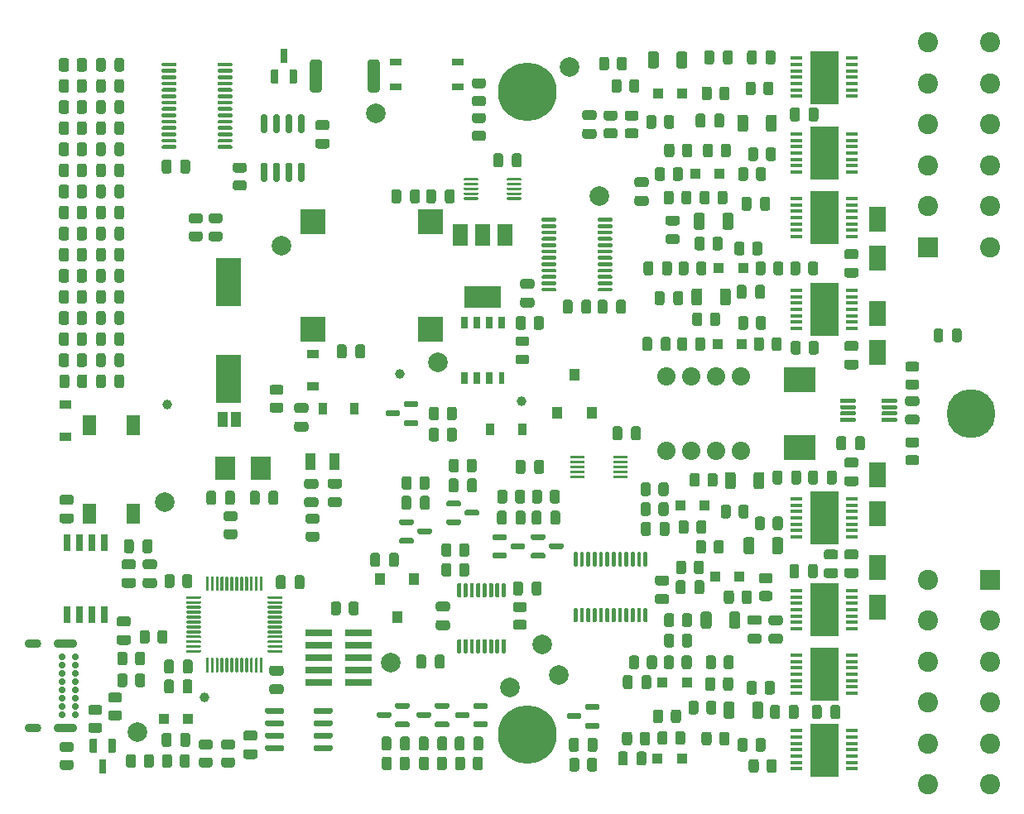
<source format=gts>
%TF.GenerationSoftware,KiCad,Pcbnew,(6.0.0)*%
%TF.CreationDate,2022-04-16T22:28:55-04:00*%
%TF.ProjectId,DingoPDM,44696e67-6f50-4444-9d2e-6b696361645f,v3*%
%TF.SameCoordinates,Original*%
%TF.FileFunction,Soldermask,Top*%
%TF.FilePolarity,Negative*%
%FSLAX46Y46*%
G04 Gerber Fmt 4.6, Leading zero omitted, Abs format (unit mm)*
G04 Created by KiCad (PCBNEW (6.0.0)) date 2022-04-16 22:28:55*
%MOMM*%
%LPD*%
G01*
G04 APERTURE LIST*
%ADD10C,0.100000*%
%ADD11C,2.000000*%
%ADD12R,2.000000X2.400000*%
%ADD13R,1.700000X2.500000*%
%ADD14R,1.000000X1.000000*%
%ADD15C,1.875000*%
%ADD16R,0.650000X1.700000*%
%ADD17R,1.310000X0.450000*%
%ADD18R,2.650000X4.000000*%
%ADD19R,1.400000X2.100000*%
%ADD20R,2.790000X0.740000*%
%ADD21R,3.300000X2.500000*%
%ADD22R,2.500000X2.500000*%
%ADD23C,6.000000*%
%ADD24R,2.500000X4.900000*%
%ADD25R,0.900000X1.200000*%
%ADD26R,1.200000X0.900000*%
%ADD27R,1.000000X1.800000*%
%ADD28R,1.000000X1.300000*%
%ADD29C,5.000000*%
%ADD30R,2.056000X2.056000*%
%ADD31C,2.056000*%
%ADD32R,1.500000X2.200000*%
%ADD33R,3.800000X2.200000*%
%ADD34C,1.000000*%
%ADD35R,1.000000X1.500000*%
%ADD36C,0.700000*%
%ADD37O,1.700000X0.900000*%
%ADD38O,2.400000X0.900000*%
%ADD39R,1.200000X0.800000*%
%ADD40R,0.650000X1.310000*%
%ADD41R,0.600000X1.310000*%
G04 APERTURE END LIST*
D10*
X191770000Y-94488000D02*
X188976000Y-94488000D01*
X188976000Y-94488000D02*
X188976000Y-89154000D01*
X188976000Y-89154000D02*
X191770000Y-89154000D01*
X191770000Y-89154000D02*
X191770000Y-94488000D01*
G36*
X191770000Y-94488000D02*
G01*
X188976000Y-94488000D01*
X188976000Y-89154000D01*
X191770000Y-89154000D01*
X191770000Y-94488000D01*
G37*
X191770000Y-94488000D02*
X188976000Y-94488000D01*
X188976000Y-89154000D01*
X191770000Y-89154000D01*
X191770000Y-94488000D01*
X191770000Y-103886000D02*
X188976000Y-103886000D01*
X188976000Y-103886000D02*
X188976000Y-98552000D01*
X188976000Y-98552000D02*
X191770000Y-98552000D01*
X191770000Y-98552000D02*
X191770000Y-103886000D01*
G36*
X191770000Y-103886000D02*
G01*
X188976000Y-103886000D01*
X188976000Y-98552000D01*
X191770000Y-98552000D01*
X191770000Y-103886000D01*
G37*
X191770000Y-103886000D02*
X188976000Y-103886000D01*
X188976000Y-98552000D01*
X191770000Y-98552000D01*
X191770000Y-103886000D01*
X191770000Y-110490000D02*
X188976000Y-110490000D01*
X188976000Y-110490000D02*
X188976000Y-105156000D01*
X188976000Y-105156000D02*
X191770000Y-105156000D01*
X191770000Y-105156000D02*
X191770000Y-110490000D01*
G36*
X191770000Y-110490000D02*
G01*
X188976000Y-110490000D01*
X188976000Y-105156000D01*
X191770000Y-105156000D01*
X191770000Y-110490000D01*
G37*
X191770000Y-110490000D02*
X188976000Y-110490000D01*
X188976000Y-105156000D01*
X191770000Y-105156000D01*
X191770000Y-110490000D01*
X191770000Y-118237000D02*
X188976000Y-118237000D01*
X188976000Y-118237000D02*
X188976000Y-112903000D01*
X188976000Y-112903000D02*
X191770000Y-112903000D01*
X191770000Y-112903000D02*
X191770000Y-118237000D01*
G36*
X191770000Y-118237000D02*
G01*
X188976000Y-118237000D01*
X188976000Y-112903000D01*
X191770000Y-112903000D01*
X191770000Y-118237000D01*
G37*
X191770000Y-118237000D02*
X188976000Y-118237000D01*
X188976000Y-112903000D01*
X191770000Y-112903000D01*
X191770000Y-118237000D01*
X191770000Y-73152000D02*
X188976000Y-73152000D01*
X188976000Y-73152000D02*
X188976000Y-67818000D01*
X188976000Y-67818000D02*
X191770000Y-67818000D01*
X191770000Y-67818000D02*
X191770000Y-73152000D01*
G36*
X191770000Y-73152000D02*
G01*
X188976000Y-73152000D01*
X188976000Y-67818000D01*
X191770000Y-67818000D01*
X191770000Y-73152000D01*
G37*
X191770000Y-73152000D02*
X188976000Y-73152000D01*
X188976000Y-67818000D01*
X191770000Y-67818000D01*
X191770000Y-73152000D01*
X191770000Y-63754000D02*
X188976000Y-63754000D01*
X188976000Y-63754000D02*
X188976000Y-58420000D01*
X188976000Y-58420000D02*
X191770000Y-58420000D01*
X191770000Y-58420000D02*
X191770000Y-63754000D01*
G36*
X191770000Y-63754000D02*
G01*
X188976000Y-63754000D01*
X188976000Y-58420000D01*
X191770000Y-58420000D01*
X191770000Y-63754000D01*
G37*
X191770000Y-63754000D02*
X188976000Y-63754000D01*
X188976000Y-58420000D01*
X191770000Y-58420000D01*
X191770000Y-63754000D01*
X191770000Y-57150000D02*
X188976000Y-57150000D01*
X188976000Y-57150000D02*
X188976000Y-51816000D01*
X188976000Y-51816000D02*
X191770000Y-51816000D01*
X191770000Y-51816000D02*
X191770000Y-57150000D01*
G36*
X191770000Y-57150000D02*
G01*
X188976000Y-57150000D01*
X188976000Y-51816000D01*
X191770000Y-51816000D01*
X191770000Y-57150000D01*
G37*
X191770000Y-57150000D02*
X188976000Y-57150000D01*
X188976000Y-51816000D01*
X191770000Y-51816000D01*
X191770000Y-57150000D01*
X191770000Y-49403000D02*
X188976000Y-49403000D01*
X188976000Y-49403000D02*
X188976000Y-44069000D01*
X188976000Y-44069000D02*
X191770000Y-44069000D01*
X191770000Y-44069000D02*
X191770000Y-49403000D01*
G36*
X191770000Y-49403000D02*
G01*
X188976000Y-49403000D01*
X188976000Y-44069000D01*
X191770000Y-44069000D01*
X191770000Y-49403000D01*
G37*
X191770000Y-49403000D02*
X188976000Y-49403000D01*
X188976000Y-44069000D01*
X191770000Y-44069000D01*
X191770000Y-49403000D01*
D11*
X150876000Y-75946000D03*
X134874000Y-64008000D03*
X164338000Y-45720000D03*
G36*
G01*
X129217000Y-91158000D02*
X130117000Y-91158000D01*
G75*
G02*
X130367000Y-91408000I0J-250000D01*
G01*
X130367000Y-91933000D01*
G75*
G02*
X130117000Y-92183000I-250000J0D01*
G01*
X129217000Y-92183000D01*
G75*
G02*
X128967000Y-91933000I0J250000D01*
G01*
X128967000Y-91408000D01*
G75*
G02*
X129217000Y-91158000I250000J0D01*
G01*
G37*
G36*
G01*
X129217000Y-92983000D02*
X130117000Y-92983000D01*
G75*
G02*
X130367000Y-93233000I0J-250000D01*
G01*
X130367000Y-93758000D01*
G75*
G02*
X130117000Y-94008000I-250000J0D01*
G01*
X129217000Y-94008000D01*
G75*
G02*
X128967000Y-93758000I0J250000D01*
G01*
X128967000Y-93233000D01*
G75*
G02*
X129217000Y-92983000I250000J0D01*
G01*
G37*
G36*
G01*
X142776000Y-100642000D02*
X142776000Y-101542000D01*
G75*
G02*
X142526000Y-101792000I-250000J0D01*
G01*
X142001000Y-101792000D01*
G75*
G02*
X141751000Y-101542000I0J250000D01*
G01*
X141751000Y-100642000D01*
G75*
G02*
X142001000Y-100392000I250000J0D01*
G01*
X142526000Y-100392000D01*
G75*
G02*
X142776000Y-100642000I0J-250000D01*
G01*
G37*
G36*
G01*
X140951000Y-100642000D02*
X140951000Y-101542000D01*
G75*
G02*
X140701000Y-101792000I-250000J0D01*
G01*
X140176000Y-101792000D01*
G75*
G02*
X139926000Y-101542000I0J250000D01*
G01*
X139926000Y-100642000D01*
G75*
G02*
X140176000Y-100392000I250000J0D01*
G01*
X140701000Y-100392000D01*
G75*
G02*
X140951000Y-100642000I0J-250000D01*
G01*
G37*
G36*
G01*
X132723000Y-97843000D02*
X132873000Y-97843000D01*
G75*
G02*
X132948000Y-97918000I0J-75000D01*
G01*
X132948000Y-99243000D01*
G75*
G02*
X132873000Y-99318000I-75000J0D01*
G01*
X132723000Y-99318000D01*
G75*
G02*
X132648000Y-99243000I0J75000D01*
G01*
X132648000Y-97918000D01*
G75*
G02*
X132723000Y-97843000I75000J0D01*
G01*
G37*
G36*
G01*
X132223000Y-97843000D02*
X132373000Y-97843000D01*
G75*
G02*
X132448000Y-97918000I0J-75000D01*
G01*
X132448000Y-99243000D01*
G75*
G02*
X132373000Y-99318000I-75000J0D01*
G01*
X132223000Y-99318000D01*
G75*
G02*
X132148000Y-99243000I0J75000D01*
G01*
X132148000Y-97918000D01*
G75*
G02*
X132223000Y-97843000I75000J0D01*
G01*
G37*
G36*
G01*
X131723000Y-97843000D02*
X131873000Y-97843000D01*
G75*
G02*
X131948000Y-97918000I0J-75000D01*
G01*
X131948000Y-99243000D01*
G75*
G02*
X131873000Y-99318000I-75000J0D01*
G01*
X131723000Y-99318000D01*
G75*
G02*
X131648000Y-99243000I0J75000D01*
G01*
X131648000Y-97918000D01*
G75*
G02*
X131723000Y-97843000I75000J0D01*
G01*
G37*
G36*
G01*
X131223000Y-97843000D02*
X131373000Y-97843000D01*
G75*
G02*
X131448000Y-97918000I0J-75000D01*
G01*
X131448000Y-99243000D01*
G75*
G02*
X131373000Y-99318000I-75000J0D01*
G01*
X131223000Y-99318000D01*
G75*
G02*
X131148000Y-99243000I0J75000D01*
G01*
X131148000Y-97918000D01*
G75*
G02*
X131223000Y-97843000I75000J0D01*
G01*
G37*
G36*
G01*
X130723000Y-97843000D02*
X130873000Y-97843000D01*
G75*
G02*
X130948000Y-97918000I0J-75000D01*
G01*
X130948000Y-99243000D01*
G75*
G02*
X130873000Y-99318000I-75000J0D01*
G01*
X130723000Y-99318000D01*
G75*
G02*
X130648000Y-99243000I0J75000D01*
G01*
X130648000Y-97918000D01*
G75*
G02*
X130723000Y-97843000I75000J0D01*
G01*
G37*
G36*
G01*
X130223000Y-97843000D02*
X130373000Y-97843000D01*
G75*
G02*
X130448000Y-97918000I0J-75000D01*
G01*
X130448000Y-99243000D01*
G75*
G02*
X130373000Y-99318000I-75000J0D01*
G01*
X130223000Y-99318000D01*
G75*
G02*
X130148000Y-99243000I0J75000D01*
G01*
X130148000Y-97918000D01*
G75*
G02*
X130223000Y-97843000I75000J0D01*
G01*
G37*
G36*
G01*
X129723000Y-97843000D02*
X129873000Y-97843000D01*
G75*
G02*
X129948000Y-97918000I0J-75000D01*
G01*
X129948000Y-99243000D01*
G75*
G02*
X129873000Y-99318000I-75000J0D01*
G01*
X129723000Y-99318000D01*
G75*
G02*
X129648000Y-99243000I0J75000D01*
G01*
X129648000Y-97918000D01*
G75*
G02*
X129723000Y-97843000I75000J0D01*
G01*
G37*
G36*
G01*
X129223000Y-97843000D02*
X129373000Y-97843000D01*
G75*
G02*
X129448000Y-97918000I0J-75000D01*
G01*
X129448000Y-99243000D01*
G75*
G02*
X129373000Y-99318000I-75000J0D01*
G01*
X129223000Y-99318000D01*
G75*
G02*
X129148000Y-99243000I0J75000D01*
G01*
X129148000Y-97918000D01*
G75*
G02*
X129223000Y-97843000I75000J0D01*
G01*
G37*
G36*
G01*
X128723000Y-97843000D02*
X128873000Y-97843000D01*
G75*
G02*
X128948000Y-97918000I0J-75000D01*
G01*
X128948000Y-99243000D01*
G75*
G02*
X128873000Y-99318000I-75000J0D01*
G01*
X128723000Y-99318000D01*
G75*
G02*
X128648000Y-99243000I0J75000D01*
G01*
X128648000Y-97918000D01*
G75*
G02*
X128723000Y-97843000I75000J0D01*
G01*
G37*
G36*
G01*
X128223000Y-97843000D02*
X128373000Y-97843000D01*
G75*
G02*
X128448000Y-97918000I0J-75000D01*
G01*
X128448000Y-99243000D01*
G75*
G02*
X128373000Y-99318000I-75000J0D01*
G01*
X128223000Y-99318000D01*
G75*
G02*
X128148000Y-99243000I0J75000D01*
G01*
X128148000Y-97918000D01*
G75*
G02*
X128223000Y-97843000I75000J0D01*
G01*
G37*
G36*
G01*
X127723000Y-97843000D02*
X127873000Y-97843000D01*
G75*
G02*
X127948000Y-97918000I0J-75000D01*
G01*
X127948000Y-99243000D01*
G75*
G02*
X127873000Y-99318000I-75000J0D01*
G01*
X127723000Y-99318000D01*
G75*
G02*
X127648000Y-99243000I0J75000D01*
G01*
X127648000Y-97918000D01*
G75*
G02*
X127723000Y-97843000I75000J0D01*
G01*
G37*
G36*
G01*
X127223000Y-97843000D02*
X127373000Y-97843000D01*
G75*
G02*
X127448000Y-97918000I0J-75000D01*
G01*
X127448000Y-99243000D01*
G75*
G02*
X127373000Y-99318000I-75000J0D01*
G01*
X127223000Y-99318000D01*
G75*
G02*
X127148000Y-99243000I0J75000D01*
G01*
X127148000Y-97918000D01*
G75*
G02*
X127223000Y-97843000I75000J0D01*
G01*
G37*
G36*
G01*
X125223000Y-99843000D02*
X126548000Y-99843000D01*
G75*
G02*
X126623000Y-99918000I0J-75000D01*
G01*
X126623000Y-100068000D01*
G75*
G02*
X126548000Y-100143000I-75000J0D01*
G01*
X125223000Y-100143000D01*
G75*
G02*
X125148000Y-100068000I0J75000D01*
G01*
X125148000Y-99918000D01*
G75*
G02*
X125223000Y-99843000I75000J0D01*
G01*
G37*
G36*
G01*
X125223000Y-100343000D02*
X126548000Y-100343000D01*
G75*
G02*
X126623000Y-100418000I0J-75000D01*
G01*
X126623000Y-100568000D01*
G75*
G02*
X126548000Y-100643000I-75000J0D01*
G01*
X125223000Y-100643000D01*
G75*
G02*
X125148000Y-100568000I0J75000D01*
G01*
X125148000Y-100418000D01*
G75*
G02*
X125223000Y-100343000I75000J0D01*
G01*
G37*
G36*
G01*
X125223000Y-100843000D02*
X126548000Y-100843000D01*
G75*
G02*
X126623000Y-100918000I0J-75000D01*
G01*
X126623000Y-101068000D01*
G75*
G02*
X126548000Y-101143000I-75000J0D01*
G01*
X125223000Y-101143000D01*
G75*
G02*
X125148000Y-101068000I0J75000D01*
G01*
X125148000Y-100918000D01*
G75*
G02*
X125223000Y-100843000I75000J0D01*
G01*
G37*
G36*
G01*
X125223000Y-101343000D02*
X126548000Y-101343000D01*
G75*
G02*
X126623000Y-101418000I0J-75000D01*
G01*
X126623000Y-101568000D01*
G75*
G02*
X126548000Y-101643000I-75000J0D01*
G01*
X125223000Y-101643000D01*
G75*
G02*
X125148000Y-101568000I0J75000D01*
G01*
X125148000Y-101418000D01*
G75*
G02*
X125223000Y-101343000I75000J0D01*
G01*
G37*
G36*
G01*
X125223000Y-101843000D02*
X126548000Y-101843000D01*
G75*
G02*
X126623000Y-101918000I0J-75000D01*
G01*
X126623000Y-102068000D01*
G75*
G02*
X126548000Y-102143000I-75000J0D01*
G01*
X125223000Y-102143000D01*
G75*
G02*
X125148000Y-102068000I0J75000D01*
G01*
X125148000Y-101918000D01*
G75*
G02*
X125223000Y-101843000I75000J0D01*
G01*
G37*
G36*
G01*
X125223000Y-102343000D02*
X126548000Y-102343000D01*
G75*
G02*
X126623000Y-102418000I0J-75000D01*
G01*
X126623000Y-102568000D01*
G75*
G02*
X126548000Y-102643000I-75000J0D01*
G01*
X125223000Y-102643000D01*
G75*
G02*
X125148000Y-102568000I0J75000D01*
G01*
X125148000Y-102418000D01*
G75*
G02*
X125223000Y-102343000I75000J0D01*
G01*
G37*
G36*
G01*
X125223000Y-102843000D02*
X126548000Y-102843000D01*
G75*
G02*
X126623000Y-102918000I0J-75000D01*
G01*
X126623000Y-103068000D01*
G75*
G02*
X126548000Y-103143000I-75000J0D01*
G01*
X125223000Y-103143000D01*
G75*
G02*
X125148000Y-103068000I0J75000D01*
G01*
X125148000Y-102918000D01*
G75*
G02*
X125223000Y-102843000I75000J0D01*
G01*
G37*
G36*
G01*
X125223000Y-103343000D02*
X126548000Y-103343000D01*
G75*
G02*
X126623000Y-103418000I0J-75000D01*
G01*
X126623000Y-103568000D01*
G75*
G02*
X126548000Y-103643000I-75000J0D01*
G01*
X125223000Y-103643000D01*
G75*
G02*
X125148000Y-103568000I0J75000D01*
G01*
X125148000Y-103418000D01*
G75*
G02*
X125223000Y-103343000I75000J0D01*
G01*
G37*
G36*
G01*
X125223000Y-103843000D02*
X126548000Y-103843000D01*
G75*
G02*
X126623000Y-103918000I0J-75000D01*
G01*
X126623000Y-104068000D01*
G75*
G02*
X126548000Y-104143000I-75000J0D01*
G01*
X125223000Y-104143000D01*
G75*
G02*
X125148000Y-104068000I0J75000D01*
G01*
X125148000Y-103918000D01*
G75*
G02*
X125223000Y-103843000I75000J0D01*
G01*
G37*
G36*
G01*
X125223000Y-104343000D02*
X126548000Y-104343000D01*
G75*
G02*
X126623000Y-104418000I0J-75000D01*
G01*
X126623000Y-104568000D01*
G75*
G02*
X126548000Y-104643000I-75000J0D01*
G01*
X125223000Y-104643000D01*
G75*
G02*
X125148000Y-104568000I0J75000D01*
G01*
X125148000Y-104418000D01*
G75*
G02*
X125223000Y-104343000I75000J0D01*
G01*
G37*
G36*
G01*
X125223000Y-104843000D02*
X126548000Y-104843000D01*
G75*
G02*
X126623000Y-104918000I0J-75000D01*
G01*
X126623000Y-105068000D01*
G75*
G02*
X126548000Y-105143000I-75000J0D01*
G01*
X125223000Y-105143000D01*
G75*
G02*
X125148000Y-105068000I0J75000D01*
G01*
X125148000Y-104918000D01*
G75*
G02*
X125223000Y-104843000I75000J0D01*
G01*
G37*
G36*
G01*
X125223000Y-105343000D02*
X126548000Y-105343000D01*
G75*
G02*
X126623000Y-105418000I0J-75000D01*
G01*
X126623000Y-105568000D01*
G75*
G02*
X126548000Y-105643000I-75000J0D01*
G01*
X125223000Y-105643000D01*
G75*
G02*
X125148000Y-105568000I0J75000D01*
G01*
X125148000Y-105418000D01*
G75*
G02*
X125223000Y-105343000I75000J0D01*
G01*
G37*
G36*
G01*
X127223000Y-106168000D02*
X127373000Y-106168000D01*
G75*
G02*
X127448000Y-106243000I0J-75000D01*
G01*
X127448000Y-107568000D01*
G75*
G02*
X127373000Y-107643000I-75000J0D01*
G01*
X127223000Y-107643000D01*
G75*
G02*
X127148000Y-107568000I0J75000D01*
G01*
X127148000Y-106243000D01*
G75*
G02*
X127223000Y-106168000I75000J0D01*
G01*
G37*
G36*
G01*
X127723000Y-106168000D02*
X127873000Y-106168000D01*
G75*
G02*
X127948000Y-106243000I0J-75000D01*
G01*
X127948000Y-107568000D01*
G75*
G02*
X127873000Y-107643000I-75000J0D01*
G01*
X127723000Y-107643000D01*
G75*
G02*
X127648000Y-107568000I0J75000D01*
G01*
X127648000Y-106243000D01*
G75*
G02*
X127723000Y-106168000I75000J0D01*
G01*
G37*
G36*
G01*
X128223000Y-106168000D02*
X128373000Y-106168000D01*
G75*
G02*
X128448000Y-106243000I0J-75000D01*
G01*
X128448000Y-107568000D01*
G75*
G02*
X128373000Y-107643000I-75000J0D01*
G01*
X128223000Y-107643000D01*
G75*
G02*
X128148000Y-107568000I0J75000D01*
G01*
X128148000Y-106243000D01*
G75*
G02*
X128223000Y-106168000I75000J0D01*
G01*
G37*
G36*
G01*
X128723000Y-106168000D02*
X128873000Y-106168000D01*
G75*
G02*
X128948000Y-106243000I0J-75000D01*
G01*
X128948000Y-107568000D01*
G75*
G02*
X128873000Y-107643000I-75000J0D01*
G01*
X128723000Y-107643000D01*
G75*
G02*
X128648000Y-107568000I0J75000D01*
G01*
X128648000Y-106243000D01*
G75*
G02*
X128723000Y-106168000I75000J0D01*
G01*
G37*
G36*
G01*
X129223000Y-106168000D02*
X129373000Y-106168000D01*
G75*
G02*
X129448000Y-106243000I0J-75000D01*
G01*
X129448000Y-107568000D01*
G75*
G02*
X129373000Y-107643000I-75000J0D01*
G01*
X129223000Y-107643000D01*
G75*
G02*
X129148000Y-107568000I0J75000D01*
G01*
X129148000Y-106243000D01*
G75*
G02*
X129223000Y-106168000I75000J0D01*
G01*
G37*
G36*
G01*
X129723000Y-106168000D02*
X129873000Y-106168000D01*
G75*
G02*
X129948000Y-106243000I0J-75000D01*
G01*
X129948000Y-107568000D01*
G75*
G02*
X129873000Y-107643000I-75000J0D01*
G01*
X129723000Y-107643000D01*
G75*
G02*
X129648000Y-107568000I0J75000D01*
G01*
X129648000Y-106243000D01*
G75*
G02*
X129723000Y-106168000I75000J0D01*
G01*
G37*
G36*
G01*
X130223000Y-106168000D02*
X130373000Y-106168000D01*
G75*
G02*
X130448000Y-106243000I0J-75000D01*
G01*
X130448000Y-107568000D01*
G75*
G02*
X130373000Y-107643000I-75000J0D01*
G01*
X130223000Y-107643000D01*
G75*
G02*
X130148000Y-107568000I0J75000D01*
G01*
X130148000Y-106243000D01*
G75*
G02*
X130223000Y-106168000I75000J0D01*
G01*
G37*
G36*
G01*
X130723000Y-106168000D02*
X130873000Y-106168000D01*
G75*
G02*
X130948000Y-106243000I0J-75000D01*
G01*
X130948000Y-107568000D01*
G75*
G02*
X130873000Y-107643000I-75000J0D01*
G01*
X130723000Y-107643000D01*
G75*
G02*
X130648000Y-107568000I0J75000D01*
G01*
X130648000Y-106243000D01*
G75*
G02*
X130723000Y-106168000I75000J0D01*
G01*
G37*
G36*
G01*
X131223000Y-106168000D02*
X131373000Y-106168000D01*
G75*
G02*
X131448000Y-106243000I0J-75000D01*
G01*
X131448000Y-107568000D01*
G75*
G02*
X131373000Y-107643000I-75000J0D01*
G01*
X131223000Y-107643000D01*
G75*
G02*
X131148000Y-107568000I0J75000D01*
G01*
X131148000Y-106243000D01*
G75*
G02*
X131223000Y-106168000I75000J0D01*
G01*
G37*
G36*
G01*
X131723000Y-106168000D02*
X131873000Y-106168000D01*
G75*
G02*
X131948000Y-106243000I0J-75000D01*
G01*
X131948000Y-107568000D01*
G75*
G02*
X131873000Y-107643000I-75000J0D01*
G01*
X131723000Y-107643000D01*
G75*
G02*
X131648000Y-107568000I0J75000D01*
G01*
X131648000Y-106243000D01*
G75*
G02*
X131723000Y-106168000I75000J0D01*
G01*
G37*
G36*
G01*
X132223000Y-106168000D02*
X132373000Y-106168000D01*
G75*
G02*
X132448000Y-106243000I0J-75000D01*
G01*
X132448000Y-107568000D01*
G75*
G02*
X132373000Y-107643000I-75000J0D01*
G01*
X132223000Y-107643000D01*
G75*
G02*
X132148000Y-107568000I0J75000D01*
G01*
X132148000Y-106243000D01*
G75*
G02*
X132223000Y-106168000I75000J0D01*
G01*
G37*
G36*
G01*
X132723000Y-106168000D02*
X132873000Y-106168000D01*
G75*
G02*
X132948000Y-106243000I0J-75000D01*
G01*
X132948000Y-107568000D01*
G75*
G02*
X132873000Y-107643000I-75000J0D01*
G01*
X132723000Y-107643000D01*
G75*
G02*
X132648000Y-107568000I0J75000D01*
G01*
X132648000Y-106243000D01*
G75*
G02*
X132723000Y-106168000I75000J0D01*
G01*
G37*
G36*
G01*
X133548000Y-105343000D02*
X134873000Y-105343000D01*
G75*
G02*
X134948000Y-105418000I0J-75000D01*
G01*
X134948000Y-105568000D01*
G75*
G02*
X134873000Y-105643000I-75000J0D01*
G01*
X133548000Y-105643000D01*
G75*
G02*
X133473000Y-105568000I0J75000D01*
G01*
X133473000Y-105418000D01*
G75*
G02*
X133548000Y-105343000I75000J0D01*
G01*
G37*
G36*
G01*
X133548000Y-104843000D02*
X134873000Y-104843000D01*
G75*
G02*
X134948000Y-104918000I0J-75000D01*
G01*
X134948000Y-105068000D01*
G75*
G02*
X134873000Y-105143000I-75000J0D01*
G01*
X133548000Y-105143000D01*
G75*
G02*
X133473000Y-105068000I0J75000D01*
G01*
X133473000Y-104918000D01*
G75*
G02*
X133548000Y-104843000I75000J0D01*
G01*
G37*
G36*
G01*
X133548000Y-104343000D02*
X134873000Y-104343000D01*
G75*
G02*
X134948000Y-104418000I0J-75000D01*
G01*
X134948000Y-104568000D01*
G75*
G02*
X134873000Y-104643000I-75000J0D01*
G01*
X133548000Y-104643000D01*
G75*
G02*
X133473000Y-104568000I0J75000D01*
G01*
X133473000Y-104418000D01*
G75*
G02*
X133548000Y-104343000I75000J0D01*
G01*
G37*
G36*
G01*
X133548000Y-103843000D02*
X134873000Y-103843000D01*
G75*
G02*
X134948000Y-103918000I0J-75000D01*
G01*
X134948000Y-104068000D01*
G75*
G02*
X134873000Y-104143000I-75000J0D01*
G01*
X133548000Y-104143000D01*
G75*
G02*
X133473000Y-104068000I0J75000D01*
G01*
X133473000Y-103918000D01*
G75*
G02*
X133548000Y-103843000I75000J0D01*
G01*
G37*
G36*
G01*
X133548000Y-103343000D02*
X134873000Y-103343000D01*
G75*
G02*
X134948000Y-103418000I0J-75000D01*
G01*
X134948000Y-103568000D01*
G75*
G02*
X134873000Y-103643000I-75000J0D01*
G01*
X133548000Y-103643000D01*
G75*
G02*
X133473000Y-103568000I0J75000D01*
G01*
X133473000Y-103418000D01*
G75*
G02*
X133548000Y-103343000I75000J0D01*
G01*
G37*
G36*
G01*
X133548000Y-102843000D02*
X134873000Y-102843000D01*
G75*
G02*
X134948000Y-102918000I0J-75000D01*
G01*
X134948000Y-103068000D01*
G75*
G02*
X134873000Y-103143000I-75000J0D01*
G01*
X133548000Y-103143000D01*
G75*
G02*
X133473000Y-103068000I0J75000D01*
G01*
X133473000Y-102918000D01*
G75*
G02*
X133548000Y-102843000I75000J0D01*
G01*
G37*
G36*
G01*
X133548000Y-102343000D02*
X134873000Y-102343000D01*
G75*
G02*
X134948000Y-102418000I0J-75000D01*
G01*
X134948000Y-102568000D01*
G75*
G02*
X134873000Y-102643000I-75000J0D01*
G01*
X133548000Y-102643000D01*
G75*
G02*
X133473000Y-102568000I0J75000D01*
G01*
X133473000Y-102418000D01*
G75*
G02*
X133548000Y-102343000I75000J0D01*
G01*
G37*
G36*
G01*
X133548000Y-101843000D02*
X134873000Y-101843000D01*
G75*
G02*
X134948000Y-101918000I0J-75000D01*
G01*
X134948000Y-102068000D01*
G75*
G02*
X134873000Y-102143000I-75000J0D01*
G01*
X133548000Y-102143000D01*
G75*
G02*
X133473000Y-102068000I0J75000D01*
G01*
X133473000Y-101918000D01*
G75*
G02*
X133548000Y-101843000I75000J0D01*
G01*
G37*
G36*
G01*
X133548000Y-101343000D02*
X134873000Y-101343000D01*
G75*
G02*
X134948000Y-101418000I0J-75000D01*
G01*
X134948000Y-101568000D01*
G75*
G02*
X134873000Y-101643000I-75000J0D01*
G01*
X133548000Y-101643000D01*
G75*
G02*
X133473000Y-101568000I0J75000D01*
G01*
X133473000Y-101418000D01*
G75*
G02*
X133548000Y-101343000I75000J0D01*
G01*
G37*
G36*
G01*
X133548000Y-100843000D02*
X134873000Y-100843000D01*
G75*
G02*
X134948000Y-100918000I0J-75000D01*
G01*
X134948000Y-101068000D01*
G75*
G02*
X134873000Y-101143000I-75000J0D01*
G01*
X133548000Y-101143000D01*
G75*
G02*
X133473000Y-101068000I0J75000D01*
G01*
X133473000Y-100918000D01*
G75*
G02*
X133548000Y-100843000I75000J0D01*
G01*
G37*
G36*
G01*
X133548000Y-100343000D02*
X134873000Y-100343000D01*
G75*
G02*
X134948000Y-100418000I0J-75000D01*
G01*
X134948000Y-100568000D01*
G75*
G02*
X134873000Y-100643000I-75000J0D01*
G01*
X133548000Y-100643000D01*
G75*
G02*
X133473000Y-100568000I0J75000D01*
G01*
X133473000Y-100418000D01*
G75*
G02*
X133548000Y-100343000I75000J0D01*
G01*
G37*
G36*
G01*
X133548000Y-99843000D02*
X134873000Y-99843000D01*
G75*
G02*
X134948000Y-99918000I0J-75000D01*
G01*
X134948000Y-100068000D01*
G75*
G02*
X134873000Y-100143000I-75000J0D01*
G01*
X133548000Y-100143000D01*
G75*
G02*
X133473000Y-100068000I0J75000D01*
G01*
X133473000Y-99918000D01*
G75*
G02*
X133548000Y-99843000I75000J0D01*
G01*
G37*
D12*
X132787000Y-86741000D03*
X129087000Y-86741000D03*
G36*
G01*
X175948000Y-68867000D02*
X175948000Y-69817000D01*
G75*
G02*
X175698000Y-70067000I-250000J0D01*
G01*
X175198000Y-70067000D01*
G75*
G02*
X174948000Y-69817000I0J250000D01*
G01*
X174948000Y-68867000D01*
G75*
G02*
X175198000Y-68617000I250000J0D01*
G01*
X175698000Y-68617000D01*
G75*
G02*
X175948000Y-68867000I0J-250000D01*
G01*
G37*
G36*
G01*
X174048000Y-68867000D02*
X174048000Y-69817000D01*
G75*
G02*
X173798000Y-70067000I-250000J0D01*
G01*
X173298000Y-70067000D01*
G75*
G02*
X173048000Y-69817000I0J250000D01*
G01*
X173048000Y-68867000D01*
G75*
G02*
X173298000Y-68617000I250000J0D01*
G01*
X173798000Y-68617000D01*
G75*
G02*
X174048000Y-68867000I0J-250000D01*
G01*
G37*
G36*
G01*
X193642000Y-76634000D02*
X192692000Y-76634000D01*
G75*
G02*
X192442000Y-76384000I0J250000D01*
G01*
X192442000Y-75884000D01*
G75*
G02*
X192692000Y-75634000I250000J0D01*
G01*
X193642000Y-75634000D01*
G75*
G02*
X193892000Y-75884000I0J-250000D01*
G01*
X193892000Y-76384000D01*
G75*
G02*
X193642000Y-76634000I-250000J0D01*
G01*
G37*
G36*
G01*
X193642000Y-74734000D02*
X192692000Y-74734000D01*
G75*
G02*
X192442000Y-74484000I0J250000D01*
G01*
X192442000Y-73984000D01*
G75*
G02*
X192692000Y-73734000I250000J0D01*
G01*
X193642000Y-73734000D01*
G75*
G02*
X193892000Y-73984000I0J-250000D01*
G01*
X193892000Y-74484000D01*
G75*
G02*
X193642000Y-74734000I-250000J0D01*
G01*
G37*
G36*
G01*
X171778000Y-74516000D02*
X171778000Y-73566000D01*
G75*
G02*
X172028000Y-73316000I250000J0D01*
G01*
X172528000Y-73316000D01*
G75*
G02*
X172778000Y-73566000I0J-250000D01*
G01*
X172778000Y-74516000D01*
G75*
G02*
X172528000Y-74766000I-250000J0D01*
G01*
X172028000Y-74766000D01*
G75*
G02*
X171778000Y-74516000I0J250000D01*
G01*
G37*
G36*
G01*
X173678000Y-74516000D02*
X173678000Y-73566000D01*
G75*
G02*
X173928000Y-73316000I250000J0D01*
G01*
X174428000Y-73316000D01*
G75*
G02*
X174678000Y-73566000I0J-250000D01*
G01*
X174678000Y-74516000D01*
G75*
G02*
X174428000Y-74766000I-250000J0D01*
G01*
X173928000Y-74766000D01*
G75*
G02*
X173678000Y-74516000I0J250000D01*
G01*
G37*
G36*
G01*
X174404000Y-60907000D02*
X175354000Y-60907000D01*
G75*
G02*
X175604000Y-61157000I0J-250000D01*
G01*
X175604000Y-61657000D01*
G75*
G02*
X175354000Y-61907000I-250000J0D01*
G01*
X174404000Y-61907000D01*
G75*
G02*
X174154000Y-61657000I0J250000D01*
G01*
X174154000Y-61157000D01*
G75*
G02*
X174404000Y-60907000I250000J0D01*
G01*
G37*
G36*
G01*
X174404000Y-62807000D02*
X175354000Y-62807000D01*
G75*
G02*
X175604000Y-63057000I0J-250000D01*
G01*
X175604000Y-63557000D01*
G75*
G02*
X175354000Y-63807000I-250000J0D01*
G01*
X174404000Y-63807000D01*
G75*
G02*
X174154000Y-63557000I0J250000D01*
G01*
X174154000Y-63057000D01*
G75*
G02*
X174404000Y-62807000I250000J0D01*
G01*
G37*
G36*
G01*
X171905000Y-66769000D02*
X171905000Y-65819000D01*
G75*
G02*
X172155000Y-65569000I250000J0D01*
G01*
X172655000Y-65569000D01*
G75*
G02*
X172905000Y-65819000I0J-250000D01*
G01*
X172905000Y-66769000D01*
G75*
G02*
X172655000Y-67019000I-250000J0D01*
G01*
X172155000Y-67019000D01*
G75*
G02*
X171905000Y-66769000I0J250000D01*
G01*
G37*
G36*
G01*
X173805000Y-66769000D02*
X173805000Y-65819000D01*
G75*
G02*
X174055000Y-65569000I250000J0D01*
G01*
X174555000Y-65569000D01*
G75*
G02*
X174805000Y-65819000I0J-250000D01*
G01*
X174805000Y-66769000D01*
G75*
G02*
X174555000Y-67019000I-250000J0D01*
G01*
X174055000Y-67019000D01*
G75*
G02*
X173805000Y-66769000I0J250000D01*
G01*
G37*
G36*
G01*
X185113000Y-88168500D02*
X185113000Y-87218500D01*
G75*
G02*
X185363000Y-86968500I250000J0D01*
G01*
X185863000Y-86968500D01*
G75*
G02*
X186113000Y-87218500I0J-250000D01*
G01*
X186113000Y-88168500D01*
G75*
G02*
X185863000Y-88418500I-250000J0D01*
G01*
X185363000Y-88418500D01*
G75*
G02*
X185113000Y-88168500I0J250000D01*
G01*
G37*
G36*
G01*
X187013000Y-88168500D02*
X187013000Y-87218500D01*
G75*
G02*
X187263000Y-86968500I250000J0D01*
G01*
X187763000Y-86968500D01*
G75*
G02*
X188013000Y-87218500I0J-250000D01*
G01*
X188013000Y-88168500D01*
G75*
G02*
X187763000Y-88418500I-250000J0D01*
G01*
X187263000Y-88418500D01*
G75*
G02*
X187013000Y-88168500I0J250000D01*
G01*
G37*
G36*
G01*
X191647500Y-87218500D02*
X191647500Y-88168500D01*
G75*
G02*
X191397500Y-88418500I-250000J0D01*
G01*
X190897500Y-88418500D01*
G75*
G02*
X190647500Y-88168500I0J250000D01*
G01*
X190647500Y-87218500D01*
G75*
G02*
X190897500Y-86968500I250000J0D01*
G01*
X191397500Y-86968500D01*
G75*
G02*
X191647500Y-87218500I0J-250000D01*
G01*
G37*
G36*
G01*
X189747500Y-87218500D02*
X189747500Y-88168500D01*
G75*
G02*
X189497500Y-88418500I-250000J0D01*
G01*
X188997500Y-88418500D01*
G75*
G02*
X188747500Y-88168500I0J250000D01*
G01*
X188747500Y-87218500D01*
G75*
G02*
X188997500Y-86968500I250000J0D01*
G01*
X189497500Y-86968500D01*
G75*
G02*
X189747500Y-87218500I0J-250000D01*
G01*
G37*
G36*
G01*
X192692000Y-85672000D02*
X193642000Y-85672000D01*
G75*
G02*
X193892000Y-85922000I0J-250000D01*
G01*
X193892000Y-86422000D01*
G75*
G02*
X193642000Y-86672000I-250000J0D01*
G01*
X192692000Y-86672000D01*
G75*
G02*
X192442000Y-86422000I0J250000D01*
G01*
X192442000Y-85922000D01*
G75*
G02*
X192692000Y-85672000I250000J0D01*
G01*
G37*
G36*
G01*
X192692000Y-87572000D02*
X193642000Y-87572000D01*
G75*
G02*
X193892000Y-87822000I0J-250000D01*
G01*
X193892000Y-88322000D01*
G75*
G02*
X193642000Y-88572000I-250000J0D01*
G01*
X192692000Y-88572000D01*
G75*
G02*
X192442000Y-88322000I0J250000D01*
G01*
X192442000Y-87822000D01*
G75*
G02*
X192692000Y-87572000I250000J0D01*
G01*
G37*
G36*
G01*
X174551000Y-92489000D02*
X174551000Y-93439000D01*
G75*
G02*
X174301000Y-93689000I-250000J0D01*
G01*
X173801000Y-93689000D01*
G75*
G02*
X173551000Y-93439000I0J250000D01*
G01*
X173551000Y-92489000D01*
G75*
G02*
X173801000Y-92239000I250000J0D01*
G01*
X174301000Y-92239000D01*
G75*
G02*
X174551000Y-92489000I0J-250000D01*
G01*
G37*
G36*
G01*
X172651000Y-92489000D02*
X172651000Y-93439000D01*
G75*
G02*
X172401000Y-93689000I-250000J0D01*
G01*
X171901000Y-93689000D01*
G75*
G02*
X171651000Y-93439000I0J250000D01*
G01*
X171651000Y-92489000D01*
G75*
G02*
X171901000Y-92239000I250000J0D01*
G01*
X172401000Y-92239000D01*
G75*
G02*
X172651000Y-92489000I0J-250000D01*
G01*
G37*
G36*
G01*
X186827500Y-97757000D02*
X186827500Y-96807000D01*
G75*
G02*
X187077500Y-96557000I250000J0D01*
G01*
X187577500Y-96557000D01*
G75*
G02*
X187827500Y-96807000I0J-250000D01*
G01*
X187827500Y-97757000D01*
G75*
G02*
X187577500Y-98007000I-250000J0D01*
G01*
X187077500Y-98007000D01*
G75*
G02*
X186827500Y-97757000I0J250000D01*
G01*
G37*
G36*
G01*
X188727500Y-97757000D02*
X188727500Y-96807000D01*
G75*
G02*
X188977500Y-96557000I250000J0D01*
G01*
X189477500Y-96557000D01*
G75*
G02*
X189727500Y-96807000I0J-250000D01*
G01*
X189727500Y-97757000D01*
G75*
G02*
X189477500Y-98007000I-250000J0D01*
G01*
X188977500Y-98007000D01*
G75*
G02*
X188727500Y-97757000I0J250000D01*
G01*
G37*
G36*
G01*
X190596500Y-95085000D02*
X191546500Y-95085000D01*
G75*
G02*
X191796500Y-95335000I0J-250000D01*
G01*
X191796500Y-95835000D01*
G75*
G02*
X191546500Y-96085000I-250000J0D01*
G01*
X190596500Y-96085000D01*
G75*
G02*
X190346500Y-95835000I0J250000D01*
G01*
X190346500Y-95335000D01*
G75*
G02*
X190596500Y-95085000I250000J0D01*
G01*
G37*
G36*
G01*
X190596500Y-96985000D02*
X191546500Y-96985000D01*
G75*
G02*
X191796500Y-97235000I0J-250000D01*
G01*
X191796500Y-97735000D01*
G75*
G02*
X191546500Y-97985000I-250000J0D01*
G01*
X190596500Y-97985000D01*
G75*
G02*
X190346500Y-97735000I0J250000D01*
G01*
X190346500Y-97235000D01*
G75*
G02*
X190596500Y-96985000I250000J0D01*
G01*
G37*
G36*
G01*
X192692000Y-95070000D02*
X193642000Y-95070000D01*
G75*
G02*
X193892000Y-95320000I0J-250000D01*
G01*
X193892000Y-95820000D01*
G75*
G02*
X193642000Y-96070000I-250000J0D01*
G01*
X192692000Y-96070000D01*
G75*
G02*
X192442000Y-95820000I0J250000D01*
G01*
X192442000Y-95320000D01*
G75*
G02*
X192692000Y-95070000I250000J0D01*
G01*
G37*
G36*
G01*
X192692000Y-96970000D02*
X193642000Y-96970000D01*
G75*
G02*
X193892000Y-97220000I0J-250000D01*
G01*
X193892000Y-97720000D01*
G75*
G02*
X193642000Y-97970000I-250000J0D01*
G01*
X192692000Y-97970000D01*
G75*
G02*
X192442000Y-97720000I0J250000D01*
G01*
X192442000Y-97220000D01*
G75*
G02*
X192692000Y-96970000I250000J0D01*
G01*
G37*
G36*
G01*
X178107000Y-98458000D02*
X178107000Y-99408000D01*
G75*
G02*
X177857000Y-99658000I-250000J0D01*
G01*
X177357000Y-99658000D01*
G75*
G02*
X177107000Y-99408000I0J250000D01*
G01*
X177107000Y-98458000D01*
G75*
G02*
X177357000Y-98208000I250000J0D01*
G01*
X177857000Y-98208000D01*
G75*
G02*
X178107000Y-98458000I0J-250000D01*
G01*
G37*
G36*
G01*
X176207000Y-98458000D02*
X176207000Y-99408000D01*
G75*
G02*
X175957000Y-99658000I-250000J0D01*
G01*
X175457000Y-99658000D01*
G75*
G02*
X175207000Y-99408000I0J250000D01*
G01*
X175207000Y-98458000D01*
G75*
G02*
X175457000Y-98208000I250000J0D01*
G01*
X175957000Y-98208000D01*
G75*
G02*
X176207000Y-98458000I0J-250000D01*
G01*
G37*
G36*
G01*
X183736000Y-104686000D02*
X182786000Y-104686000D01*
G75*
G02*
X182536000Y-104436000I0J250000D01*
G01*
X182536000Y-103936000D01*
G75*
G02*
X182786000Y-103686000I250000J0D01*
G01*
X183736000Y-103686000D01*
G75*
G02*
X183986000Y-103936000I0J-250000D01*
G01*
X183986000Y-104436000D01*
G75*
G02*
X183736000Y-104686000I-250000J0D01*
G01*
G37*
G36*
G01*
X183736000Y-102786000D02*
X182786000Y-102786000D01*
G75*
G02*
X182536000Y-102536000I0J250000D01*
G01*
X182536000Y-102036000D01*
G75*
G02*
X182786000Y-101786000I250000J0D01*
G01*
X183736000Y-101786000D01*
G75*
G02*
X183986000Y-102036000I0J-250000D01*
G01*
X183986000Y-102536000D01*
G75*
G02*
X183736000Y-102786000I-250000J0D01*
G01*
G37*
G36*
G01*
X184945000Y-101816000D02*
X185895000Y-101816000D01*
G75*
G02*
X186145000Y-102066000I0J-250000D01*
G01*
X186145000Y-102566000D01*
G75*
G02*
X185895000Y-102816000I-250000J0D01*
G01*
X184945000Y-102816000D01*
G75*
G02*
X184695000Y-102566000I0J250000D01*
G01*
X184695000Y-102066000D01*
G75*
G02*
X184945000Y-101816000I250000J0D01*
G01*
G37*
G36*
G01*
X184945000Y-103716000D02*
X185895000Y-103716000D01*
G75*
G02*
X186145000Y-103966000I0J-250000D01*
G01*
X186145000Y-104466000D01*
G75*
G02*
X185895000Y-104716000I-250000J0D01*
G01*
X184945000Y-104716000D01*
G75*
G02*
X184695000Y-104466000I0J250000D01*
G01*
X184695000Y-103966000D01*
G75*
G02*
X184945000Y-103716000I250000J0D01*
G01*
G37*
G36*
G01*
X172694500Y-108173500D02*
X172694500Y-109123500D01*
G75*
G02*
X172444500Y-109373500I-250000J0D01*
G01*
X171944500Y-109373500D01*
G75*
G02*
X171694500Y-109123500I0J250000D01*
G01*
X171694500Y-108173500D01*
G75*
G02*
X171944500Y-107923500I250000J0D01*
G01*
X172444500Y-107923500D01*
G75*
G02*
X172694500Y-108173500I0J-250000D01*
G01*
G37*
G36*
G01*
X170794500Y-108173500D02*
X170794500Y-109123500D01*
G75*
G02*
X170544500Y-109373500I-250000J0D01*
G01*
X170044500Y-109373500D01*
G75*
G02*
X169794500Y-109123500I0J250000D01*
G01*
X169794500Y-108173500D01*
G75*
G02*
X170044500Y-107923500I250000J0D01*
G01*
X170544500Y-107923500D01*
G75*
G02*
X170794500Y-108173500I0J-250000D01*
G01*
G37*
G36*
G01*
X184859000Y-112171500D02*
X184859000Y-111221500D01*
G75*
G02*
X185109000Y-110971500I250000J0D01*
G01*
X185609000Y-110971500D01*
G75*
G02*
X185859000Y-111221500I0J-250000D01*
G01*
X185859000Y-112171500D01*
G75*
G02*
X185609000Y-112421500I-250000J0D01*
G01*
X185109000Y-112421500D01*
G75*
G02*
X184859000Y-112171500I0J250000D01*
G01*
G37*
G36*
G01*
X186759000Y-112171500D02*
X186759000Y-111221500D01*
G75*
G02*
X187009000Y-110971500I250000J0D01*
G01*
X187509000Y-110971500D01*
G75*
G02*
X187759000Y-111221500I0J-250000D01*
G01*
X187759000Y-112171500D01*
G75*
G02*
X187509000Y-112421500I-250000J0D01*
G01*
X187009000Y-112421500D01*
G75*
G02*
X186759000Y-112171500I0J250000D01*
G01*
G37*
G36*
G01*
X189128500Y-112171500D02*
X189128500Y-111221500D01*
G75*
G02*
X189378500Y-110971500I250000J0D01*
G01*
X189878500Y-110971500D01*
G75*
G02*
X190128500Y-111221500I0J-250000D01*
G01*
X190128500Y-112171500D01*
G75*
G02*
X189878500Y-112421500I-250000J0D01*
G01*
X189378500Y-112421500D01*
G75*
G02*
X189128500Y-112171500I0J250000D01*
G01*
G37*
G36*
G01*
X191028500Y-112171500D02*
X191028500Y-111221500D01*
G75*
G02*
X191278500Y-110971500I250000J0D01*
G01*
X191778500Y-110971500D01*
G75*
G02*
X192028500Y-111221500I0J-250000D01*
G01*
X192028500Y-112171500D01*
G75*
G02*
X191778500Y-112421500I-250000J0D01*
G01*
X191278500Y-112421500D01*
G75*
G02*
X191028500Y-112171500I0J250000D01*
G01*
G37*
G36*
G01*
X172201500Y-115984000D02*
X172201500Y-116934000D01*
G75*
G02*
X171951500Y-117184000I-250000J0D01*
G01*
X171451500Y-117184000D01*
G75*
G02*
X171201500Y-116934000I0J250000D01*
G01*
X171201500Y-115984000D01*
G75*
G02*
X171451500Y-115734000I250000J0D01*
G01*
X171951500Y-115734000D01*
G75*
G02*
X172201500Y-115984000I0J-250000D01*
G01*
G37*
G36*
G01*
X170301500Y-115984000D02*
X170301500Y-116934000D01*
G75*
G02*
X170051500Y-117184000I-250000J0D01*
G01*
X169551500Y-117184000D01*
G75*
G02*
X169301500Y-116934000I0J250000D01*
G01*
X169301500Y-115984000D01*
G75*
G02*
X169551500Y-115734000I250000J0D01*
G01*
X170051500Y-115734000D01*
G75*
G02*
X170301500Y-115984000I0J-250000D01*
G01*
G37*
G36*
G01*
X186891000Y-51021000D02*
X186891000Y-50071000D01*
G75*
G02*
X187141000Y-49821000I250000J0D01*
G01*
X187641000Y-49821000D01*
G75*
G02*
X187891000Y-50071000I0J-250000D01*
G01*
X187891000Y-51021000D01*
G75*
G02*
X187641000Y-51271000I-250000J0D01*
G01*
X187141000Y-51271000D01*
G75*
G02*
X186891000Y-51021000I0J250000D01*
G01*
G37*
G36*
G01*
X188791000Y-51021000D02*
X188791000Y-50071000D01*
G75*
G02*
X189041000Y-49821000I250000J0D01*
G01*
X189541000Y-49821000D01*
G75*
G02*
X189791000Y-50071000I0J-250000D01*
G01*
X189791000Y-51021000D01*
G75*
G02*
X189541000Y-51271000I-250000J0D01*
G01*
X189041000Y-51271000D01*
G75*
G02*
X188791000Y-51021000I0J250000D01*
G01*
G37*
G36*
G01*
X180139000Y-50706000D02*
X180139000Y-51656000D01*
G75*
G02*
X179889000Y-51906000I-250000J0D01*
G01*
X179389000Y-51906000D01*
G75*
G02*
X179139000Y-51656000I0J250000D01*
G01*
X179139000Y-50706000D01*
G75*
G02*
X179389000Y-50456000I250000J0D01*
G01*
X179889000Y-50456000D01*
G75*
G02*
X180139000Y-50706000I0J-250000D01*
G01*
G37*
G36*
G01*
X178239000Y-50706000D02*
X178239000Y-51656000D01*
G75*
G02*
X177989000Y-51906000I-250000J0D01*
G01*
X177489000Y-51906000D01*
G75*
G02*
X177239000Y-51656000I0J250000D01*
G01*
X177239000Y-50706000D01*
G75*
G02*
X177489000Y-50456000I250000J0D01*
G01*
X177989000Y-50456000D01*
G75*
G02*
X178239000Y-50706000I0J-250000D01*
G01*
G37*
G36*
G01*
X172179000Y-59870000D02*
X171229000Y-59870000D01*
G75*
G02*
X170979000Y-59620000I0J250000D01*
G01*
X170979000Y-59120000D01*
G75*
G02*
X171229000Y-58870000I250000J0D01*
G01*
X172179000Y-58870000D01*
G75*
G02*
X172429000Y-59120000I0J-250000D01*
G01*
X172429000Y-59620000D01*
G75*
G02*
X172179000Y-59870000I-250000J0D01*
G01*
G37*
G36*
G01*
X172179000Y-57970000D02*
X171229000Y-57970000D01*
G75*
G02*
X170979000Y-57720000I0J250000D01*
G01*
X170979000Y-57220000D01*
G75*
G02*
X171229000Y-56970000I250000J0D01*
G01*
X172179000Y-56970000D01*
G75*
G02*
X172429000Y-57220000I0J-250000D01*
G01*
X172429000Y-57720000D01*
G75*
G02*
X172179000Y-57970000I-250000J0D01*
G01*
G37*
G36*
G01*
X113378000Y-92382000D02*
X112428000Y-92382000D01*
G75*
G02*
X112178000Y-92132000I0J250000D01*
G01*
X112178000Y-91632000D01*
G75*
G02*
X112428000Y-91382000I250000J0D01*
G01*
X113378000Y-91382000D01*
G75*
G02*
X113628000Y-91632000I0J-250000D01*
G01*
X113628000Y-92132000D01*
G75*
G02*
X113378000Y-92382000I-250000J0D01*
G01*
G37*
G36*
G01*
X113378000Y-90482000D02*
X112428000Y-90482000D01*
G75*
G02*
X112178000Y-90232000I0J250000D01*
G01*
X112178000Y-89732000D01*
G75*
G02*
X112428000Y-89482000I250000J0D01*
G01*
X113378000Y-89482000D01*
G75*
G02*
X113628000Y-89732000I0J-250000D01*
G01*
X113628000Y-90232000D01*
G75*
G02*
X113378000Y-90482000I-250000J0D01*
G01*
G37*
G36*
G01*
X131646000Y-90264000D02*
X131646000Y-89314000D01*
G75*
G02*
X131896000Y-89064000I250000J0D01*
G01*
X132396000Y-89064000D01*
G75*
G02*
X132646000Y-89314000I0J-250000D01*
G01*
X132646000Y-90264000D01*
G75*
G02*
X132396000Y-90514000I-250000J0D01*
G01*
X131896000Y-90514000D01*
G75*
G02*
X131646000Y-90264000I0J250000D01*
G01*
G37*
G36*
G01*
X133546000Y-90264000D02*
X133546000Y-89314000D01*
G75*
G02*
X133796000Y-89064000I250000J0D01*
G01*
X134296000Y-89064000D01*
G75*
G02*
X134546000Y-89314000I0J-250000D01*
G01*
X134546000Y-90264000D01*
G75*
G02*
X134296000Y-90514000I-250000J0D01*
G01*
X133796000Y-90514000D01*
G75*
G02*
X133546000Y-90264000I0J250000D01*
G01*
G37*
G36*
G01*
X130101000Y-89314000D02*
X130101000Y-90264000D01*
G75*
G02*
X129851000Y-90514000I-250000J0D01*
G01*
X129351000Y-90514000D01*
G75*
G02*
X129101000Y-90264000I0J250000D01*
G01*
X129101000Y-89314000D01*
G75*
G02*
X129351000Y-89064000I250000J0D01*
G01*
X129851000Y-89064000D01*
G75*
G02*
X130101000Y-89314000I0J-250000D01*
G01*
G37*
G36*
G01*
X128201000Y-89314000D02*
X128201000Y-90264000D01*
G75*
G02*
X127951000Y-90514000I-250000J0D01*
G01*
X127451000Y-90514000D01*
G75*
G02*
X127201000Y-90264000I0J250000D01*
G01*
X127201000Y-89314000D01*
G75*
G02*
X127451000Y-89064000I250000J0D01*
G01*
X127951000Y-89064000D01*
G75*
G02*
X128201000Y-89314000I0J-250000D01*
G01*
G37*
D13*
X195834000Y-74898000D03*
X195834000Y-70898000D03*
D14*
X179471000Y-74041000D03*
X181971000Y-74041000D03*
D13*
X195834000Y-65246000D03*
X195834000Y-61246000D03*
D14*
X179598000Y-66294000D03*
X182098000Y-66294000D03*
D13*
X195834000Y-87408000D03*
X195834000Y-91408000D03*
D14*
X178161000Y-90551000D03*
X175661000Y-90551000D03*
D13*
X195834000Y-96933000D03*
X195834000Y-100933000D03*
D14*
X179217000Y-97853500D03*
X181717000Y-97853500D03*
X173819500Y-108648500D03*
X176319500Y-108648500D03*
X173331500Y-116459000D03*
X175831500Y-116459000D03*
X177185000Y-56642000D03*
X179685000Y-56642000D03*
D15*
X176784000Y-77343000D03*
X181864000Y-77343000D03*
X176784000Y-84963000D03*
X174244000Y-84963000D03*
X179324000Y-84963000D03*
X181864000Y-84963000D03*
X174244000Y-77343000D03*
X179324000Y-77343000D03*
G36*
G01*
X179733000Y-71051000D02*
X179733000Y-71951000D01*
G75*
G02*
X179483000Y-72201000I-250000J0D01*
G01*
X178958000Y-72201000D01*
G75*
G02*
X178708000Y-71951000I0J250000D01*
G01*
X178708000Y-71051000D01*
G75*
G02*
X178958000Y-70801000I250000J0D01*
G01*
X179483000Y-70801000D01*
G75*
G02*
X179733000Y-71051000I0J-250000D01*
G01*
G37*
G36*
G01*
X177908000Y-71051000D02*
X177908000Y-71951000D01*
G75*
G02*
X177658000Y-72201000I-250000J0D01*
G01*
X177133000Y-72201000D01*
G75*
G02*
X176883000Y-71951000I0J250000D01*
G01*
X176883000Y-71051000D01*
G75*
G02*
X177133000Y-70801000I250000J0D01*
G01*
X177658000Y-70801000D01*
G75*
G02*
X177908000Y-71051000I0J-250000D01*
G01*
G37*
G36*
G01*
X184432000Y-71432000D02*
X184432000Y-72332000D01*
G75*
G02*
X184182000Y-72582000I-250000J0D01*
G01*
X183657000Y-72582000D01*
G75*
G02*
X183407000Y-72332000I0J250000D01*
G01*
X183407000Y-71432000D01*
G75*
G02*
X183657000Y-71182000I250000J0D01*
G01*
X184182000Y-71182000D01*
G75*
G02*
X184432000Y-71432000I0J-250000D01*
G01*
G37*
G36*
G01*
X182607000Y-71432000D02*
X182607000Y-72332000D01*
G75*
G02*
X182357000Y-72582000I-250000J0D01*
G01*
X181832000Y-72582000D01*
G75*
G02*
X181582000Y-72332000I0J250000D01*
G01*
X181582000Y-71432000D01*
G75*
G02*
X181832000Y-71182000I250000J0D01*
G01*
X182357000Y-71182000D01*
G75*
G02*
X182607000Y-71432000I0J-250000D01*
G01*
G37*
G36*
G01*
X186964500Y-74872000D02*
X186964500Y-73972000D01*
G75*
G02*
X187214500Y-73722000I250000J0D01*
G01*
X187739500Y-73722000D01*
G75*
G02*
X187989500Y-73972000I0J-250000D01*
G01*
X187989500Y-74872000D01*
G75*
G02*
X187739500Y-75122000I-250000J0D01*
G01*
X187214500Y-75122000D01*
G75*
G02*
X186964500Y-74872000I0J250000D01*
G01*
G37*
G36*
G01*
X188789500Y-74872000D02*
X188789500Y-73972000D01*
G75*
G02*
X189039500Y-73722000I250000J0D01*
G01*
X189564500Y-73722000D01*
G75*
G02*
X189814500Y-73972000I0J-250000D01*
G01*
X189814500Y-74872000D01*
G75*
G02*
X189564500Y-75122000I-250000J0D01*
G01*
X189039500Y-75122000D01*
G75*
G02*
X188789500Y-74872000I0J250000D01*
G01*
G37*
G36*
G01*
X183184500Y-74491000D02*
X183184500Y-73591000D01*
G75*
G02*
X183434500Y-73341000I250000J0D01*
G01*
X183959500Y-73341000D01*
G75*
G02*
X184209500Y-73591000I0J-250000D01*
G01*
X184209500Y-74491000D01*
G75*
G02*
X183959500Y-74741000I-250000J0D01*
G01*
X183434500Y-74741000D01*
G75*
G02*
X183184500Y-74491000I0J250000D01*
G01*
G37*
G36*
G01*
X185009500Y-74491000D02*
X185009500Y-73591000D01*
G75*
G02*
X185259500Y-73341000I250000J0D01*
G01*
X185784500Y-73341000D01*
G75*
G02*
X186034500Y-73591000I0J-250000D01*
G01*
X186034500Y-74491000D01*
G75*
G02*
X185784500Y-74741000I-250000J0D01*
G01*
X185259500Y-74741000D01*
G75*
G02*
X185009500Y-74491000I0J250000D01*
G01*
G37*
G36*
G01*
X175359000Y-74491000D02*
X175359000Y-73591000D01*
G75*
G02*
X175609000Y-73341000I250000J0D01*
G01*
X176134000Y-73341000D01*
G75*
G02*
X176384000Y-73591000I0J-250000D01*
G01*
X176384000Y-74491000D01*
G75*
G02*
X176134000Y-74741000I-250000J0D01*
G01*
X175609000Y-74741000D01*
G75*
G02*
X175359000Y-74491000I0J250000D01*
G01*
G37*
G36*
G01*
X177184000Y-74491000D02*
X177184000Y-73591000D01*
G75*
G02*
X177434000Y-73341000I250000J0D01*
G01*
X177959000Y-73341000D01*
G75*
G02*
X178209000Y-73591000I0J-250000D01*
G01*
X178209000Y-74491000D01*
G75*
G02*
X177959000Y-74741000I-250000J0D01*
G01*
X177434000Y-74741000D01*
G75*
G02*
X177184000Y-74491000I0J250000D01*
G01*
G37*
G36*
G01*
X179987000Y-63304000D02*
X179987000Y-64204000D01*
G75*
G02*
X179737000Y-64454000I-250000J0D01*
G01*
X179212000Y-64454000D01*
G75*
G02*
X178962000Y-64204000I0J250000D01*
G01*
X178962000Y-63304000D01*
G75*
G02*
X179212000Y-63054000I250000J0D01*
G01*
X179737000Y-63054000D01*
G75*
G02*
X179987000Y-63304000I0J-250000D01*
G01*
G37*
G36*
G01*
X178162000Y-63304000D02*
X178162000Y-64204000D01*
G75*
G02*
X177912000Y-64454000I-250000J0D01*
G01*
X177387000Y-64454000D01*
G75*
G02*
X177137000Y-64204000I0J250000D01*
G01*
X177137000Y-63304000D01*
G75*
G02*
X177387000Y-63054000I250000J0D01*
G01*
X177912000Y-63054000D01*
G75*
G02*
X178162000Y-63304000I0J-250000D01*
G01*
G37*
G36*
G01*
X177045000Y-62093000D02*
X177045000Y-60843000D01*
G75*
G02*
X177295000Y-60593000I250000J0D01*
G01*
X177920000Y-60593000D01*
G75*
G02*
X178170000Y-60843000I0J-250000D01*
G01*
X178170000Y-62093000D01*
G75*
G02*
X177920000Y-62343000I-250000J0D01*
G01*
X177295000Y-62343000D01*
G75*
G02*
X177045000Y-62093000I0J250000D01*
G01*
G37*
G36*
G01*
X179970000Y-62093000D02*
X179970000Y-60843000D01*
G75*
G02*
X180220000Y-60593000I250000J0D01*
G01*
X180845000Y-60593000D01*
G75*
G02*
X181095000Y-60843000I0J-250000D01*
G01*
X181095000Y-62093000D01*
G75*
G02*
X180845000Y-62343000I-250000J0D01*
G01*
X180220000Y-62343000D01*
G75*
G02*
X179970000Y-62093000I0J250000D01*
G01*
G37*
G36*
G01*
X183360000Y-66744000D02*
X183360000Y-65844000D01*
G75*
G02*
X183610000Y-65594000I250000J0D01*
G01*
X184135000Y-65594000D01*
G75*
G02*
X184385000Y-65844000I0J-250000D01*
G01*
X184385000Y-66744000D01*
G75*
G02*
X184135000Y-66994000I-250000J0D01*
G01*
X183610000Y-66994000D01*
G75*
G02*
X183360000Y-66744000I0J250000D01*
G01*
G37*
G36*
G01*
X185185000Y-66744000D02*
X185185000Y-65844000D01*
G75*
G02*
X185435000Y-65594000I250000J0D01*
G01*
X185960000Y-65594000D01*
G75*
G02*
X186210000Y-65844000I0J-250000D01*
G01*
X186210000Y-66744000D01*
G75*
G02*
X185960000Y-66994000I-250000J0D01*
G01*
X185435000Y-66994000D01*
G75*
G02*
X185185000Y-66744000I0J250000D01*
G01*
G37*
G36*
G01*
X175486000Y-66744000D02*
X175486000Y-65844000D01*
G75*
G02*
X175736000Y-65594000I250000J0D01*
G01*
X176261000Y-65594000D01*
G75*
G02*
X176511000Y-65844000I0J-250000D01*
G01*
X176511000Y-66744000D01*
G75*
G02*
X176261000Y-66994000I-250000J0D01*
G01*
X175736000Y-66994000D01*
G75*
G02*
X175486000Y-66744000I0J250000D01*
G01*
G37*
G36*
G01*
X177311000Y-66744000D02*
X177311000Y-65844000D01*
G75*
G02*
X177561000Y-65594000I250000J0D01*
G01*
X178086000Y-65594000D01*
G75*
G02*
X178336000Y-65844000I0J-250000D01*
G01*
X178336000Y-66744000D01*
G75*
G02*
X178086000Y-66994000I-250000J0D01*
G01*
X177561000Y-66994000D01*
G75*
G02*
X177311000Y-66744000I0J250000D01*
G01*
G37*
G36*
G01*
X179464000Y-87497500D02*
X179464000Y-88397500D01*
G75*
G02*
X179214000Y-88647500I-250000J0D01*
G01*
X178689000Y-88647500D01*
G75*
G02*
X178439000Y-88397500I0J250000D01*
G01*
X178439000Y-87497500D01*
G75*
G02*
X178689000Y-87247500I250000J0D01*
G01*
X179214000Y-87247500D01*
G75*
G02*
X179464000Y-87497500I0J-250000D01*
G01*
G37*
G36*
G01*
X177639000Y-87497500D02*
X177639000Y-88397500D01*
G75*
G02*
X177389000Y-88647500I-250000J0D01*
G01*
X176864000Y-88647500D01*
G75*
G02*
X176614000Y-88397500I0J250000D01*
G01*
X176614000Y-87497500D01*
G75*
G02*
X176864000Y-87247500I250000J0D01*
G01*
X177389000Y-87247500D01*
G75*
G02*
X177639000Y-87497500I0J-250000D01*
G01*
G37*
G36*
G01*
X174462500Y-88450000D02*
X174462500Y-89350000D01*
G75*
G02*
X174212500Y-89600000I-250000J0D01*
G01*
X173687500Y-89600000D01*
G75*
G02*
X173437500Y-89350000I0J250000D01*
G01*
X173437500Y-88450000D01*
G75*
G02*
X173687500Y-88200000I250000J0D01*
G01*
X174212500Y-88200000D01*
G75*
G02*
X174462500Y-88450000I0J-250000D01*
G01*
G37*
G36*
G01*
X172637500Y-88450000D02*
X172637500Y-89350000D01*
G75*
G02*
X172387500Y-89600000I-250000J0D01*
G01*
X171862500Y-89600000D01*
G75*
G02*
X171612500Y-89350000I0J250000D01*
G01*
X171612500Y-88450000D01*
G75*
G02*
X171862500Y-88200000I250000J0D01*
G01*
X172387500Y-88200000D01*
G75*
G02*
X172637500Y-88450000I0J-250000D01*
G01*
G37*
G36*
G01*
X186146500Y-91942500D02*
X186146500Y-92842500D01*
G75*
G02*
X185896500Y-93092500I-250000J0D01*
G01*
X185371500Y-93092500D01*
G75*
G02*
X185121500Y-92842500I0J250000D01*
G01*
X185121500Y-91942500D01*
G75*
G02*
X185371500Y-91692500I250000J0D01*
G01*
X185896500Y-91692500D01*
G75*
G02*
X186146500Y-91942500I0J-250000D01*
G01*
G37*
G36*
G01*
X184321500Y-91942500D02*
X184321500Y-92842500D01*
G75*
G02*
X184071500Y-93092500I-250000J0D01*
G01*
X183546500Y-93092500D01*
G75*
G02*
X183296500Y-92842500I0J250000D01*
G01*
X183296500Y-91942500D01*
G75*
G02*
X183546500Y-91692500I250000J0D01*
G01*
X184071500Y-91692500D01*
G75*
G02*
X184321500Y-91942500I0J-250000D01*
G01*
G37*
G36*
G01*
X180220000Y-88636000D02*
X180220000Y-87386000D01*
G75*
G02*
X180470000Y-87136000I250000J0D01*
G01*
X181095000Y-87136000D01*
G75*
G02*
X181345000Y-87386000I0J-250000D01*
G01*
X181345000Y-88636000D01*
G75*
G02*
X181095000Y-88886000I-250000J0D01*
G01*
X180470000Y-88886000D01*
G75*
G02*
X180220000Y-88636000I0J250000D01*
G01*
G37*
G36*
G01*
X183145000Y-88636000D02*
X183145000Y-87386000D01*
G75*
G02*
X183395000Y-87136000I250000J0D01*
G01*
X184020000Y-87136000D01*
G75*
G02*
X184270000Y-87386000I0J-250000D01*
G01*
X184270000Y-88636000D01*
G75*
G02*
X184020000Y-88886000I-250000J0D01*
G01*
X183395000Y-88886000D01*
G75*
G02*
X183145000Y-88636000I0J250000D01*
G01*
G37*
G36*
G01*
X179804000Y-91636000D02*
X179804000Y-90736000D01*
G75*
G02*
X180054000Y-90486000I250000J0D01*
G01*
X180579000Y-90486000D01*
G75*
G02*
X180829000Y-90736000I0J-250000D01*
G01*
X180829000Y-91636000D01*
G75*
G02*
X180579000Y-91886000I-250000J0D01*
G01*
X180054000Y-91886000D01*
G75*
G02*
X179804000Y-91636000I0J250000D01*
G01*
G37*
G36*
G01*
X181629000Y-91636000D02*
X181629000Y-90736000D01*
G75*
G02*
X181879000Y-90486000I250000J0D01*
G01*
X182404000Y-90486000D01*
G75*
G02*
X182654000Y-90736000I0J-250000D01*
G01*
X182654000Y-91636000D01*
G75*
G02*
X182404000Y-91886000I-250000J0D01*
G01*
X181879000Y-91886000D01*
G75*
G02*
X181629000Y-91636000I0J250000D01*
G01*
G37*
G36*
G01*
X171612500Y-91382000D02*
X171612500Y-90482000D01*
G75*
G02*
X171862500Y-90232000I250000J0D01*
G01*
X172387500Y-90232000D01*
G75*
G02*
X172637500Y-90482000I0J-250000D01*
G01*
X172637500Y-91382000D01*
G75*
G02*
X172387500Y-91632000I-250000J0D01*
G01*
X171862500Y-91632000D01*
G75*
G02*
X171612500Y-91382000I0J250000D01*
G01*
G37*
G36*
G01*
X173437500Y-91382000D02*
X173437500Y-90482000D01*
G75*
G02*
X173687500Y-90232000I250000J0D01*
G01*
X174212500Y-90232000D01*
G75*
G02*
X174462500Y-90482000I0J-250000D01*
G01*
X174462500Y-91382000D01*
G75*
G02*
X174212500Y-91632000I-250000J0D01*
G01*
X173687500Y-91632000D01*
G75*
G02*
X173437500Y-91382000I0J250000D01*
G01*
G37*
G36*
G01*
X178336000Y-92323500D02*
X178336000Y-93223500D01*
G75*
G02*
X178086000Y-93473500I-250000J0D01*
G01*
X177561000Y-93473500D01*
G75*
G02*
X177311000Y-93223500I0J250000D01*
G01*
X177311000Y-92323500D01*
G75*
G02*
X177561000Y-92073500I250000J0D01*
G01*
X178086000Y-92073500D01*
G75*
G02*
X178336000Y-92323500I0J-250000D01*
G01*
G37*
G36*
G01*
X176511000Y-92323500D02*
X176511000Y-93223500D01*
G75*
G02*
X176261000Y-93473500I-250000J0D01*
G01*
X175736000Y-93473500D01*
G75*
G02*
X175486000Y-93223500I0J250000D01*
G01*
X175486000Y-92323500D01*
G75*
G02*
X175736000Y-92073500I250000J0D01*
G01*
X176261000Y-92073500D01*
G75*
G02*
X176511000Y-92323500I0J-250000D01*
G01*
G37*
G36*
G01*
X180114000Y-94355500D02*
X180114000Y-95255500D01*
G75*
G02*
X179864000Y-95505500I-250000J0D01*
G01*
X179339000Y-95505500D01*
G75*
G02*
X179089000Y-95255500I0J250000D01*
G01*
X179089000Y-94355500D01*
G75*
G02*
X179339000Y-94105500I250000J0D01*
G01*
X179864000Y-94105500D01*
G75*
G02*
X180114000Y-94355500I0J-250000D01*
G01*
G37*
G36*
G01*
X178289000Y-94355500D02*
X178289000Y-95255500D01*
G75*
G02*
X178039000Y-95505500I-250000J0D01*
G01*
X177514000Y-95505500D01*
G75*
G02*
X177264000Y-95255500I0J250000D01*
G01*
X177264000Y-94355500D01*
G75*
G02*
X177514000Y-94105500I250000J0D01*
G01*
X178039000Y-94105500D01*
G75*
G02*
X178289000Y-94355500I0J-250000D01*
G01*
G37*
G36*
G01*
X184854000Y-100343000D02*
X183954000Y-100343000D01*
G75*
G02*
X183704000Y-100093000I0J250000D01*
G01*
X183704000Y-99568000D01*
G75*
G02*
X183954000Y-99318000I250000J0D01*
G01*
X184854000Y-99318000D01*
G75*
G02*
X185104000Y-99568000I0J-250000D01*
G01*
X185104000Y-100093000D01*
G75*
G02*
X184854000Y-100343000I-250000J0D01*
G01*
G37*
G36*
G01*
X184854000Y-98518000D02*
X183954000Y-98518000D01*
G75*
G02*
X183704000Y-98268000I0J250000D01*
G01*
X183704000Y-97743000D01*
G75*
G02*
X183954000Y-97493000I250000J0D01*
G01*
X184854000Y-97493000D01*
G75*
G02*
X185104000Y-97743000I0J-250000D01*
G01*
X185104000Y-98268000D01*
G75*
G02*
X184854000Y-98518000I-250000J0D01*
G01*
G37*
G36*
G01*
X182125000Y-95303500D02*
X182125000Y-94053500D01*
G75*
G02*
X182375000Y-93803500I250000J0D01*
G01*
X183000000Y-93803500D01*
G75*
G02*
X183250000Y-94053500I0J-250000D01*
G01*
X183250000Y-95303500D01*
G75*
G02*
X183000000Y-95553500I-250000J0D01*
G01*
X182375000Y-95553500D01*
G75*
G02*
X182125000Y-95303500I0J250000D01*
G01*
G37*
G36*
G01*
X185050000Y-95303500D02*
X185050000Y-94053500D01*
G75*
G02*
X185300000Y-93803500I250000J0D01*
G01*
X185925000Y-93803500D01*
G75*
G02*
X186175000Y-94053500I0J-250000D01*
G01*
X186175000Y-95303500D01*
G75*
G02*
X185925000Y-95553500I-250000J0D01*
G01*
X185300000Y-95553500D01*
G75*
G02*
X185050000Y-95303500I0J250000D01*
G01*
G37*
G36*
G01*
X180121500Y-100399000D02*
X180121500Y-99499000D01*
G75*
G02*
X180371500Y-99249000I250000J0D01*
G01*
X180896500Y-99249000D01*
G75*
G02*
X181146500Y-99499000I0J-250000D01*
G01*
X181146500Y-100399000D01*
G75*
G02*
X180896500Y-100649000I-250000J0D01*
G01*
X180371500Y-100649000D01*
G75*
G02*
X180121500Y-100399000I0J250000D01*
G01*
G37*
G36*
G01*
X181946500Y-100399000D02*
X181946500Y-99499000D01*
G75*
G02*
X182196500Y-99249000I250000J0D01*
G01*
X182721500Y-99249000D01*
G75*
G02*
X182971500Y-99499000I0J-250000D01*
G01*
X182971500Y-100399000D01*
G75*
G02*
X182721500Y-100649000I-250000J0D01*
G01*
X182196500Y-100649000D01*
G75*
G02*
X181946500Y-100399000I0J250000D01*
G01*
G37*
G36*
G01*
X175232000Y-97351000D02*
X175232000Y-96451000D01*
G75*
G02*
X175482000Y-96201000I250000J0D01*
G01*
X176007000Y-96201000D01*
G75*
G02*
X176257000Y-96451000I0J-250000D01*
G01*
X176257000Y-97351000D01*
G75*
G02*
X176007000Y-97601000I-250000J0D01*
G01*
X175482000Y-97601000D01*
G75*
G02*
X175232000Y-97351000I0J250000D01*
G01*
G37*
G36*
G01*
X177057000Y-97351000D02*
X177057000Y-96451000D01*
G75*
G02*
X177307000Y-96201000I250000J0D01*
G01*
X177832000Y-96201000D01*
G75*
G02*
X178082000Y-96451000I0J-250000D01*
G01*
X178082000Y-97351000D01*
G75*
G02*
X177832000Y-97601000I-250000J0D01*
G01*
X177307000Y-97601000D01*
G75*
G02*
X177057000Y-97351000I0J250000D01*
G01*
G37*
G36*
G01*
X176860500Y-101848500D02*
X176860500Y-102748500D01*
G75*
G02*
X176610500Y-102998500I-250000J0D01*
G01*
X176085500Y-102998500D01*
G75*
G02*
X175835500Y-102748500I0J250000D01*
G01*
X175835500Y-101848500D01*
G75*
G02*
X176085500Y-101598500I250000J0D01*
G01*
X176610500Y-101598500D01*
G75*
G02*
X176860500Y-101848500I0J-250000D01*
G01*
G37*
G36*
G01*
X175035500Y-101848500D02*
X175035500Y-102748500D01*
G75*
G02*
X174785500Y-102998500I-250000J0D01*
G01*
X174260500Y-102998500D01*
G75*
G02*
X174010500Y-102748500I0J250000D01*
G01*
X174010500Y-101848500D01*
G75*
G02*
X174260500Y-101598500I250000J0D01*
G01*
X174785500Y-101598500D01*
G75*
G02*
X175035500Y-101848500I0J-250000D01*
G01*
G37*
G36*
G01*
X176860500Y-103944000D02*
X176860500Y-104844000D01*
G75*
G02*
X176610500Y-105094000I-250000J0D01*
G01*
X176085500Y-105094000D01*
G75*
G02*
X175835500Y-104844000I0J250000D01*
G01*
X175835500Y-103944000D01*
G75*
G02*
X176085500Y-103694000I250000J0D01*
G01*
X176610500Y-103694000D01*
G75*
G02*
X176860500Y-103944000I0J-250000D01*
G01*
G37*
G36*
G01*
X175035500Y-103944000D02*
X175035500Y-104844000D01*
G75*
G02*
X174785500Y-105094000I-250000J0D01*
G01*
X174260500Y-105094000D01*
G75*
G02*
X174010500Y-104844000I0J250000D01*
G01*
X174010500Y-103944000D01*
G75*
G02*
X174260500Y-103694000I250000J0D01*
G01*
X174785500Y-103694000D01*
G75*
G02*
X175035500Y-103944000I0J-250000D01*
G01*
G37*
G36*
G01*
X178216500Y-109289000D02*
X178216500Y-108389000D01*
G75*
G02*
X178466500Y-108139000I250000J0D01*
G01*
X178991500Y-108139000D01*
G75*
G02*
X179241500Y-108389000I0J-250000D01*
G01*
X179241500Y-109289000D01*
G75*
G02*
X178991500Y-109539000I-250000J0D01*
G01*
X178466500Y-109539000D01*
G75*
G02*
X178216500Y-109289000I0J250000D01*
G01*
G37*
G36*
G01*
X180041500Y-109289000D02*
X180041500Y-108389000D01*
G75*
G02*
X180291500Y-108139000I250000J0D01*
G01*
X180816500Y-108139000D01*
G75*
G02*
X181066500Y-108389000I0J-250000D01*
G01*
X181066500Y-109289000D01*
G75*
G02*
X180816500Y-109539000I-250000J0D01*
G01*
X180291500Y-109539000D01*
G75*
G02*
X180041500Y-109289000I0J250000D01*
G01*
G37*
G36*
G01*
X185321000Y-108770000D02*
X185321000Y-109670000D01*
G75*
G02*
X185071000Y-109920000I-250000J0D01*
G01*
X184546000Y-109920000D01*
G75*
G02*
X184296000Y-109670000I0J250000D01*
G01*
X184296000Y-108770000D01*
G75*
G02*
X184546000Y-108520000I250000J0D01*
G01*
X185071000Y-108520000D01*
G75*
G02*
X185321000Y-108770000I0J-250000D01*
G01*
G37*
G36*
G01*
X183496000Y-108770000D02*
X183496000Y-109670000D01*
G75*
G02*
X183246000Y-109920000I-250000J0D01*
G01*
X182721000Y-109920000D01*
G75*
G02*
X182471000Y-109670000I0J250000D01*
G01*
X182471000Y-108770000D01*
G75*
G02*
X182721000Y-108520000I250000J0D01*
G01*
X183246000Y-108520000D01*
G75*
G02*
X183496000Y-108770000I0J-250000D01*
G01*
G37*
G36*
G01*
X181130000Y-106166500D02*
X181130000Y-107066500D01*
G75*
G02*
X180880000Y-107316500I-250000J0D01*
G01*
X180355000Y-107316500D01*
G75*
G02*
X180105000Y-107066500I0J250000D01*
G01*
X180105000Y-106166500D01*
G75*
G02*
X180355000Y-105916500I250000J0D01*
G01*
X180880000Y-105916500D01*
G75*
G02*
X181130000Y-106166500I0J-250000D01*
G01*
G37*
G36*
G01*
X179305000Y-106166500D02*
X179305000Y-107066500D01*
G75*
G02*
X179055000Y-107316500I-250000J0D01*
G01*
X178530000Y-107316500D01*
G75*
G02*
X178280000Y-107066500I0J250000D01*
G01*
X178280000Y-106166500D01*
G75*
G02*
X178530000Y-105916500I250000J0D01*
G01*
X179055000Y-105916500D01*
G75*
G02*
X179305000Y-106166500I0J-250000D01*
G01*
G37*
G36*
G01*
X177743500Y-102923500D02*
X177743500Y-101673500D01*
G75*
G02*
X177993500Y-101423500I250000J0D01*
G01*
X178618500Y-101423500D01*
G75*
G02*
X178868500Y-101673500I0J-250000D01*
G01*
X178868500Y-102923500D01*
G75*
G02*
X178618500Y-103173500I-250000J0D01*
G01*
X177993500Y-103173500D01*
G75*
G02*
X177743500Y-102923500I0J250000D01*
G01*
G37*
G36*
G01*
X180668500Y-102923500D02*
X180668500Y-101673500D01*
G75*
G02*
X180918500Y-101423500I250000J0D01*
G01*
X181543500Y-101423500D01*
G75*
G02*
X181793500Y-101673500I0J-250000D01*
G01*
X181793500Y-102923500D01*
G75*
G02*
X181543500Y-103173500I-250000J0D01*
G01*
X180918500Y-103173500D01*
G75*
G02*
X180668500Y-102923500I0J250000D01*
G01*
G37*
G36*
G01*
X173977000Y-107066500D02*
X173977000Y-106166500D01*
G75*
G02*
X174227000Y-105916500I250000J0D01*
G01*
X174752000Y-105916500D01*
G75*
G02*
X175002000Y-106166500I0J-250000D01*
G01*
X175002000Y-107066500D01*
G75*
G02*
X174752000Y-107316500I-250000J0D01*
G01*
X174227000Y-107316500D01*
G75*
G02*
X173977000Y-107066500I0J250000D01*
G01*
G37*
G36*
G01*
X175802000Y-107066500D02*
X175802000Y-106166500D01*
G75*
G02*
X176052000Y-105916500I250000J0D01*
G01*
X176577000Y-105916500D01*
G75*
G02*
X176827000Y-106166500I0J-250000D01*
G01*
X176827000Y-107066500D01*
G75*
G02*
X176577000Y-107316500I-250000J0D01*
G01*
X176052000Y-107316500D01*
G75*
G02*
X175802000Y-107066500I0J250000D01*
G01*
G37*
G36*
G01*
X179352000Y-110802000D02*
X179352000Y-111702000D01*
G75*
G02*
X179102000Y-111952000I-250000J0D01*
G01*
X178577000Y-111952000D01*
G75*
G02*
X178327000Y-111702000I0J250000D01*
G01*
X178327000Y-110802000D01*
G75*
G02*
X178577000Y-110552000I250000J0D01*
G01*
X179102000Y-110552000D01*
G75*
G02*
X179352000Y-110802000I0J-250000D01*
G01*
G37*
G36*
G01*
X177527000Y-110802000D02*
X177527000Y-111702000D01*
G75*
G02*
X177277000Y-111952000I-250000J0D01*
G01*
X176752000Y-111952000D01*
G75*
G02*
X176502000Y-111702000I0J250000D01*
G01*
X176502000Y-110802000D01*
G75*
G02*
X176752000Y-110552000I250000J0D01*
G01*
X177277000Y-110552000D01*
G75*
G02*
X177527000Y-110802000I0J-250000D01*
G01*
G37*
G36*
G01*
X181533500Y-115512000D02*
X181533500Y-114612000D01*
G75*
G02*
X181783500Y-114362000I250000J0D01*
G01*
X182308500Y-114362000D01*
G75*
G02*
X182558500Y-114612000I0J-250000D01*
G01*
X182558500Y-115512000D01*
G75*
G02*
X182308500Y-115762000I-250000J0D01*
G01*
X181783500Y-115762000D01*
G75*
G02*
X181533500Y-115512000I0J250000D01*
G01*
G37*
G36*
G01*
X183358500Y-115512000D02*
X183358500Y-114612000D01*
G75*
G02*
X183608500Y-114362000I250000J0D01*
G01*
X184133500Y-114362000D01*
G75*
G02*
X184383500Y-114612000I0J-250000D01*
G01*
X184383500Y-115512000D01*
G75*
G02*
X184133500Y-115762000I-250000J0D01*
G01*
X183608500Y-115762000D01*
G75*
G02*
X183358500Y-115512000I0J250000D01*
G01*
G37*
G36*
G01*
X185511500Y-116771000D02*
X185511500Y-117671000D01*
G75*
G02*
X185261500Y-117921000I-250000J0D01*
G01*
X184736500Y-117921000D01*
G75*
G02*
X184486500Y-117671000I0J250000D01*
G01*
X184486500Y-116771000D01*
G75*
G02*
X184736500Y-116521000I250000J0D01*
G01*
X185261500Y-116521000D01*
G75*
G02*
X185511500Y-116771000I0J-250000D01*
G01*
G37*
G36*
G01*
X183686500Y-116771000D02*
X183686500Y-117671000D01*
G75*
G02*
X183436500Y-117921000I-250000J0D01*
G01*
X182911500Y-117921000D01*
G75*
G02*
X182661500Y-117671000I0J250000D01*
G01*
X182661500Y-116771000D01*
G75*
G02*
X182911500Y-116521000I250000J0D01*
G01*
X183436500Y-116521000D01*
G75*
G02*
X183686500Y-116771000I0J-250000D01*
G01*
G37*
G36*
G01*
X180685500Y-113977000D02*
X180685500Y-114877000D01*
G75*
G02*
X180435500Y-115127000I-250000J0D01*
G01*
X179910500Y-115127000D01*
G75*
G02*
X179660500Y-114877000I0J250000D01*
G01*
X179660500Y-113977000D01*
G75*
G02*
X179910500Y-113727000I250000J0D01*
G01*
X180435500Y-113727000D01*
G75*
G02*
X180685500Y-113977000I0J-250000D01*
G01*
G37*
G36*
G01*
X178860500Y-113977000D02*
X178860500Y-114877000D01*
G75*
G02*
X178610500Y-115127000I-250000J0D01*
G01*
X178085500Y-115127000D01*
G75*
G02*
X177835500Y-114877000I0J250000D01*
G01*
X177835500Y-113977000D01*
G75*
G02*
X178085500Y-113727000I250000J0D01*
G01*
X178610500Y-113727000D01*
G75*
G02*
X178860500Y-113977000I0J-250000D01*
G01*
G37*
G36*
G01*
X180093000Y-112131000D02*
X180093000Y-110881000D01*
G75*
G02*
X180343000Y-110631000I250000J0D01*
G01*
X180968000Y-110631000D01*
G75*
G02*
X181218000Y-110881000I0J-250000D01*
G01*
X181218000Y-112131000D01*
G75*
G02*
X180968000Y-112381000I-250000J0D01*
G01*
X180343000Y-112381000D01*
G75*
G02*
X180093000Y-112131000I0J250000D01*
G01*
G37*
G36*
G01*
X183018000Y-112131000D02*
X183018000Y-110881000D01*
G75*
G02*
X183268000Y-110631000I250000J0D01*
G01*
X183893000Y-110631000D01*
G75*
G02*
X184143000Y-110881000I0J-250000D01*
G01*
X184143000Y-112131000D01*
G75*
G02*
X183893000Y-112381000I-250000J0D01*
G01*
X183268000Y-112381000D01*
G75*
G02*
X183018000Y-112131000I0J250000D01*
G01*
G37*
G36*
G01*
X173327000Y-114813500D02*
X173327000Y-113913500D01*
G75*
G02*
X173577000Y-113663500I250000J0D01*
G01*
X174102000Y-113663500D01*
G75*
G02*
X174352000Y-113913500I0J-250000D01*
G01*
X174352000Y-114813500D01*
G75*
G02*
X174102000Y-115063500I-250000J0D01*
G01*
X173577000Y-115063500D01*
G75*
G02*
X173327000Y-114813500I0J250000D01*
G01*
G37*
G36*
G01*
X175152000Y-114813500D02*
X175152000Y-113913500D01*
G75*
G02*
X175402000Y-113663500I250000J0D01*
G01*
X175927000Y-113663500D01*
G75*
G02*
X176177000Y-113913500I0J-250000D01*
G01*
X176177000Y-114813500D01*
G75*
G02*
X175927000Y-115063500I-250000J0D01*
G01*
X175402000Y-115063500D01*
G75*
G02*
X175152000Y-114813500I0J250000D01*
G01*
G37*
G36*
G01*
X169707500Y-114877000D02*
X169707500Y-113977000D01*
G75*
G02*
X169957500Y-113727000I250000J0D01*
G01*
X170482500Y-113727000D01*
G75*
G02*
X170732500Y-113977000I0J-250000D01*
G01*
X170732500Y-114877000D01*
G75*
G02*
X170482500Y-115127000I-250000J0D01*
G01*
X169957500Y-115127000D01*
G75*
G02*
X169707500Y-114877000I0J250000D01*
G01*
G37*
G36*
G01*
X171532500Y-114877000D02*
X171532500Y-113977000D01*
G75*
G02*
X171782500Y-113727000I250000J0D01*
G01*
X172307500Y-113727000D01*
G75*
G02*
X172557500Y-113977000I0J-250000D01*
G01*
X172557500Y-114877000D01*
G75*
G02*
X172307500Y-115127000I-250000J0D01*
G01*
X171782500Y-115127000D01*
G75*
G02*
X171532500Y-114877000I0J250000D01*
G01*
G37*
G36*
G01*
X176875500Y-53779000D02*
X176875500Y-54679000D01*
G75*
G02*
X176625500Y-54929000I-250000J0D01*
G01*
X176100500Y-54929000D01*
G75*
G02*
X175850500Y-54679000I0J250000D01*
G01*
X175850500Y-53779000D01*
G75*
G02*
X176100500Y-53529000I250000J0D01*
G01*
X176625500Y-53529000D01*
G75*
G02*
X176875500Y-53779000I0J-250000D01*
G01*
G37*
G36*
G01*
X175050500Y-53779000D02*
X175050500Y-54679000D01*
G75*
G02*
X174800500Y-54929000I-250000J0D01*
G01*
X174275500Y-54929000D01*
G75*
G02*
X174025500Y-54679000I0J250000D01*
G01*
X174025500Y-53779000D01*
G75*
G02*
X174275500Y-53529000I250000J0D01*
G01*
X174800500Y-53529000D01*
G75*
G02*
X175050500Y-53779000I0J-250000D01*
G01*
G37*
G36*
G01*
X180827500Y-53779000D02*
X180827500Y-54679000D01*
G75*
G02*
X180577500Y-54929000I-250000J0D01*
G01*
X180052500Y-54929000D01*
G75*
G02*
X179802500Y-54679000I0J250000D01*
G01*
X179802500Y-53779000D01*
G75*
G02*
X180052500Y-53529000I250000J0D01*
G01*
X180577500Y-53529000D01*
G75*
G02*
X180827500Y-53779000I0J-250000D01*
G01*
G37*
G36*
G01*
X179002500Y-53779000D02*
X179002500Y-54679000D01*
G75*
G02*
X178752500Y-54929000I-250000J0D01*
G01*
X178227500Y-54929000D01*
G75*
G02*
X177977500Y-54679000I0J250000D01*
G01*
X177977500Y-53779000D01*
G75*
G02*
X178227500Y-53529000I250000J0D01*
G01*
X178752500Y-53529000D01*
G75*
G02*
X179002500Y-53779000I0J-250000D01*
G01*
G37*
G36*
G01*
X173962000Y-59505000D02*
X173962000Y-58605000D01*
G75*
G02*
X174212000Y-58355000I250000J0D01*
G01*
X174737000Y-58355000D01*
G75*
G02*
X174987000Y-58605000I0J-250000D01*
G01*
X174987000Y-59505000D01*
G75*
G02*
X174737000Y-59755000I-250000J0D01*
G01*
X174212000Y-59755000D01*
G75*
G02*
X173962000Y-59505000I0J250000D01*
G01*
G37*
G36*
G01*
X175787000Y-59505000D02*
X175787000Y-58605000D01*
G75*
G02*
X176037000Y-58355000I250000J0D01*
G01*
X176562000Y-58355000D01*
G75*
G02*
X176812000Y-58605000I0J-250000D01*
G01*
X176812000Y-59505000D01*
G75*
G02*
X176562000Y-59755000I-250000J0D01*
G01*
X176037000Y-59755000D01*
G75*
G02*
X175787000Y-59505000I0J250000D01*
G01*
G37*
G36*
G01*
X180495000Y-58605000D02*
X180495000Y-59505000D01*
G75*
G02*
X180245000Y-59755000I-250000J0D01*
G01*
X179720000Y-59755000D01*
G75*
G02*
X179470000Y-59505000I0J250000D01*
G01*
X179470000Y-58605000D01*
G75*
G02*
X179720000Y-58355000I250000J0D01*
G01*
X180245000Y-58355000D01*
G75*
G02*
X180495000Y-58605000I0J-250000D01*
G01*
G37*
G36*
G01*
X178670000Y-58605000D02*
X178670000Y-59505000D01*
G75*
G02*
X178420000Y-59755000I-250000J0D01*
G01*
X177895000Y-59755000D01*
G75*
G02*
X177645000Y-59505000I0J250000D01*
G01*
X177645000Y-58605000D01*
G75*
G02*
X177895000Y-58355000I250000J0D01*
G01*
X178420000Y-58355000D01*
G75*
G02*
X178670000Y-58605000I0J-250000D01*
G01*
G37*
G36*
G01*
X184432000Y-56192000D02*
X184432000Y-57092000D01*
G75*
G02*
X184182000Y-57342000I-250000J0D01*
G01*
X183657000Y-57342000D01*
G75*
G02*
X183407000Y-57092000I0J250000D01*
G01*
X183407000Y-56192000D01*
G75*
G02*
X183657000Y-55942000I250000J0D01*
G01*
X184182000Y-55942000D01*
G75*
G02*
X184432000Y-56192000I0J-250000D01*
G01*
G37*
G36*
G01*
X182607000Y-56192000D02*
X182607000Y-57092000D01*
G75*
G02*
X182357000Y-57342000I-250000J0D01*
G01*
X181832000Y-57342000D01*
G75*
G02*
X181582000Y-57092000I0J250000D01*
G01*
X181582000Y-56192000D01*
G75*
G02*
X181832000Y-55942000I250000J0D01*
G01*
X182357000Y-55942000D01*
G75*
G02*
X182607000Y-56192000I0J-250000D01*
G01*
G37*
G36*
G01*
X181490000Y-52060000D02*
X181490000Y-50810000D01*
G75*
G02*
X181740000Y-50560000I250000J0D01*
G01*
X182365000Y-50560000D01*
G75*
G02*
X182615000Y-50810000I0J-250000D01*
G01*
X182615000Y-52060000D01*
G75*
G02*
X182365000Y-52310000I-250000J0D01*
G01*
X181740000Y-52310000D01*
G75*
G02*
X181490000Y-52060000I0J250000D01*
G01*
G37*
G36*
G01*
X184415000Y-52060000D02*
X184415000Y-50810000D01*
G75*
G02*
X184665000Y-50560000I250000J0D01*
G01*
X185290000Y-50560000D01*
G75*
G02*
X185540000Y-50810000I0J-250000D01*
G01*
X185540000Y-52060000D01*
G75*
G02*
X185290000Y-52310000I-250000J0D01*
G01*
X184665000Y-52310000D01*
G75*
G02*
X184415000Y-52060000I0J250000D01*
G01*
G37*
G36*
G01*
X182598000Y-55060000D02*
X182598000Y-54160000D01*
G75*
G02*
X182848000Y-53910000I250000J0D01*
G01*
X183373000Y-53910000D01*
G75*
G02*
X183623000Y-54160000I0J-250000D01*
G01*
X183623000Y-55060000D01*
G75*
G02*
X183373000Y-55310000I-250000J0D01*
G01*
X182848000Y-55310000D01*
G75*
G02*
X182598000Y-55060000I0J250000D01*
G01*
G37*
G36*
G01*
X184423000Y-55060000D02*
X184423000Y-54160000D01*
G75*
G02*
X184673000Y-53910000I250000J0D01*
G01*
X185198000Y-53910000D01*
G75*
G02*
X185448000Y-54160000I0J-250000D01*
G01*
X185448000Y-55060000D01*
G75*
G02*
X185198000Y-55310000I-250000J0D01*
G01*
X184673000Y-55310000D01*
G75*
G02*
X184423000Y-55060000I0J250000D01*
G01*
G37*
G36*
G01*
X173073000Y-57092000D02*
X173073000Y-56192000D01*
G75*
G02*
X173323000Y-55942000I250000J0D01*
G01*
X173848000Y-55942000D01*
G75*
G02*
X174098000Y-56192000I0J-250000D01*
G01*
X174098000Y-57092000D01*
G75*
G02*
X173848000Y-57342000I-250000J0D01*
G01*
X173323000Y-57342000D01*
G75*
G02*
X173073000Y-57092000I0J250000D01*
G01*
G37*
G36*
G01*
X174898000Y-57092000D02*
X174898000Y-56192000D01*
G75*
G02*
X175148000Y-55942000I250000J0D01*
G01*
X175673000Y-55942000D01*
G75*
G02*
X175923000Y-56192000I0J-250000D01*
G01*
X175923000Y-57092000D01*
G75*
G02*
X175673000Y-57342000I-250000J0D01*
G01*
X175148000Y-57342000D01*
G75*
G02*
X174898000Y-57092000I0J250000D01*
G01*
G37*
G36*
G01*
X151229000Y-97605000D02*
X151229000Y-96705000D01*
G75*
G02*
X151479000Y-96455000I250000J0D01*
G01*
X152004000Y-96455000D01*
G75*
G02*
X152254000Y-96705000I0J-250000D01*
G01*
X152254000Y-97605000D01*
G75*
G02*
X152004000Y-97855000I-250000J0D01*
G01*
X151479000Y-97855000D01*
G75*
G02*
X151229000Y-97605000I0J250000D01*
G01*
G37*
G36*
G01*
X153054000Y-97605000D02*
X153054000Y-96705000D01*
G75*
G02*
X153304000Y-96455000I250000J0D01*
G01*
X153829000Y-96455000D01*
G75*
G02*
X154079000Y-96705000I0J-250000D01*
G01*
X154079000Y-97605000D01*
G75*
G02*
X153829000Y-97855000I-250000J0D01*
G01*
X153304000Y-97855000D01*
G75*
G02*
X153054000Y-97605000I0J250000D01*
G01*
G37*
G36*
G01*
X159708000Y-103279000D02*
X158808000Y-103279000D01*
G75*
G02*
X158558000Y-103029000I0J250000D01*
G01*
X158558000Y-102504000D01*
G75*
G02*
X158808000Y-102254000I250000J0D01*
G01*
X159708000Y-102254000D01*
G75*
G02*
X159958000Y-102504000I0J-250000D01*
G01*
X159958000Y-103029000D01*
G75*
G02*
X159708000Y-103279000I-250000J0D01*
G01*
G37*
G36*
G01*
X159708000Y-101454000D02*
X158808000Y-101454000D01*
G75*
G02*
X158558000Y-101204000I0J250000D01*
G01*
X158558000Y-100679000D01*
G75*
G02*
X158808000Y-100429000I250000J0D01*
G01*
X159708000Y-100429000D01*
G75*
G02*
X159958000Y-100679000I0J-250000D01*
G01*
X159958000Y-101204000D01*
G75*
G02*
X159708000Y-101454000I-250000J0D01*
G01*
G37*
D16*
X116713000Y-94394000D03*
X115443000Y-94394000D03*
X114173000Y-94394000D03*
X112903000Y-94394000D03*
X112903000Y-101694000D03*
X114173000Y-101694000D03*
X115443000Y-101694000D03*
X116713000Y-101694000D03*
D17*
X187523000Y-68535000D03*
X187523000Y-69185000D03*
X187523000Y-69835000D03*
X187523000Y-70485000D03*
X187523000Y-71135000D03*
X187523000Y-71785000D03*
X187523000Y-72435000D03*
X193223000Y-72435000D03*
X193223000Y-71785000D03*
X193223000Y-71135000D03*
X193223000Y-70485000D03*
X193223000Y-69835000D03*
X193223000Y-69185000D03*
X193223000Y-68535000D03*
D18*
X190373000Y-70485000D03*
D17*
X187523000Y-59137000D03*
X187523000Y-59787000D03*
X187523000Y-60437000D03*
X187523000Y-61087000D03*
X187523000Y-61737000D03*
X187523000Y-62387000D03*
X187523000Y-63037000D03*
X193223000Y-63037000D03*
X193223000Y-62387000D03*
X193223000Y-61737000D03*
X193223000Y-61087000D03*
X193223000Y-60437000D03*
X193223000Y-59787000D03*
X193223000Y-59137000D03*
D18*
X190373000Y-61087000D03*
D17*
X187523000Y-89871000D03*
X187523000Y-90521000D03*
X187523000Y-91171000D03*
X187523000Y-91821000D03*
X187523000Y-92471000D03*
X187523000Y-93121000D03*
X187523000Y-93771000D03*
X193223000Y-93771000D03*
X193223000Y-93121000D03*
X193223000Y-92471000D03*
X193223000Y-91821000D03*
X193223000Y-91171000D03*
X193223000Y-90521000D03*
X193223000Y-89871000D03*
D18*
X190373000Y-91821000D03*
D17*
X187523000Y-99269000D03*
X187523000Y-99919000D03*
X187523000Y-100569000D03*
X187523000Y-101219000D03*
X187523000Y-101869000D03*
X187523000Y-102519000D03*
X187523000Y-103169000D03*
X193223000Y-103169000D03*
X193223000Y-102519000D03*
X193223000Y-101869000D03*
X193223000Y-101219000D03*
X193223000Y-100569000D03*
X193223000Y-99919000D03*
X193223000Y-99269000D03*
D18*
X190373000Y-101219000D03*
D17*
X187523000Y-105873000D03*
X187523000Y-106523000D03*
X187523000Y-107173000D03*
X187523000Y-107823000D03*
X187523000Y-108473000D03*
X187523000Y-109123000D03*
X187523000Y-109773000D03*
X193223000Y-109773000D03*
X193223000Y-109123000D03*
X193223000Y-108473000D03*
X193223000Y-107823000D03*
X193223000Y-107173000D03*
X193223000Y-106523000D03*
X193223000Y-105873000D03*
D18*
X190373000Y-107823000D03*
D17*
X187523000Y-113620000D03*
X187523000Y-114270000D03*
X187523000Y-114920000D03*
X187523000Y-115570000D03*
X187523000Y-116220000D03*
X187523000Y-116870000D03*
X187523000Y-117520000D03*
X193223000Y-117520000D03*
X193223000Y-116870000D03*
X193223000Y-116220000D03*
X193223000Y-115570000D03*
X193223000Y-114920000D03*
X193223000Y-114270000D03*
X193223000Y-113620000D03*
D18*
X190373000Y-115570000D03*
D17*
X187523000Y-52533000D03*
X187523000Y-53183000D03*
X187523000Y-53833000D03*
X187523000Y-54483000D03*
X187523000Y-55133000D03*
X187523000Y-55783000D03*
X187523000Y-56433000D03*
X193223000Y-56433000D03*
X193223000Y-55783000D03*
X193223000Y-55133000D03*
X193223000Y-54483000D03*
X193223000Y-53833000D03*
X193223000Y-53183000D03*
X193223000Y-52533000D03*
D18*
X190373000Y-54483000D03*
G36*
G01*
X118773000Y-77394750D02*
X118773000Y-78307250D01*
G75*
G02*
X118529250Y-78551000I-243750J0D01*
G01*
X118041750Y-78551000D01*
G75*
G02*
X117798000Y-78307250I0J243750D01*
G01*
X117798000Y-77394750D01*
G75*
G02*
X118041750Y-77151000I243750J0D01*
G01*
X118529250Y-77151000D01*
G75*
G02*
X118773000Y-77394750I0J-243750D01*
G01*
G37*
G36*
G01*
X116898000Y-77394750D02*
X116898000Y-78307250D01*
G75*
G02*
X116654250Y-78551000I-243750J0D01*
G01*
X116166750Y-78551000D01*
G75*
G02*
X115923000Y-78307250I0J243750D01*
G01*
X115923000Y-77394750D01*
G75*
G02*
X116166750Y-77151000I243750J0D01*
G01*
X116654250Y-77151000D01*
G75*
G02*
X116898000Y-77394750I0J-243750D01*
G01*
G37*
G36*
G01*
X118773000Y-75235750D02*
X118773000Y-76148250D01*
G75*
G02*
X118529250Y-76392000I-243750J0D01*
G01*
X118041750Y-76392000D01*
G75*
G02*
X117798000Y-76148250I0J243750D01*
G01*
X117798000Y-75235750D01*
G75*
G02*
X118041750Y-74992000I243750J0D01*
G01*
X118529250Y-74992000D01*
G75*
G02*
X118773000Y-75235750I0J-243750D01*
G01*
G37*
G36*
G01*
X116898000Y-75235750D02*
X116898000Y-76148250D01*
G75*
G02*
X116654250Y-76392000I-243750J0D01*
G01*
X116166750Y-76392000D01*
G75*
G02*
X115923000Y-76148250I0J243750D01*
G01*
X115923000Y-75235750D01*
G75*
G02*
X116166750Y-74992000I243750J0D01*
G01*
X116654250Y-74992000D01*
G75*
G02*
X116898000Y-75235750I0J-243750D01*
G01*
G37*
G36*
G01*
X118773000Y-73076750D02*
X118773000Y-73989250D01*
G75*
G02*
X118529250Y-74233000I-243750J0D01*
G01*
X118041750Y-74233000D01*
G75*
G02*
X117798000Y-73989250I0J243750D01*
G01*
X117798000Y-73076750D01*
G75*
G02*
X118041750Y-72833000I243750J0D01*
G01*
X118529250Y-72833000D01*
G75*
G02*
X118773000Y-73076750I0J-243750D01*
G01*
G37*
G36*
G01*
X116898000Y-73076750D02*
X116898000Y-73989250D01*
G75*
G02*
X116654250Y-74233000I-243750J0D01*
G01*
X116166750Y-74233000D01*
G75*
G02*
X115923000Y-73989250I0J243750D01*
G01*
X115923000Y-73076750D01*
G75*
G02*
X116166750Y-72833000I243750J0D01*
G01*
X116654250Y-72833000D01*
G75*
G02*
X116898000Y-73076750I0J-243750D01*
G01*
G37*
G36*
G01*
X118773000Y-70917750D02*
X118773000Y-71830250D01*
G75*
G02*
X118529250Y-72074000I-243750J0D01*
G01*
X118041750Y-72074000D01*
G75*
G02*
X117798000Y-71830250I0J243750D01*
G01*
X117798000Y-70917750D01*
G75*
G02*
X118041750Y-70674000I243750J0D01*
G01*
X118529250Y-70674000D01*
G75*
G02*
X118773000Y-70917750I0J-243750D01*
G01*
G37*
G36*
G01*
X116898000Y-70917750D02*
X116898000Y-71830250D01*
G75*
G02*
X116654250Y-72074000I-243750J0D01*
G01*
X116166750Y-72074000D01*
G75*
G02*
X115923000Y-71830250I0J243750D01*
G01*
X115923000Y-70917750D01*
G75*
G02*
X116166750Y-70674000I243750J0D01*
G01*
X116654250Y-70674000D01*
G75*
G02*
X116898000Y-70917750I0J-243750D01*
G01*
G37*
G36*
G01*
X118773000Y-68758750D02*
X118773000Y-69671250D01*
G75*
G02*
X118529250Y-69915000I-243750J0D01*
G01*
X118041750Y-69915000D01*
G75*
G02*
X117798000Y-69671250I0J243750D01*
G01*
X117798000Y-68758750D01*
G75*
G02*
X118041750Y-68515000I243750J0D01*
G01*
X118529250Y-68515000D01*
G75*
G02*
X118773000Y-68758750I0J-243750D01*
G01*
G37*
G36*
G01*
X116898000Y-68758750D02*
X116898000Y-69671250D01*
G75*
G02*
X116654250Y-69915000I-243750J0D01*
G01*
X116166750Y-69915000D01*
G75*
G02*
X115923000Y-69671250I0J243750D01*
G01*
X115923000Y-68758750D01*
G75*
G02*
X116166750Y-68515000I243750J0D01*
G01*
X116654250Y-68515000D01*
G75*
G02*
X116898000Y-68758750I0J-243750D01*
G01*
G37*
G36*
G01*
X118773000Y-66599750D02*
X118773000Y-67512250D01*
G75*
G02*
X118529250Y-67756000I-243750J0D01*
G01*
X118041750Y-67756000D01*
G75*
G02*
X117798000Y-67512250I0J243750D01*
G01*
X117798000Y-66599750D01*
G75*
G02*
X118041750Y-66356000I243750J0D01*
G01*
X118529250Y-66356000D01*
G75*
G02*
X118773000Y-66599750I0J-243750D01*
G01*
G37*
G36*
G01*
X116898000Y-66599750D02*
X116898000Y-67512250D01*
G75*
G02*
X116654250Y-67756000I-243750J0D01*
G01*
X116166750Y-67756000D01*
G75*
G02*
X115923000Y-67512250I0J243750D01*
G01*
X115923000Y-66599750D01*
G75*
G02*
X116166750Y-66356000I243750J0D01*
G01*
X116654250Y-66356000D01*
G75*
G02*
X116898000Y-66599750I0J-243750D01*
G01*
G37*
G36*
G01*
X118773000Y-64440750D02*
X118773000Y-65353250D01*
G75*
G02*
X118529250Y-65597000I-243750J0D01*
G01*
X118041750Y-65597000D01*
G75*
G02*
X117798000Y-65353250I0J243750D01*
G01*
X117798000Y-64440750D01*
G75*
G02*
X118041750Y-64197000I243750J0D01*
G01*
X118529250Y-64197000D01*
G75*
G02*
X118773000Y-64440750I0J-243750D01*
G01*
G37*
G36*
G01*
X116898000Y-64440750D02*
X116898000Y-65353250D01*
G75*
G02*
X116654250Y-65597000I-243750J0D01*
G01*
X116166750Y-65597000D01*
G75*
G02*
X115923000Y-65353250I0J243750D01*
G01*
X115923000Y-64440750D01*
G75*
G02*
X116166750Y-64197000I243750J0D01*
G01*
X116654250Y-64197000D01*
G75*
G02*
X116898000Y-64440750I0J-243750D01*
G01*
G37*
G36*
G01*
X118773000Y-62281750D02*
X118773000Y-63194250D01*
G75*
G02*
X118529250Y-63438000I-243750J0D01*
G01*
X118041750Y-63438000D01*
G75*
G02*
X117798000Y-63194250I0J243750D01*
G01*
X117798000Y-62281750D01*
G75*
G02*
X118041750Y-62038000I243750J0D01*
G01*
X118529250Y-62038000D01*
G75*
G02*
X118773000Y-62281750I0J-243750D01*
G01*
G37*
G36*
G01*
X116898000Y-62281750D02*
X116898000Y-63194250D01*
G75*
G02*
X116654250Y-63438000I-243750J0D01*
G01*
X116166750Y-63438000D01*
G75*
G02*
X115923000Y-63194250I0J243750D01*
G01*
X115923000Y-62281750D01*
G75*
G02*
X116166750Y-62038000I243750J0D01*
G01*
X116654250Y-62038000D01*
G75*
G02*
X116898000Y-62281750I0J-243750D01*
G01*
G37*
G36*
G01*
X118773000Y-60122750D02*
X118773000Y-61035250D01*
G75*
G02*
X118529250Y-61279000I-243750J0D01*
G01*
X118041750Y-61279000D01*
G75*
G02*
X117798000Y-61035250I0J243750D01*
G01*
X117798000Y-60122750D01*
G75*
G02*
X118041750Y-59879000I243750J0D01*
G01*
X118529250Y-59879000D01*
G75*
G02*
X118773000Y-60122750I0J-243750D01*
G01*
G37*
G36*
G01*
X116898000Y-60122750D02*
X116898000Y-61035250D01*
G75*
G02*
X116654250Y-61279000I-243750J0D01*
G01*
X116166750Y-61279000D01*
G75*
G02*
X115923000Y-61035250I0J243750D01*
G01*
X115923000Y-60122750D01*
G75*
G02*
X116166750Y-59879000I243750J0D01*
G01*
X116654250Y-59879000D01*
G75*
G02*
X116898000Y-60122750I0J-243750D01*
G01*
G37*
G36*
G01*
X118773000Y-57963750D02*
X118773000Y-58876250D01*
G75*
G02*
X118529250Y-59120000I-243750J0D01*
G01*
X118041750Y-59120000D01*
G75*
G02*
X117798000Y-58876250I0J243750D01*
G01*
X117798000Y-57963750D01*
G75*
G02*
X118041750Y-57720000I243750J0D01*
G01*
X118529250Y-57720000D01*
G75*
G02*
X118773000Y-57963750I0J-243750D01*
G01*
G37*
G36*
G01*
X116898000Y-57963750D02*
X116898000Y-58876250D01*
G75*
G02*
X116654250Y-59120000I-243750J0D01*
G01*
X116166750Y-59120000D01*
G75*
G02*
X115923000Y-58876250I0J243750D01*
G01*
X115923000Y-57963750D01*
G75*
G02*
X116166750Y-57720000I243750J0D01*
G01*
X116654250Y-57720000D01*
G75*
G02*
X116898000Y-57963750I0J-243750D01*
G01*
G37*
G36*
G01*
X118773000Y-55804750D02*
X118773000Y-56717250D01*
G75*
G02*
X118529250Y-56961000I-243750J0D01*
G01*
X118041750Y-56961000D01*
G75*
G02*
X117798000Y-56717250I0J243750D01*
G01*
X117798000Y-55804750D01*
G75*
G02*
X118041750Y-55561000I243750J0D01*
G01*
X118529250Y-55561000D01*
G75*
G02*
X118773000Y-55804750I0J-243750D01*
G01*
G37*
G36*
G01*
X116898000Y-55804750D02*
X116898000Y-56717250D01*
G75*
G02*
X116654250Y-56961000I-243750J0D01*
G01*
X116166750Y-56961000D01*
G75*
G02*
X115923000Y-56717250I0J243750D01*
G01*
X115923000Y-55804750D01*
G75*
G02*
X116166750Y-55561000I243750J0D01*
G01*
X116654250Y-55561000D01*
G75*
G02*
X116898000Y-55804750I0J-243750D01*
G01*
G37*
G36*
G01*
X118773000Y-53645750D02*
X118773000Y-54558250D01*
G75*
G02*
X118529250Y-54802000I-243750J0D01*
G01*
X118041750Y-54802000D01*
G75*
G02*
X117798000Y-54558250I0J243750D01*
G01*
X117798000Y-53645750D01*
G75*
G02*
X118041750Y-53402000I243750J0D01*
G01*
X118529250Y-53402000D01*
G75*
G02*
X118773000Y-53645750I0J-243750D01*
G01*
G37*
G36*
G01*
X116898000Y-53645750D02*
X116898000Y-54558250D01*
G75*
G02*
X116654250Y-54802000I-243750J0D01*
G01*
X116166750Y-54802000D01*
G75*
G02*
X115923000Y-54558250I0J243750D01*
G01*
X115923000Y-53645750D01*
G75*
G02*
X116166750Y-53402000I243750J0D01*
G01*
X116654250Y-53402000D01*
G75*
G02*
X116898000Y-53645750I0J-243750D01*
G01*
G37*
G36*
G01*
X118773000Y-51486750D02*
X118773000Y-52399250D01*
G75*
G02*
X118529250Y-52643000I-243750J0D01*
G01*
X118041750Y-52643000D01*
G75*
G02*
X117798000Y-52399250I0J243750D01*
G01*
X117798000Y-51486750D01*
G75*
G02*
X118041750Y-51243000I243750J0D01*
G01*
X118529250Y-51243000D01*
G75*
G02*
X118773000Y-51486750I0J-243750D01*
G01*
G37*
G36*
G01*
X116898000Y-51486750D02*
X116898000Y-52399250D01*
G75*
G02*
X116654250Y-52643000I-243750J0D01*
G01*
X116166750Y-52643000D01*
G75*
G02*
X115923000Y-52399250I0J243750D01*
G01*
X115923000Y-51486750D01*
G75*
G02*
X116166750Y-51243000I243750J0D01*
G01*
X116654250Y-51243000D01*
G75*
G02*
X116898000Y-51486750I0J-243750D01*
G01*
G37*
G36*
G01*
X118773000Y-49327750D02*
X118773000Y-50240250D01*
G75*
G02*
X118529250Y-50484000I-243750J0D01*
G01*
X118041750Y-50484000D01*
G75*
G02*
X117798000Y-50240250I0J243750D01*
G01*
X117798000Y-49327750D01*
G75*
G02*
X118041750Y-49084000I243750J0D01*
G01*
X118529250Y-49084000D01*
G75*
G02*
X118773000Y-49327750I0J-243750D01*
G01*
G37*
G36*
G01*
X116898000Y-49327750D02*
X116898000Y-50240250D01*
G75*
G02*
X116654250Y-50484000I-243750J0D01*
G01*
X116166750Y-50484000D01*
G75*
G02*
X115923000Y-50240250I0J243750D01*
G01*
X115923000Y-49327750D01*
G75*
G02*
X116166750Y-49084000I243750J0D01*
G01*
X116654250Y-49084000D01*
G75*
G02*
X116898000Y-49327750I0J-243750D01*
G01*
G37*
G36*
G01*
X118773000Y-47168750D02*
X118773000Y-48081250D01*
G75*
G02*
X118529250Y-48325000I-243750J0D01*
G01*
X118041750Y-48325000D01*
G75*
G02*
X117798000Y-48081250I0J243750D01*
G01*
X117798000Y-47168750D01*
G75*
G02*
X118041750Y-46925000I243750J0D01*
G01*
X118529250Y-46925000D01*
G75*
G02*
X118773000Y-47168750I0J-243750D01*
G01*
G37*
G36*
G01*
X116898000Y-47168750D02*
X116898000Y-48081250D01*
G75*
G02*
X116654250Y-48325000I-243750J0D01*
G01*
X116166750Y-48325000D01*
G75*
G02*
X115923000Y-48081250I0J243750D01*
G01*
X115923000Y-47168750D01*
G75*
G02*
X116166750Y-46925000I243750J0D01*
G01*
X116654250Y-46925000D01*
G75*
G02*
X116898000Y-47168750I0J-243750D01*
G01*
G37*
G36*
G01*
X118773000Y-45009750D02*
X118773000Y-45922250D01*
G75*
G02*
X118529250Y-46166000I-243750J0D01*
G01*
X118041750Y-46166000D01*
G75*
G02*
X117798000Y-45922250I0J243750D01*
G01*
X117798000Y-45009750D01*
G75*
G02*
X118041750Y-44766000I243750J0D01*
G01*
X118529250Y-44766000D01*
G75*
G02*
X118773000Y-45009750I0J-243750D01*
G01*
G37*
G36*
G01*
X116898000Y-45009750D02*
X116898000Y-45922250D01*
G75*
G02*
X116654250Y-46166000I-243750J0D01*
G01*
X116166750Y-46166000D01*
G75*
G02*
X115923000Y-45922250I0J243750D01*
G01*
X115923000Y-45009750D01*
G75*
G02*
X116166750Y-44766000I243750J0D01*
G01*
X116654250Y-44766000D01*
G75*
G02*
X116898000Y-45009750I0J-243750D01*
G01*
G37*
G36*
G01*
X112161500Y-78301000D02*
X112161500Y-77401000D01*
G75*
G02*
X112411500Y-77151000I250000J0D01*
G01*
X112936500Y-77151000D01*
G75*
G02*
X113186500Y-77401000I0J-250000D01*
G01*
X113186500Y-78301000D01*
G75*
G02*
X112936500Y-78551000I-250000J0D01*
G01*
X112411500Y-78551000D01*
G75*
G02*
X112161500Y-78301000I0J250000D01*
G01*
G37*
G36*
G01*
X113986500Y-78301000D02*
X113986500Y-77401000D01*
G75*
G02*
X114236500Y-77151000I250000J0D01*
G01*
X114761500Y-77151000D01*
G75*
G02*
X115011500Y-77401000I0J-250000D01*
G01*
X115011500Y-78301000D01*
G75*
G02*
X114761500Y-78551000I-250000J0D01*
G01*
X114236500Y-78551000D01*
G75*
G02*
X113986500Y-78301000I0J250000D01*
G01*
G37*
G36*
G01*
X112113000Y-76142000D02*
X112113000Y-75242000D01*
G75*
G02*
X112363000Y-74992000I250000J0D01*
G01*
X112888000Y-74992000D01*
G75*
G02*
X113138000Y-75242000I0J-250000D01*
G01*
X113138000Y-76142000D01*
G75*
G02*
X112888000Y-76392000I-250000J0D01*
G01*
X112363000Y-76392000D01*
G75*
G02*
X112113000Y-76142000I0J250000D01*
G01*
G37*
G36*
G01*
X113938000Y-76142000D02*
X113938000Y-75242000D01*
G75*
G02*
X114188000Y-74992000I250000J0D01*
G01*
X114713000Y-74992000D01*
G75*
G02*
X114963000Y-75242000I0J-250000D01*
G01*
X114963000Y-76142000D01*
G75*
G02*
X114713000Y-76392000I-250000J0D01*
G01*
X114188000Y-76392000D01*
G75*
G02*
X113938000Y-76142000I0J250000D01*
G01*
G37*
G36*
G01*
X112113000Y-73983000D02*
X112113000Y-73083000D01*
G75*
G02*
X112363000Y-72833000I250000J0D01*
G01*
X112888000Y-72833000D01*
G75*
G02*
X113138000Y-73083000I0J-250000D01*
G01*
X113138000Y-73983000D01*
G75*
G02*
X112888000Y-74233000I-250000J0D01*
G01*
X112363000Y-74233000D01*
G75*
G02*
X112113000Y-73983000I0J250000D01*
G01*
G37*
G36*
G01*
X113938000Y-73983000D02*
X113938000Y-73083000D01*
G75*
G02*
X114188000Y-72833000I250000J0D01*
G01*
X114713000Y-72833000D01*
G75*
G02*
X114963000Y-73083000I0J-250000D01*
G01*
X114963000Y-73983000D01*
G75*
G02*
X114713000Y-74233000I-250000J0D01*
G01*
X114188000Y-74233000D01*
G75*
G02*
X113938000Y-73983000I0J250000D01*
G01*
G37*
G36*
G01*
X112113000Y-71824000D02*
X112113000Y-70924000D01*
G75*
G02*
X112363000Y-70674000I250000J0D01*
G01*
X112888000Y-70674000D01*
G75*
G02*
X113138000Y-70924000I0J-250000D01*
G01*
X113138000Y-71824000D01*
G75*
G02*
X112888000Y-72074000I-250000J0D01*
G01*
X112363000Y-72074000D01*
G75*
G02*
X112113000Y-71824000I0J250000D01*
G01*
G37*
G36*
G01*
X113938000Y-71824000D02*
X113938000Y-70924000D01*
G75*
G02*
X114188000Y-70674000I250000J0D01*
G01*
X114713000Y-70674000D01*
G75*
G02*
X114963000Y-70924000I0J-250000D01*
G01*
X114963000Y-71824000D01*
G75*
G02*
X114713000Y-72074000I-250000J0D01*
G01*
X114188000Y-72074000D01*
G75*
G02*
X113938000Y-71824000I0J250000D01*
G01*
G37*
G36*
G01*
X112113000Y-69665000D02*
X112113000Y-68765000D01*
G75*
G02*
X112363000Y-68515000I250000J0D01*
G01*
X112888000Y-68515000D01*
G75*
G02*
X113138000Y-68765000I0J-250000D01*
G01*
X113138000Y-69665000D01*
G75*
G02*
X112888000Y-69915000I-250000J0D01*
G01*
X112363000Y-69915000D01*
G75*
G02*
X112113000Y-69665000I0J250000D01*
G01*
G37*
G36*
G01*
X113938000Y-69665000D02*
X113938000Y-68765000D01*
G75*
G02*
X114188000Y-68515000I250000J0D01*
G01*
X114713000Y-68515000D01*
G75*
G02*
X114963000Y-68765000I0J-250000D01*
G01*
X114963000Y-69665000D01*
G75*
G02*
X114713000Y-69915000I-250000J0D01*
G01*
X114188000Y-69915000D01*
G75*
G02*
X113938000Y-69665000I0J250000D01*
G01*
G37*
G36*
G01*
X112113000Y-67506000D02*
X112113000Y-66606000D01*
G75*
G02*
X112363000Y-66356000I250000J0D01*
G01*
X112888000Y-66356000D01*
G75*
G02*
X113138000Y-66606000I0J-250000D01*
G01*
X113138000Y-67506000D01*
G75*
G02*
X112888000Y-67756000I-250000J0D01*
G01*
X112363000Y-67756000D01*
G75*
G02*
X112113000Y-67506000I0J250000D01*
G01*
G37*
G36*
G01*
X113938000Y-67506000D02*
X113938000Y-66606000D01*
G75*
G02*
X114188000Y-66356000I250000J0D01*
G01*
X114713000Y-66356000D01*
G75*
G02*
X114963000Y-66606000I0J-250000D01*
G01*
X114963000Y-67506000D01*
G75*
G02*
X114713000Y-67756000I-250000J0D01*
G01*
X114188000Y-67756000D01*
G75*
G02*
X113938000Y-67506000I0J250000D01*
G01*
G37*
G36*
G01*
X112113000Y-65347000D02*
X112113000Y-64447000D01*
G75*
G02*
X112363000Y-64197000I250000J0D01*
G01*
X112888000Y-64197000D01*
G75*
G02*
X113138000Y-64447000I0J-250000D01*
G01*
X113138000Y-65347000D01*
G75*
G02*
X112888000Y-65597000I-250000J0D01*
G01*
X112363000Y-65597000D01*
G75*
G02*
X112113000Y-65347000I0J250000D01*
G01*
G37*
G36*
G01*
X113938000Y-65347000D02*
X113938000Y-64447000D01*
G75*
G02*
X114188000Y-64197000I250000J0D01*
G01*
X114713000Y-64197000D01*
G75*
G02*
X114963000Y-64447000I0J-250000D01*
G01*
X114963000Y-65347000D01*
G75*
G02*
X114713000Y-65597000I-250000J0D01*
G01*
X114188000Y-65597000D01*
G75*
G02*
X113938000Y-65347000I0J250000D01*
G01*
G37*
G36*
G01*
X112113000Y-63188000D02*
X112113000Y-62288000D01*
G75*
G02*
X112363000Y-62038000I250000J0D01*
G01*
X112888000Y-62038000D01*
G75*
G02*
X113138000Y-62288000I0J-250000D01*
G01*
X113138000Y-63188000D01*
G75*
G02*
X112888000Y-63438000I-250000J0D01*
G01*
X112363000Y-63438000D01*
G75*
G02*
X112113000Y-63188000I0J250000D01*
G01*
G37*
G36*
G01*
X113938000Y-63188000D02*
X113938000Y-62288000D01*
G75*
G02*
X114188000Y-62038000I250000J0D01*
G01*
X114713000Y-62038000D01*
G75*
G02*
X114963000Y-62288000I0J-250000D01*
G01*
X114963000Y-63188000D01*
G75*
G02*
X114713000Y-63438000I-250000J0D01*
G01*
X114188000Y-63438000D01*
G75*
G02*
X113938000Y-63188000I0J250000D01*
G01*
G37*
G36*
G01*
X112113000Y-61029000D02*
X112113000Y-60129000D01*
G75*
G02*
X112363000Y-59879000I250000J0D01*
G01*
X112888000Y-59879000D01*
G75*
G02*
X113138000Y-60129000I0J-250000D01*
G01*
X113138000Y-61029000D01*
G75*
G02*
X112888000Y-61279000I-250000J0D01*
G01*
X112363000Y-61279000D01*
G75*
G02*
X112113000Y-61029000I0J250000D01*
G01*
G37*
G36*
G01*
X113938000Y-61029000D02*
X113938000Y-60129000D01*
G75*
G02*
X114188000Y-59879000I250000J0D01*
G01*
X114713000Y-59879000D01*
G75*
G02*
X114963000Y-60129000I0J-250000D01*
G01*
X114963000Y-61029000D01*
G75*
G02*
X114713000Y-61279000I-250000J0D01*
G01*
X114188000Y-61279000D01*
G75*
G02*
X113938000Y-61029000I0J250000D01*
G01*
G37*
G36*
G01*
X112113000Y-58870000D02*
X112113000Y-57970000D01*
G75*
G02*
X112363000Y-57720000I250000J0D01*
G01*
X112888000Y-57720000D01*
G75*
G02*
X113138000Y-57970000I0J-250000D01*
G01*
X113138000Y-58870000D01*
G75*
G02*
X112888000Y-59120000I-250000J0D01*
G01*
X112363000Y-59120000D01*
G75*
G02*
X112113000Y-58870000I0J250000D01*
G01*
G37*
G36*
G01*
X113938000Y-58870000D02*
X113938000Y-57970000D01*
G75*
G02*
X114188000Y-57720000I250000J0D01*
G01*
X114713000Y-57720000D01*
G75*
G02*
X114963000Y-57970000I0J-250000D01*
G01*
X114963000Y-58870000D01*
G75*
G02*
X114713000Y-59120000I-250000J0D01*
G01*
X114188000Y-59120000D01*
G75*
G02*
X113938000Y-58870000I0J250000D01*
G01*
G37*
G36*
G01*
X112113000Y-56711000D02*
X112113000Y-55811000D01*
G75*
G02*
X112363000Y-55561000I250000J0D01*
G01*
X112888000Y-55561000D01*
G75*
G02*
X113138000Y-55811000I0J-250000D01*
G01*
X113138000Y-56711000D01*
G75*
G02*
X112888000Y-56961000I-250000J0D01*
G01*
X112363000Y-56961000D01*
G75*
G02*
X112113000Y-56711000I0J250000D01*
G01*
G37*
G36*
G01*
X113938000Y-56711000D02*
X113938000Y-55811000D01*
G75*
G02*
X114188000Y-55561000I250000J0D01*
G01*
X114713000Y-55561000D01*
G75*
G02*
X114963000Y-55811000I0J-250000D01*
G01*
X114963000Y-56711000D01*
G75*
G02*
X114713000Y-56961000I-250000J0D01*
G01*
X114188000Y-56961000D01*
G75*
G02*
X113938000Y-56711000I0J250000D01*
G01*
G37*
G36*
G01*
X112113000Y-54552000D02*
X112113000Y-53652000D01*
G75*
G02*
X112363000Y-53402000I250000J0D01*
G01*
X112888000Y-53402000D01*
G75*
G02*
X113138000Y-53652000I0J-250000D01*
G01*
X113138000Y-54552000D01*
G75*
G02*
X112888000Y-54802000I-250000J0D01*
G01*
X112363000Y-54802000D01*
G75*
G02*
X112113000Y-54552000I0J250000D01*
G01*
G37*
G36*
G01*
X113938000Y-54552000D02*
X113938000Y-53652000D01*
G75*
G02*
X114188000Y-53402000I250000J0D01*
G01*
X114713000Y-53402000D01*
G75*
G02*
X114963000Y-53652000I0J-250000D01*
G01*
X114963000Y-54552000D01*
G75*
G02*
X114713000Y-54802000I-250000J0D01*
G01*
X114188000Y-54802000D01*
G75*
G02*
X113938000Y-54552000I0J250000D01*
G01*
G37*
G36*
G01*
X112113000Y-52393000D02*
X112113000Y-51493000D01*
G75*
G02*
X112363000Y-51243000I250000J0D01*
G01*
X112888000Y-51243000D01*
G75*
G02*
X113138000Y-51493000I0J-250000D01*
G01*
X113138000Y-52393000D01*
G75*
G02*
X112888000Y-52643000I-250000J0D01*
G01*
X112363000Y-52643000D01*
G75*
G02*
X112113000Y-52393000I0J250000D01*
G01*
G37*
G36*
G01*
X113938000Y-52393000D02*
X113938000Y-51493000D01*
G75*
G02*
X114188000Y-51243000I250000J0D01*
G01*
X114713000Y-51243000D01*
G75*
G02*
X114963000Y-51493000I0J-250000D01*
G01*
X114963000Y-52393000D01*
G75*
G02*
X114713000Y-52643000I-250000J0D01*
G01*
X114188000Y-52643000D01*
G75*
G02*
X113938000Y-52393000I0J250000D01*
G01*
G37*
G36*
G01*
X112113000Y-50234000D02*
X112113000Y-49334000D01*
G75*
G02*
X112363000Y-49084000I250000J0D01*
G01*
X112888000Y-49084000D01*
G75*
G02*
X113138000Y-49334000I0J-250000D01*
G01*
X113138000Y-50234000D01*
G75*
G02*
X112888000Y-50484000I-250000J0D01*
G01*
X112363000Y-50484000D01*
G75*
G02*
X112113000Y-50234000I0J250000D01*
G01*
G37*
G36*
G01*
X113938000Y-50234000D02*
X113938000Y-49334000D01*
G75*
G02*
X114188000Y-49084000I250000J0D01*
G01*
X114713000Y-49084000D01*
G75*
G02*
X114963000Y-49334000I0J-250000D01*
G01*
X114963000Y-50234000D01*
G75*
G02*
X114713000Y-50484000I-250000J0D01*
G01*
X114188000Y-50484000D01*
G75*
G02*
X113938000Y-50234000I0J250000D01*
G01*
G37*
G36*
G01*
X112113000Y-48075000D02*
X112113000Y-47175000D01*
G75*
G02*
X112363000Y-46925000I250000J0D01*
G01*
X112888000Y-46925000D01*
G75*
G02*
X113138000Y-47175000I0J-250000D01*
G01*
X113138000Y-48075000D01*
G75*
G02*
X112888000Y-48325000I-250000J0D01*
G01*
X112363000Y-48325000D01*
G75*
G02*
X112113000Y-48075000I0J250000D01*
G01*
G37*
G36*
G01*
X113938000Y-48075000D02*
X113938000Y-47175000D01*
G75*
G02*
X114188000Y-46925000I250000J0D01*
G01*
X114713000Y-46925000D01*
G75*
G02*
X114963000Y-47175000I0J-250000D01*
G01*
X114963000Y-48075000D01*
G75*
G02*
X114713000Y-48325000I-250000J0D01*
G01*
X114188000Y-48325000D01*
G75*
G02*
X113938000Y-48075000I0J250000D01*
G01*
G37*
G36*
G01*
X112113000Y-45916000D02*
X112113000Y-45016000D01*
G75*
G02*
X112363000Y-44766000I250000J0D01*
G01*
X112888000Y-44766000D01*
G75*
G02*
X113138000Y-45016000I0J-250000D01*
G01*
X113138000Y-45916000D01*
G75*
G02*
X112888000Y-46166000I-250000J0D01*
G01*
X112363000Y-46166000D01*
G75*
G02*
X112113000Y-45916000I0J250000D01*
G01*
G37*
G36*
G01*
X113938000Y-45916000D02*
X113938000Y-45016000D01*
G75*
G02*
X114188000Y-44766000I250000J0D01*
G01*
X114713000Y-44766000D01*
G75*
G02*
X114963000Y-45016000I0J-250000D01*
G01*
X114963000Y-45916000D01*
G75*
G02*
X114713000Y-46166000I-250000J0D01*
G01*
X114188000Y-46166000D01*
G75*
G02*
X113938000Y-45916000I0J250000D01*
G01*
G37*
G36*
G01*
X180700500Y-47937000D02*
X180700500Y-48837000D01*
G75*
G02*
X180450500Y-49087000I-250000J0D01*
G01*
X179925500Y-49087000D01*
G75*
G02*
X179675500Y-48837000I0J250000D01*
G01*
X179675500Y-47937000D01*
G75*
G02*
X179925500Y-47687000I250000J0D01*
G01*
X180450500Y-47687000D01*
G75*
G02*
X180700500Y-47937000I0J-250000D01*
G01*
G37*
G36*
G01*
X178875500Y-47937000D02*
X178875500Y-48837000D01*
G75*
G02*
X178625500Y-49087000I-250000J0D01*
G01*
X178100500Y-49087000D01*
G75*
G02*
X177850500Y-48837000I0J250000D01*
G01*
X177850500Y-47937000D01*
G75*
G02*
X178100500Y-47687000I250000J0D01*
G01*
X178625500Y-47687000D01*
G75*
G02*
X178875500Y-47937000I0J-250000D01*
G01*
G37*
G36*
G01*
X175034000Y-50858000D02*
X175034000Y-51758000D01*
G75*
G02*
X174784000Y-52008000I-250000J0D01*
G01*
X174259000Y-52008000D01*
G75*
G02*
X174009000Y-51758000I0J250000D01*
G01*
X174009000Y-50858000D01*
G75*
G02*
X174259000Y-50608000I250000J0D01*
G01*
X174784000Y-50608000D01*
G75*
G02*
X175034000Y-50858000I0J-250000D01*
G01*
G37*
G36*
G01*
X173209000Y-50858000D02*
X173209000Y-51758000D01*
G75*
G02*
X172959000Y-52008000I-250000J0D01*
G01*
X172434000Y-52008000D01*
G75*
G02*
X172184000Y-51758000I0J250000D01*
G01*
X172184000Y-50858000D01*
G75*
G02*
X172434000Y-50608000I250000J0D01*
G01*
X172959000Y-50608000D01*
G75*
G02*
X173209000Y-50858000I0J-250000D01*
G01*
G37*
G36*
G01*
X171138000Y-52987000D02*
X170238000Y-52987000D01*
G75*
G02*
X169988000Y-52737000I0J250000D01*
G01*
X169988000Y-52212000D01*
G75*
G02*
X170238000Y-51962000I250000J0D01*
G01*
X171138000Y-51962000D01*
G75*
G02*
X171388000Y-52212000I0J-250000D01*
G01*
X171388000Y-52737000D01*
G75*
G02*
X171138000Y-52987000I-250000J0D01*
G01*
G37*
G36*
G01*
X171138000Y-51162000D02*
X170238000Y-51162000D01*
G75*
G02*
X169988000Y-50912000I0J250000D01*
G01*
X169988000Y-50387000D01*
G75*
G02*
X170238000Y-50137000I250000J0D01*
G01*
X171138000Y-50137000D01*
G75*
G02*
X171388000Y-50387000I0J-250000D01*
G01*
X171388000Y-50912000D01*
G75*
G02*
X171138000Y-51162000I-250000J0D01*
G01*
G37*
G36*
G01*
X168979000Y-52987000D02*
X168079000Y-52987000D01*
G75*
G02*
X167829000Y-52737000I0J250000D01*
G01*
X167829000Y-52212000D01*
G75*
G02*
X168079000Y-51962000I250000J0D01*
G01*
X168979000Y-51962000D01*
G75*
G02*
X169229000Y-52212000I0J-250000D01*
G01*
X169229000Y-52737000D01*
G75*
G02*
X168979000Y-52987000I-250000J0D01*
G01*
G37*
G36*
G01*
X168979000Y-51162000D02*
X168079000Y-51162000D01*
G75*
G02*
X167829000Y-50912000I0J250000D01*
G01*
X167829000Y-50387000D01*
G75*
G02*
X168079000Y-50137000I250000J0D01*
G01*
X168979000Y-50137000D01*
G75*
G02*
X169229000Y-50387000I0J-250000D01*
G01*
X169229000Y-50912000D01*
G75*
G02*
X168979000Y-51162000I-250000J0D01*
G01*
G37*
G36*
G01*
X182344000Y-48329000D02*
X182344000Y-47429000D01*
G75*
G02*
X182594000Y-47179000I250000J0D01*
G01*
X183119000Y-47179000D01*
G75*
G02*
X183369000Y-47429000I0J-250000D01*
G01*
X183369000Y-48329000D01*
G75*
G02*
X183119000Y-48579000I-250000J0D01*
G01*
X182594000Y-48579000D01*
G75*
G02*
X182344000Y-48329000I0J250000D01*
G01*
G37*
G36*
G01*
X184169000Y-48329000D02*
X184169000Y-47429000D01*
G75*
G02*
X184419000Y-47179000I250000J0D01*
G01*
X184944000Y-47179000D01*
G75*
G02*
X185194000Y-47429000I0J-250000D01*
G01*
X185194000Y-48329000D01*
G75*
G02*
X184944000Y-48579000I-250000J0D01*
G01*
X184419000Y-48579000D01*
G75*
G02*
X184169000Y-48329000I0J250000D01*
G01*
G37*
G36*
G01*
X171478000Y-47175000D02*
X171478000Y-48075000D01*
G75*
G02*
X171228000Y-48325000I-250000J0D01*
G01*
X170703000Y-48325000D01*
G75*
G02*
X170453000Y-48075000I0J250000D01*
G01*
X170453000Y-47175000D01*
G75*
G02*
X170703000Y-46925000I250000J0D01*
G01*
X171228000Y-46925000D01*
G75*
G02*
X171478000Y-47175000I0J-250000D01*
G01*
G37*
G36*
G01*
X169653000Y-47175000D02*
X169653000Y-48075000D01*
G75*
G02*
X169403000Y-48325000I-250000J0D01*
G01*
X168878000Y-48325000D01*
G75*
G02*
X168628000Y-48075000I0J250000D01*
G01*
X168628000Y-47175000D01*
G75*
G02*
X168878000Y-46925000I250000J0D01*
G01*
X169403000Y-46925000D01*
G75*
G02*
X169653000Y-47175000I0J-250000D01*
G01*
G37*
G36*
G01*
X172346000Y-45583000D02*
X172346000Y-44333000D01*
G75*
G02*
X172596000Y-44083000I250000J0D01*
G01*
X173221000Y-44083000D01*
G75*
G02*
X173471000Y-44333000I0J-250000D01*
G01*
X173471000Y-45583000D01*
G75*
G02*
X173221000Y-45833000I-250000J0D01*
G01*
X172596000Y-45833000D01*
G75*
G02*
X172346000Y-45583000I0J250000D01*
G01*
G37*
G36*
G01*
X175271000Y-45583000D02*
X175271000Y-44333000D01*
G75*
G02*
X175521000Y-44083000I250000J0D01*
G01*
X176146000Y-44083000D01*
G75*
G02*
X176396000Y-44333000I0J-250000D01*
G01*
X176396000Y-45583000D01*
G75*
G02*
X176146000Y-45833000I-250000J0D01*
G01*
X175521000Y-45833000D01*
G75*
G02*
X175271000Y-45583000I0J250000D01*
G01*
G37*
D14*
X173375000Y-48387000D03*
X175875000Y-48387000D03*
G36*
G01*
X165895000Y-50112000D02*
X166845000Y-50112000D01*
G75*
G02*
X167095000Y-50362000I0J-250000D01*
G01*
X167095000Y-50862000D01*
G75*
G02*
X166845000Y-51112000I-250000J0D01*
G01*
X165895000Y-51112000D01*
G75*
G02*
X165645000Y-50862000I0J250000D01*
G01*
X165645000Y-50362000D01*
G75*
G02*
X165895000Y-50112000I250000J0D01*
G01*
G37*
G36*
G01*
X165895000Y-52012000D02*
X166845000Y-52012000D01*
G75*
G02*
X167095000Y-52262000I0J-250000D01*
G01*
X167095000Y-52762000D01*
G75*
G02*
X166845000Y-53012000I-250000J0D01*
G01*
X165895000Y-53012000D01*
G75*
G02*
X165645000Y-52762000I0J250000D01*
G01*
X165645000Y-52262000D01*
G75*
G02*
X165895000Y-52012000I250000J0D01*
G01*
G37*
G36*
G01*
X185394500Y-44229000D02*
X185394500Y-45179000D01*
G75*
G02*
X185144500Y-45429000I-250000J0D01*
G01*
X184644500Y-45429000D01*
G75*
G02*
X184394500Y-45179000I0J250000D01*
G01*
X184394500Y-44229000D01*
G75*
G02*
X184644500Y-43979000I250000J0D01*
G01*
X185144500Y-43979000D01*
G75*
G02*
X185394500Y-44229000I0J-250000D01*
G01*
G37*
G36*
G01*
X183494500Y-44229000D02*
X183494500Y-45179000D01*
G75*
G02*
X183244500Y-45429000I-250000J0D01*
G01*
X182744500Y-45429000D01*
G75*
G02*
X182494500Y-45179000I0J250000D01*
G01*
X182494500Y-44229000D01*
G75*
G02*
X182744500Y-43979000I250000J0D01*
G01*
X183244500Y-43979000D01*
G75*
G02*
X183494500Y-44229000I0J-250000D01*
G01*
G37*
G36*
G01*
X178128000Y-45179000D02*
X178128000Y-44229000D01*
G75*
G02*
X178378000Y-43979000I250000J0D01*
G01*
X178878000Y-43979000D01*
G75*
G02*
X179128000Y-44229000I0J-250000D01*
G01*
X179128000Y-45179000D01*
G75*
G02*
X178878000Y-45429000I-250000J0D01*
G01*
X178378000Y-45429000D01*
G75*
G02*
X178128000Y-45179000I0J250000D01*
G01*
G37*
G36*
G01*
X180028000Y-45179000D02*
X180028000Y-44229000D01*
G75*
G02*
X180278000Y-43979000I250000J0D01*
G01*
X180778000Y-43979000D01*
G75*
G02*
X181028000Y-44229000I0J-250000D01*
G01*
X181028000Y-45179000D01*
G75*
G02*
X180778000Y-45429000I-250000J0D01*
G01*
X180278000Y-45429000D01*
G75*
G02*
X180028000Y-45179000I0J250000D01*
G01*
G37*
D19*
X115225000Y-91418000D03*
X115225000Y-82318000D03*
X119725000Y-91418000D03*
X119725000Y-82318000D03*
G36*
G01*
X163650000Y-70706000D02*
X163650000Y-69756000D01*
G75*
G02*
X163900000Y-69506000I250000J0D01*
G01*
X164400000Y-69506000D01*
G75*
G02*
X164650000Y-69756000I0J-250000D01*
G01*
X164650000Y-70706000D01*
G75*
G02*
X164400000Y-70956000I-250000J0D01*
G01*
X163900000Y-70956000D01*
G75*
G02*
X163650000Y-70706000I0J250000D01*
G01*
G37*
G36*
G01*
X165550000Y-70706000D02*
X165550000Y-69756000D01*
G75*
G02*
X165800000Y-69506000I250000J0D01*
G01*
X166300000Y-69506000D01*
G75*
G02*
X166550000Y-69756000I0J-250000D01*
G01*
X166550000Y-70706000D01*
G75*
G02*
X166300000Y-70956000I-250000J0D01*
G01*
X165800000Y-70956000D01*
G75*
G02*
X165550000Y-70706000I0J250000D01*
G01*
G37*
G36*
G01*
X198915000Y-79372800D02*
X199865000Y-79372800D01*
G75*
G02*
X200115000Y-79622800I0J-250000D01*
G01*
X200115000Y-80122800D01*
G75*
G02*
X199865000Y-80372800I-250000J0D01*
G01*
X198915000Y-80372800D01*
G75*
G02*
X198665000Y-80122800I0J250000D01*
G01*
X198665000Y-79622800D01*
G75*
G02*
X198915000Y-79372800I250000J0D01*
G01*
G37*
G36*
G01*
X198915000Y-81272800D02*
X199865000Y-81272800D01*
G75*
G02*
X200115000Y-81522800I0J-250000D01*
G01*
X200115000Y-82022800D01*
G75*
G02*
X199865000Y-82272800I-250000J0D01*
G01*
X198915000Y-82272800D01*
G75*
G02*
X198665000Y-82022800I0J250000D01*
G01*
X198665000Y-81522800D01*
G75*
G02*
X198915000Y-81272800I250000J0D01*
G01*
G37*
G36*
G01*
X122629000Y-56355000D02*
X122629000Y-55405000D01*
G75*
G02*
X122879000Y-55155000I250000J0D01*
G01*
X123379000Y-55155000D01*
G75*
G02*
X123629000Y-55405000I0J-250000D01*
G01*
X123629000Y-56355000D01*
G75*
G02*
X123379000Y-56605000I-250000J0D01*
G01*
X122879000Y-56605000D01*
G75*
G02*
X122629000Y-56355000I0J250000D01*
G01*
G37*
G36*
G01*
X124529000Y-56355000D02*
X124529000Y-55405000D01*
G75*
G02*
X124779000Y-55155000I250000J0D01*
G01*
X125279000Y-55155000D01*
G75*
G02*
X125529000Y-55405000I0J-250000D01*
G01*
X125529000Y-56355000D01*
G75*
G02*
X125279000Y-56605000I-250000J0D01*
G01*
X124779000Y-56605000D01*
G75*
G02*
X124529000Y-56355000I0J250000D01*
G01*
G37*
G36*
G01*
X125783000Y-106586000D02*
X125783000Y-107536000D01*
G75*
G02*
X125533000Y-107786000I-250000J0D01*
G01*
X125033000Y-107786000D01*
G75*
G02*
X124783000Y-107536000I0J250000D01*
G01*
X124783000Y-106586000D01*
G75*
G02*
X125033000Y-106336000I250000J0D01*
G01*
X125533000Y-106336000D01*
G75*
G02*
X125783000Y-106586000I0J-250000D01*
G01*
G37*
G36*
G01*
X123883000Y-106586000D02*
X123883000Y-107536000D01*
G75*
G02*
X123633000Y-107786000I-250000J0D01*
G01*
X123133000Y-107786000D01*
G75*
G02*
X122883000Y-107536000I0J250000D01*
G01*
X122883000Y-106586000D01*
G75*
G02*
X123133000Y-106336000I250000J0D01*
G01*
X123633000Y-106336000D01*
G75*
G02*
X123883000Y-106586000I0J-250000D01*
G01*
G37*
G36*
G01*
X133891000Y-106959500D02*
X134841000Y-106959500D01*
G75*
G02*
X135091000Y-107209500I0J-250000D01*
G01*
X135091000Y-107709500D01*
G75*
G02*
X134841000Y-107959500I-250000J0D01*
G01*
X133891000Y-107959500D01*
G75*
G02*
X133641000Y-107709500I0J250000D01*
G01*
X133641000Y-107209500D01*
G75*
G02*
X133891000Y-106959500I250000J0D01*
G01*
G37*
G36*
G01*
X133891000Y-108859500D02*
X134841000Y-108859500D01*
G75*
G02*
X135091000Y-109109500I0J-250000D01*
G01*
X135091000Y-109609500D01*
G75*
G02*
X134841000Y-109859500I-250000J0D01*
G01*
X133891000Y-109859500D01*
G75*
G02*
X133641000Y-109609500I0J250000D01*
G01*
X133641000Y-109109500D01*
G75*
G02*
X133891000Y-108859500I250000J0D01*
G01*
G37*
G36*
G01*
X143965000Y-96614000D02*
X143965000Y-95664000D01*
G75*
G02*
X144215000Y-95414000I250000J0D01*
G01*
X144715000Y-95414000D01*
G75*
G02*
X144965000Y-95664000I0J-250000D01*
G01*
X144965000Y-96614000D01*
G75*
G02*
X144715000Y-96864000I-250000J0D01*
G01*
X144215000Y-96864000D01*
G75*
G02*
X143965000Y-96614000I0J250000D01*
G01*
G37*
G36*
G01*
X145865000Y-96614000D02*
X145865000Y-95664000D01*
G75*
G02*
X146115000Y-95414000I250000J0D01*
G01*
X146615000Y-95414000D01*
G75*
G02*
X146865000Y-95664000I0J-250000D01*
G01*
X146865000Y-96614000D01*
G75*
G02*
X146615000Y-96864000I-250000J0D01*
G01*
X146115000Y-96864000D01*
G75*
G02*
X145865000Y-96614000I0J250000D01*
G01*
G37*
G36*
G01*
X125768000Y-108618000D02*
X125768000Y-109568000D01*
G75*
G02*
X125518000Y-109818000I-250000J0D01*
G01*
X125018000Y-109818000D01*
G75*
G02*
X124768000Y-109568000I0J250000D01*
G01*
X124768000Y-108618000D01*
G75*
G02*
X125018000Y-108368000I250000J0D01*
G01*
X125518000Y-108368000D01*
G75*
G02*
X125768000Y-108618000I0J-250000D01*
G01*
G37*
G36*
G01*
X123868000Y-108618000D02*
X123868000Y-109568000D01*
G75*
G02*
X123618000Y-109818000I-250000J0D01*
G01*
X123118000Y-109818000D01*
G75*
G02*
X122868000Y-109568000I0J250000D01*
G01*
X122868000Y-108618000D01*
G75*
G02*
X123118000Y-108368000I250000J0D01*
G01*
X123618000Y-108368000D01*
G75*
G02*
X123868000Y-108618000I0J-250000D01*
G01*
G37*
G36*
G01*
X118270000Y-101928000D02*
X119220000Y-101928000D01*
G75*
G02*
X119470000Y-102178000I0J-250000D01*
G01*
X119470000Y-102678000D01*
G75*
G02*
X119220000Y-102928000I-250000J0D01*
G01*
X118270000Y-102928000D01*
G75*
G02*
X118020000Y-102678000I0J250000D01*
G01*
X118020000Y-102178000D01*
G75*
G02*
X118270000Y-101928000I250000J0D01*
G01*
G37*
G36*
G01*
X118270000Y-103828000D02*
X119220000Y-103828000D01*
G75*
G02*
X119470000Y-104078000I0J-250000D01*
G01*
X119470000Y-104578000D01*
G75*
G02*
X119220000Y-104828000I-250000J0D01*
G01*
X118270000Y-104828000D01*
G75*
G02*
X118020000Y-104578000I0J250000D01*
G01*
X118020000Y-104078000D01*
G75*
G02*
X118270000Y-103828000I250000J0D01*
G01*
G37*
D20*
X142751000Y-108712000D03*
X138681000Y-108712000D03*
X142751000Y-107442000D03*
X138681000Y-107442000D03*
X142751000Y-106172000D03*
X138681000Y-106172000D03*
X142751000Y-104902000D03*
X138681000Y-104902000D03*
X142751000Y-103632000D03*
X138681000Y-103632000D03*
G36*
G01*
X133246000Y-57425000D02*
X132946000Y-57425000D01*
G75*
G02*
X132796000Y-57275000I0J150000D01*
G01*
X132796000Y-55625000D01*
G75*
G02*
X132946000Y-55475000I150000J0D01*
G01*
X133246000Y-55475000D01*
G75*
G02*
X133396000Y-55625000I0J-150000D01*
G01*
X133396000Y-57275000D01*
G75*
G02*
X133246000Y-57425000I-150000J0D01*
G01*
G37*
G36*
G01*
X134516000Y-57425000D02*
X134216000Y-57425000D01*
G75*
G02*
X134066000Y-57275000I0J150000D01*
G01*
X134066000Y-55625000D01*
G75*
G02*
X134216000Y-55475000I150000J0D01*
G01*
X134516000Y-55475000D01*
G75*
G02*
X134666000Y-55625000I0J-150000D01*
G01*
X134666000Y-57275000D01*
G75*
G02*
X134516000Y-57425000I-150000J0D01*
G01*
G37*
G36*
G01*
X135786000Y-57425000D02*
X135486000Y-57425000D01*
G75*
G02*
X135336000Y-57275000I0J150000D01*
G01*
X135336000Y-55625000D01*
G75*
G02*
X135486000Y-55475000I150000J0D01*
G01*
X135786000Y-55475000D01*
G75*
G02*
X135936000Y-55625000I0J-150000D01*
G01*
X135936000Y-57275000D01*
G75*
G02*
X135786000Y-57425000I-150000J0D01*
G01*
G37*
G36*
G01*
X137056000Y-57425000D02*
X136756000Y-57425000D01*
G75*
G02*
X136606000Y-57275000I0J150000D01*
G01*
X136606000Y-55625000D01*
G75*
G02*
X136756000Y-55475000I150000J0D01*
G01*
X137056000Y-55475000D01*
G75*
G02*
X137206000Y-55625000I0J-150000D01*
G01*
X137206000Y-57275000D01*
G75*
G02*
X137056000Y-57425000I-150000J0D01*
G01*
G37*
G36*
G01*
X137056000Y-52475000D02*
X136756000Y-52475000D01*
G75*
G02*
X136606000Y-52325000I0J150000D01*
G01*
X136606000Y-50675000D01*
G75*
G02*
X136756000Y-50525000I150000J0D01*
G01*
X137056000Y-50525000D01*
G75*
G02*
X137206000Y-50675000I0J-150000D01*
G01*
X137206000Y-52325000D01*
G75*
G02*
X137056000Y-52475000I-150000J0D01*
G01*
G37*
G36*
G01*
X135786000Y-52475000D02*
X135486000Y-52475000D01*
G75*
G02*
X135336000Y-52325000I0J150000D01*
G01*
X135336000Y-50675000D01*
G75*
G02*
X135486000Y-50525000I150000J0D01*
G01*
X135786000Y-50525000D01*
G75*
G02*
X135936000Y-50675000I0J-150000D01*
G01*
X135936000Y-52325000D01*
G75*
G02*
X135786000Y-52475000I-150000J0D01*
G01*
G37*
G36*
G01*
X134516000Y-52475000D02*
X134216000Y-52475000D01*
G75*
G02*
X134066000Y-52325000I0J150000D01*
G01*
X134066000Y-50675000D01*
G75*
G02*
X134216000Y-50525000I150000J0D01*
G01*
X134516000Y-50525000D01*
G75*
G02*
X134666000Y-50675000I0J-150000D01*
G01*
X134666000Y-52325000D01*
G75*
G02*
X134516000Y-52475000I-150000J0D01*
G01*
G37*
G36*
G01*
X133246000Y-52475000D02*
X132946000Y-52475000D01*
G75*
G02*
X132796000Y-52325000I0J150000D01*
G01*
X132796000Y-50675000D01*
G75*
G02*
X132946000Y-50525000I150000J0D01*
G01*
X133246000Y-50525000D01*
G75*
G02*
X133396000Y-50675000I0J-150000D01*
G01*
X133396000Y-52325000D01*
G75*
G02*
X133246000Y-52475000I-150000J0D01*
G01*
G37*
D17*
X187523000Y-44786000D03*
X187523000Y-45436000D03*
X187523000Y-46086000D03*
X187523000Y-46736000D03*
X187523000Y-47386000D03*
X187523000Y-48036000D03*
X187523000Y-48686000D03*
X193223000Y-48686000D03*
X193223000Y-48036000D03*
X193223000Y-47386000D03*
X193223000Y-46736000D03*
X193223000Y-46086000D03*
X193223000Y-45436000D03*
X193223000Y-44786000D03*
D18*
X190373000Y-46736000D03*
G36*
G01*
X125529000Y-114079000D02*
X125529000Y-115029000D01*
G75*
G02*
X125279000Y-115279000I-250000J0D01*
G01*
X124779000Y-115279000D01*
G75*
G02*
X124529000Y-115029000I0J250000D01*
G01*
X124529000Y-114079000D01*
G75*
G02*
X124779000Y-113829000I250000J0D01*
G01*
X125279000Y-113829000D01*
G75*
G02*
X125529000Y-114079000I0J-250000D01*
G01*
G37*
G36*
G01*
X123629000Y-114079000D02*
X123629000Y-115029000D01*
G75*
G02*
X123379000Y-115279000I-250000J0D01*
G01*
X122879000Y-115279000D01*
G75*
G02*
X122629000Y-115029000I0J250000D01*
G01*
X122629000Y-114079000D01*
G75*
G02*
X122879000Y-113829000I250000J0D01*
G01*
X123379000Y-113829000D01*
G75*
G02*
X123629000Y-114079000I0J-250000D01*
G01*
G37*
G36*
G01*
X191638500Y-84676000D02*
X191638500Y-83726000D01*
G75*
G02*
X191888500Y-83476000I250000J0D01*
G01*
X192388500Y-83476000D01*
G75*
G02*
X192638500Y-83726000I0J-250000D01*
G01*
X192638500Y-84676000D01*
G75*
G02*
X192388500Y-84926000I-250000J0D01*
G01*
X191888500Y-84926000D01*
G75*
G02*
X191638500Y-84676000I0J250000D01*
G01*
G37*
G36*
G01*
X193538500Y-84676000D02*
X193538500Y-83726000D01*
G75*
G02*
X193788500Y-83476000I250000J0D01*
G01*
X194288500Y-83476000D01*
G75*
G02*
X194538500Y-83726000I0J-250000D01*
G01*
X194538500Y-84676000D01*
G75*
G02*
X194288500Y-84926000I-250000J0D01*
G01*
X193788500Y-84926000D01*
G75*
G02*
X193538500Y-84676000I0J250000D01*
G01*
G37*
D14*
X125329000Y-112395000D03*
X122829000Y-112395000D03*
D21*
X187833000Y-84603000D03*
X187843000Y-77703000D03*
G36*
G01*
X118971000Y-117163000D02*
X118971000Y-116263000D01*
G75*
G02*
X119221000Y-116013000I250000J0D01*
G01*
X119746000Y-116013000D01*
G75*
G02*
X119996000Y-116263000I0J-250000D01*
G01*
X119996000Y-117163000D01*
G75*
G02*
X119746000Y-117413000I-250000J0D01*
G01*
X119221000Y-117413000D01*
G75*
G02*
X118971000Y-117163000I0J250000D01*
G01*
G37*
G36*
G01*
X120796000Y-117163000D02*
X120796000Y-116263000D01*
G75*
G02*
X121046000Y-116013000I250000J0D01*
G01*
X121571000Y-116013000D01*
G75*
G02*
X121821000Y-116263000I0J-250000D01*
G01*
X121821000Y-117163000D01*
G75*
G02*
X121571000Y-117413000I-250000J0D01*
G01*
X121046000Y-117413000D01*
G75*
G02*
X120796000Y-117163000I0J250000D01*
G01*
G37*
G36*
G01*
X125504000Y-116263000D02*
X125504000Y-117163000D01*
G75*
G02*
X125254000Y-117413000I-250000J0D01*
G01*
X124729000Y-117413000D01*
G75*
G02*
X124479000Y-117163000I0J250000D01*
G01*
X124479000Y-116263000D01*
G75*
G02*
X124729000Y-116013000I250000J0D01*
G01*
X125254000Y-116013000D01*
G75*
G02*
X125504000Y-116263000I0J-250000D01*
G01*
G37*
G36*
G01*
X123679000Y-116263000D02*
X123679000Y-117163000D01*
G75*
G02*
X123429000Y-117413000I-250000J0D01*
G01*
X122904000Y-117413000D01*
G75*
G02*
X122654000Y-117163000I0J250000D01*
G01*
X122654000Y-116263000D01*
G75*
G02*
X122904000Y-116013000I250000J0D01*
G01*
X123429000Y-116013000D01*
G75*
G02*
X123679000Y-116263000I0J-250000D01*
G01*
G37*
G36*
G01*
X129838000Y-53782000D02*
X129838000Y-53982000D01*
G75*
G02*
X129738000Y-54082000I-100000J0D01*
G01*
X128463000Y-54082000D01*
G75*
G02*
X128363000Y-53982000I0J100000D01*
G01*
X128363000Y-53782000D01*
G75*
G02*
X128463000Y-53682000I100000J0D01*
G01*
X129738000Y-53682000D01*
G75*
G02*
X129838000Y-53782000I0J-100000D01*
G01*
G37*
G36*
G01*
X129838000Y-53132000D02*
X129838000Y-53332000D01*
G75*
G02*
X129738000Y-53432000I-100000J0D01*
G01*
X128463000Y-53432000D01*
G75*
G02*
X128363000Y-53332000I0J100000D01*
G01*
X128363000Y-53132000D01*
G75*
G02*
X128463000Y-53032000I100000J0D01*
G01*
X129738000Y-53032000D01*
G75*
G02*
X129838000Y-53132000I0J-100000D01*
G01*
G37*
G36*
G01*
X129838000Y-52482000D02*
X129838000Y-52682000D01*
G75*
G02*
X129738000Y-52782000I-100000J0D01*
G01*
X128463000Y-52782000D01*
G75*
G02*
X128363000Y-52682000I0J100000D01*
G01*
X128363000Y-52482000D01*
G75*
G02*
X128463000Y-52382000I100000J0D01*
G01*
X129738000Y-52382000D01*
G75*
G02*
X129838000Y-52482000I0J-100000D01*
G01*
G37*
G36*
G01*
X129838000Y-51832000D02*
X129838000Y-52032000D01*
G75*
G02*
X129738000Y-52132000I-100000J0D01*
G01*
X128463000Y-52132000D01*
G75*
G02*
X128363000Y-52032000I0J100000D01*
G01*
X128363000Y-51832000D01*
G75*
G02*
X128463000Y-51732000I100000J0D01*
G01*
X129738000Y-51732000D01*
G75*
G02*
X129838000Y-51832000I0J-100000D01*
G01*
G37*
G36*
G01*
X129838000Y-51182000D02*
X129838000Y-51382000D01*
G75*
G02*
X129738000Y-51482000I-100000J0D01*
G01*
X128463000Y-51482000D01*
G75*
G02*
X128363000Y-51382000I0J100000D01*
G01*
X128363000Y-51182000D01*
G75*
G02*
X128463000Y-51082000I100000J0D01*
G01*
X129738000Y-51082000D01*
G75*
G02*
X129838000Y-51182000I0J-100000D01*
G01*
G37*
G36*
G01*
X129838000Y-50532000D02*
X129838000Y-50732000D01*
G75*
G02*
X129738000Y-50832000I-100000J0D01*
G01*
X128463000Y-50832000D01*
G75*
G02*
X128363000Y-50732000I0J100000D01*
G01*
X128363000Y-50532000D01*
G75*
G02*
X128463000Y-50432000I100000J0D01*
G01*
X129738000Y-50432000D01*
G75*
G02*
X129838000Y-50532000I0J-100000D01*
G01*
G37*
G36*
G01*
X129838000Y-49882000D02*
X129838000Y-50082000D01*
G75*
G02*
X129738000Y-50182000I-100000J0D01*
G01*
X128463000Y-50182000D01*
G75*
G02*
X128363000Y-50082000I0J100000D01*
G01*
X128363000Y-49882000D01*
G75*
G02*
X128463000Y-49782000I100000J0D01*
G01*
X129738000Y-49782000D01*
G75*
G02*
X129838000Y-49882000I0J-100000D01*
G01*
G37*
G36*
G01*
X129838000Y-49232000D02*
X129838000Y-49432000D01*
G75*
G02*
X129738000Y-49532000I-100000J0D01*
G01*
X128463000Y-49532000D01*
G75*
G02*
X128363000Y-49432000I0J100000D01*
G01*
X128363000Y-49232000D01*
G75*
G02*
X128463000Y-49132000I100000J0D01*
G01*
X129738000Y-49132000D01*
G75*
G02*
X129838000Y-49232000I0J-100000D01*
G01*
G37*
G36*
G01*
X129838000Y-48582000D02*
X129838000Y-48782000D01*
G75*
G02*
X129738000Y-48882000I-100000J0D01*
G01*
X128463000Y-48882000D01*
G75*
G02*
X128363000Y-48782000I0J100000D01*
G01*
X128363000Y-48582000D01*
G75*
G02*
X128463000Y-48482000I100000J0D01*
G01*
X129738000Y-48482000D01*
G75*
G02*
X129838000Y-48582000I0J-100000D01*
G01*
G37*
G36*
G01*
X129838000Y-47932000D02*
X129838000Y-48132000D01*
G75*
G02*
X129738000Y-48232000I-100000J0D01*
G01*
X128463000Y-48232000D01*
G75*
G02*
X128363000Y-48132000I0J100000D01*
G01*
X128363000Y-47932000D01*
G75*
G02*
X128463000Y-47832000I100000J0D01*
G01*
X129738000Y-47832000D01*
G75*
G02*
X129838000Y-47932000I0J-100000D01*
G01*
G37*
G36*
G01*
X129838000Y-47282000D02*
X129838000Y-47482000D01*
G75*
G02*
X129738000Y-47582000I-100000J0D01*
G01*
X128463000Y-47582000D01*
G75*
G02*
X128363000Y-47482000I0J100000D01*
G01*
X128363000Y-47282000D01*
G75*
G02*
X128463000Y-47182000I100000J0D01*
G01*
X129738000Y-47182000D01*
G75*
G02*
X129838000Y-47282000I0J-100000D01*
G01*
G37*
G36*
G01*
X129838000Y-46632000D02*
X129838000Y-46832000D01*
G75*
G02*
X129738000Y-46932000I-100000J0D01*
G01*
X128463000Y-46932000D01*
G75*
G02*
X128363000Y-46832000I0J100000D01*
G01*
X128363000Y-46632000D01*
G75*
G02*
X128463000Y-46532000I100000J0D01*
G01*
X129738000Y-46532000D01*
G75*
G02*
X129838000Y-46632000I0J-100000D01*
G01*
G37*
G36*
G01*
X129838000Y-45982000D02*
X129838000Y-46182000D01*
G75*
G02*
X129738000Y-46282000I-100000J0D01*
G01*
X128463000Y-46282000D01*
G75*
G02*
X128363000Y-46182000I0J100000D01*
G01*
X128363000Y-45982000D01*
G75*
G02*
X128463000Y-45882000I100000J0D01*
G01*
X129738000Y-45882000D01*
G75*
G02*
X129838000Y-45982000I0J-100000D01*
G01*
G37*
G36*
G01*
X129838000Y-45332000D02*
X129838000Y-45532000D01*
G75*
G02*
X129738000Y-45632000I-100000J0D01*
G01*
X128463000Y-45632000D01*
G75*
G02*
X128363000Y-45532000I0J100000D01*
G01*
X128363000Y-45332000D01*
G75*
G02*
X128463000Y-45232000I100000J0D01*
G01*
X129738000Y-45232000D01*
G75*
G02*
X129838000Y-45332000I0J-100000D01*
G01*
G37*
G36*
G01*
X124113000Y-45332000D02*
X124113000Y-45532000D01*
G75*
G02*
X124013000Y-45632000I-100000J0D01*
G01*
X122738000Y-45632000D01*
G75*
G02*
X122638000Y-45532000I0J100000D01*
G01*
X122638000Y-45332000D01*
G75*
G02*
X122738000Y-45232000I100000J0D01*
G01*
X124013000Y-45232000D01*
G75*
G02*
X124113000Y-45332000I0J-100000D01*
G01*
G37*
G36*
G01*
X124113000Y-45982000D02*
X124113000Y-46182000D01*
G75*
G02*
X124013000Y-46282000I-100000J0D01*
G01*
X122738000Y-46282000D01*
G75*
G02*
X122638000Y-46182000I0J100000D01*
G01*
X122638000Y-45982000D01*
G75*
G02*
X122738000Y-45882000I100000J0D01*
G01*
X124013000Y-45882000D01*
G75*
G02*
X124113000Y-45982000I0J-100000D01*
G01*
G37*
G36*
G01*
X124113000Y-46632000D02*
X124113000Y-46832000D01*
G75*
G02*
X124013000Y-46932000I-100000J0D01*
G01*
X122738000Y-46932000D01*
G75*
G02*
X122638000Y-46832000I0J100000D01*
G01*
X122638000Y-46632000D01*
G75*
G02*
X122738000Y-46532000I100000J0D01*
G01*
X124013000Y-46532000D01*
G75*
G02*
X124113000Y-46632000I0J-100000D01*
G01*
G37*
G36*
G01*
X124113000Y-47282000D02*
X124113000Y-47482000D01*
G75*
G02*
X124013000Y-47582000I-100000J0D01*
G01*
X122738000Y-47582000D01*
G75*
G02*
X122638000Y-47482000I0J100000D01*
G01*
X122638000Y-47282000D01*
G75*
G02*
X122738000Y-47182000I100000J0D01*
G01*
X124013000Y-47182000D01*
G75*
G02*
X124113000Y-47282000I0J-100000D01*
G01*
G37*
G36*
G01*
X124113000Y-47932000D02*
X124113000Y-48132000D01*
G75*
G02*
X124013000Y-48232000I-100000J0D01*
G01*
X122738000Y-48232000D01*
G75*
G02*
X122638000Y-48132000I0J100000D01*
G01*
X122638000Y-47932000D01*
G75*
G02*
X122738000Y-47832000I100000J0D01*
G01*
X124013000Y-47832000D01*
G75*
G02*
X124113000Y-47932000I0J-100000D01*
G01*
G37*
G36*
G01*
X124113000Y-48582000D02*
X124113000Y-48782000D01*
G75*
G02*
X124013000Y-48882000I-100000J0D01*
G01*
X122738000Y-48882000D01*
G75*
G02*
X122638000Y-48782000I0J100000D01*
G01*
X122638000Y-48582000D01*
G75*
G02*
X122738000Y-48482000I100000J0D01*
G01*
X124013000Y-48482000D01*
G75*
G02*
X124113000Y-48582000I0J-100000D01*
G01*
G37*
G36*
G01*
X124113000Y-49232000D02*
X124113000Y-49432000D01*
G75*
G02*
X124013000Y-49532000I-100000J0D01*
G01*
X122738000Y-49532000D01*
G75*
G02*
X122638000Y-49432000I0J100000D01*
G01*
X122638000Y-49232000D01*
G75*
G02*
X122738000Y-49132000I100000J0D01*
G01*
X124013000Y-49132000D01*
G75*
G02*
X124113000Y-49232000I0J-100000D01*
G01*
G37*
G36*
G01*
X124113000Y-49882000D02*
X124113000Y-50082000D01*
G75*
G02*
X124013000Y-50182000I-100000J0D01*
G01*
X122738000Y-50182000D01*
G75*
G02*
X122638000Y-50082000I0J100000D01*
G01*
X122638000Y-49882000D01*
G75*
G02*
X122738000Y-49782000I100000J0D01*
G01*
X124013000Y-49782000D01*
G75*
G02*
X124113000Y-49882000I0J-100000D01*
G01*
G37*
G36*
G01*
X124113000Y-50532000D02*
X124113000Y-50732000D01*
G75*
G02*
X124013000Y-50832000I-100000J0D01*
G01*
X122738000Y-50832000D01*
G75*
G02*
X122638000Y-50732000I0J100000D01*
G01*
X122638000Y-50532000D01*
G75*
G02*
X122738000Y-50432000I100000J0D01*
G01*
X124013000Y-50432000D01*
G75*
G02*
X124113000Y-50532000I0J-100000D01*
G01*
G37*
G36*
G01*
X124113000Y-51182000D02*
X124113000Y-51382000D01*
G75*
G02*
X124013000Y-51482000I-100000J0D01*
G01*
X122738000Y-51482000D01*
G75*
G02*
X122638000Y-51382000I0J100000D01*
G01*
X122638000Y-51182000D01*
G75*
G02*
X122738000Y-51082000I100000J0D01*
G01*
X124013000Y-51082000D01*
G75*
G02*
X124113000Y-51182000I0J-100000D01*
G01*
G37*
G36*
G01*
X124113000Y-51832000D02*
X124113000Y-52032000D01*
G75*
G02*
X124013000Y-52132000I-100000J0D01*
G01*
X122738000Y-52132000D01*
G75*
G02*
X122638000Y-52032000I0J100000D01*
G01*
X122638000Y-51832000D01*
G75*
G02*
X122738000Y-51732000I100000J0D01*
G01*
X124013000Y-51732000D01*
G75*
G02*
X124113000Y-51832000I0J-100000D01*
G01*
G37*
G36*
G01*
X124113000Y-52482000D02*
X124113000Y-52682000D01*
G75*
G02*
X124013000Y-52782000I-100000J0D01*
G01*
X122738000Y-52782000D01*
G75*
G02*
X122638000Y-52682000I0J100000D01*
G01*
X122638000Y-52482000D01*
G75*
G02*
X122738000Y-52382000I100000J0D01*
G01*
X124013000Y-52382000D01*
G75*
G02*
X124113000Y-52482000I0J-100000D01*
G01*
G37*
G36*
G01*
X124113000Y-53132000D02*
X124113000Y-53332000D01*
G75*
G02*
X124013000Y-53432000I-100000J0D01*
G01*
X122738000Y-53432000D01*
G75*
G02*
X122638000Y-53332000I0J100000D01*
G01*
X122638000Y-53132000D01*
G75*
G02*
X122738000Y-53032000I100000J0D01*
G01*
X124013000Y-53032000D01*
G75*
G02*
X124113000Y-53132000I0J-100000D01*
G01*
G37*
G36*
G01*
X124113000Y-53782000D02*
X124113000Y-53982000D01*
G75*
G02*
X124013000Y-54082000I-100000J0D01*
G01*
X122738000Y-54082000D01*
G75*
G02*
X122638000Y-53982000I0J100000D01*
G01*
X122638000Y-53782000D01*
G75*
G02*
X122738000Y-53682000I100000J0D01*
G01*
X124013000Y-53682000D01*
G75*
G02*
X124113000Y-53782000I0J-100000D01*
G01*
G37*
G36*
G01*
X193642000Y-67236000D02*
X192692000Y-67236000D01*
G75*
G02*
X192442000Y-66986000I0J250000D01*
G01*
X192442000Y-66486000D01*
G75*
G02*
X192692000Y-66236000I250000J0D01*
G01*
X193642000Y-66236000D01*
G75*
G02*
X193892000Y-66486000I0J-250000D01*
G01*
X193892000Y-66986000D01*
G75*
G02*
X193642000Y-67236000I-250000J0D01*
G01*
G37*
G36*
G01*
X193642000Y-65336000D02*
X192692000Y-65336000D01*
G75*
G02*
X192442000Y-65086000I0J250000D01*
G01*
X192442000Y-64586000D01*
G75*
G02*
X192692000Y-64336000I250000J0D01*
G01*
X193642000Y-64336000D01*
G75*
G02*
X193892000Y-64586000I0J-250000D01*
G01*
X193892000Y-65086000D01*
G75*
G02*
X193642000Y-65336000I-250000J0D01*
G01*
G37*
G36*
G01*
X176791000Y-69840000D02*
X176791000Y-68590000D01*
G75*
G02*
X177041000Y-68340000I250000J0D01*
G01*
X177666000Y-68340000D01*
G75*
G02*
X177916000Y-68590000I0J-250000D01*
G01*
X177916000Y-69840000D01*
G75*
G02*
X177666000Y-70090000I-250000J0D01*
G01*
X177041000Y-70090000D01*
G75*
G02*
X176791000Y-69840000I0J250000D01*
G01*
G37*
G36*
G01*
X179716000Y-69840000D02*
X179716000Y-68590000D01*
G75*
G02*
X179966000Y-68340000I250000J0D01*
G01*
X180591000Y-68340000D01*
G75*
G02*
X180841000Y-68590000I0J-250000D01*
G01*
X180841000Y-69840000D01*
G75*
G02*
X180591000Y-70090000I-250000J0D01*
G01*
X179966000Y-70090000D01*
G75*
G02*
X179716000Y-69840000I0J250000D01*
G01*
G37*
G36*
G01*
X186916000Y-66744000D02*
X186916000Y-65844000D01*
G75*
G02*
X187166000Y-65594000I250000J0D01*
G01*
X187691000Y-65594000D01*
G75*
G02*
X187941000Y-65844000I0J-250000D01*
G01*
X187941000Y-66744000D01*
G75*
G02*
X187691000Y-66994000I-250000J0D01*
G01*
X187166000Y-66994000D01*
G75*
G02*
X186916000Y-66744000I0J250000D01*
G01*
G37*
G36*
G01*
X188741000Y-66744000D02*
X188741000Y-65844000D01*
G75*
G02*
X188991000Y-65594000I250000J0D01*
G01*
X189516000Y-65594000D01*
G75*
G02*
X189766000Y-65844000I0J-250000D01*
G01*
X189766000Y-66744000D01*
G75*
G02*
X189516000Y-66994000I-250000J0D01*
G01*
X188991000Y-66994000D01*
G75*
G02*
X188741000Y-66744000I0J250000D01*
G01*
G37*
G36*
G01*
X181430000Y-69182000D02*
X181430000Y-68232000D01*
G75*
G02*
X181680000Y-67982000I250000J0D01*
G01*
X182180000Y-67982000D01*
G75*
G02*
X182430000Y-68232000I0J-250000D01*
G01*
X182430000Y-69182000D01*
G75*
G02*
X182180000Y-69432000I-250000J0D01*
G01*
X181680000Y-69432000D01*
G75*
G02*
X181430000Y-69182000I0J250000D01*
G01*
G37*
G36*
G01*
X183330000Y-69182000D02*
X183330000Y-68232000D01*
G75*
G02*
X183580000Y-67982000I250000J0D01*
G01*
X184080000Y-67982000D01*
G75*
G02*
X184330000Y-68232000I0J-250000D01*
G01*
X184330000Y-69182000D01*
G75*
G02*
X184080000Y-69432000I-250000J0D01*
G01*
X183580000Y-69432000D01*
G75*
G02*
X183330000Y-69182000I0J250000D01*
G01*
G37*
G36*
G01*
X184051000Y-63812000D02*
X184051000Y-64712000D01*
G75*
G02*
X183801000Y-64962000I-250000J0D01*
G01*
X183276000Y-64962000D01*
G75*
G02*
X183026000Y-64712000I0J250000D01*
G01*
X183026000Y-63812000D01*
G75*
G02*
X183276000Y-63562000I250000J0D01*
G01*
X183801000Y-63562000D01*
G75*
G02*
X184051000Y-63812000I0J-250000D01*
G01*
G37*
G36*
G01*
X182226000Y-63812000D02*
X182226000Y-64712000D01*
G75*
G02*
X181976000Y-64962000I-250000J0D01*
G01*
X181451000Y-64962000D01*
G75*
G02*
X181201000Y-64712000I0J250000D01*
G01*
X181201000Y-63812000D01*
G75*
G02*
X181451000Y-63562000I250000J0D01*
G01*
X181976000Y-63562000D01*
G75*
G02*
X182226000Y-63812000I0J-250000D01*
G01*
G37*
G36*
G01*
X181938000Y-60165000D02*
X181938000Y-59215000D01*
G75*
G02*
X182188000Y-58965000I250000J0D01*
G01*
X182688000Y-58965000D01*
G75*
G02*
X182938000Y-59215000I0J-250000D01*
G01*
X182938000Y-60165000D01*
G75*
G02*
X182688000Y-60415000I-250000J0D01*
G01*
X182188000Y-60415000D01*
G75*
G02*
X181938000Y-60165000I0J250000D01*
G01*
G37*
G36*
G01*
X183838000Y-60165000D02*
X183838000Y-59215000D01*
G75*
G02*
X184088000Y-58965000I250000J0D01*
G01*
X184588000Y-58965000D01*
G75*
G02*
X184838000Y-59215000I0J-250000D01*
G01*
X184838000Y-60165000D01*
G75*
G02*
X184588000Y-60415000I-250000J0D01*
G01*
X184088000Y-60415000D01*
G75*
G02*
X183838000Y-60165000I0J250000D01*
G01*
G37*
D22*
X150081500Y-61556000D03*
X150081500Y-72556000D03*
X138081500Y-72556000D03*
X138081500Y-61556000D03*
G36*
G01*
X152580000Y-58453000D02*
X152580000Y-59403000D01*
G75*
G02*
X152330000Y-59653000I-250000J0D01*
G01*
X151830000Y-59653000D01*
G75*
G02*
X151580000Y-59403000I0J250000D01*
G01*
X151580000Y-58453000D01*
G75*
G02*
X151830000Y-58203000I250000J0D01*
G01*
X152330000Y-58203000D01*
G75*
G02*
X152580000Y-58453000I0J-250000D01*
G01*
G37*
G36*
G01*
X150680000Y-58453000D02*
X150680000Y-59403000D01*
G75*
G02*
X150430000Y-59653000I-250000J0D01*
G01*
X149930000Y-59653000D01*
G75*
G02*
X149680000Y-59403000I0J250000D01*
G01*
X149680000Y-58453000D01*
G75*
G02*
X149930000Y-58203000I250000J0D01*
G01*
X150430000Y-58203000D01*
G75*
G02*
X150680000Y-58453000I0J-250000D01*
G01*
G37*
G36*
G01*
X160495000Y-70284000D02*
X159545000Y-70284000D01*
G75*
G02*
X159295000Y-70034000I0J250000D01*
G01*
X159295000Y-69534000D01*
G75*
G02*
X159545000Y-69284000I250000J0D01*
G01*
X160495000Y-69284000D01*
G75*
G02*
X160745000Y-69534000I0J-250000D01*
G01*
X160745000Y-70034000D01*
G75*
G02*
X160495000Y-70284000I-250000J0D01*
G01*
G37*
G36*
G01*
X160495000Y-68384000D02*
X159545000Y-68384000D01*
G75*
G02*
X159295000Y-68134000I0J250000D01*
G01*
X159295000Y-67634000D01*
G75*
G02*
X159545000Y-67384000I250000J0D01*
G01*
X160495000Y-67384000D01*
G75*
G02*
X160745000Y-67634000I0J-250000D01*
G01*
X160745000Y-68134000D01*
G75*
G02*
X160495000Y-68384000I-250000J0D01*
G01*
G37*
G36*
G01*
X170208000Y-44889000D02*
X170208000Y-45789000D01*
G75*
G02*
X169958000Y-46039000I-250000J0D01*
G01*
X169433000Y-46039000D01*
G75*
G02*
X169183000Y-45789000I0J250000D01*
G01*
X169183000Y-44889000D01*
G75*
G02*
X169433000Y-44639000I250000J0D01*
G01*
X169958000Y-44639000D01*
G75*
G02*
X170208000Y-44889000I0J-250000D01*
G01*
G37*
G36*
G01*
X168383000Y-44889000D02*
X168383000Y-45789000D01*
G75*
G02*
X168133000Y-46039000I-250000J0D01*
G01*
X167608000Y-46039000D01*
G75*
G02*
X167358000Y-45789000I0J250000D01*
G01*
X167358000Y-44889000D01*
G75*
G02*
X167608000Y-44639000I250000J0D01*
G01*
X168133000Y-44639000D01*
G75*
G02*
X168383000Y-44889000I0J-250000D01*
G01*
G37*
G36*
G01*
X170421000Y-107066500D02*
X170421000Y-106166500D01*
G75*
G02*
X170671000Y-105916500I250000J0D01*
G01*
X171196000Y-105916500D01*
G75*
G02*
X171446000Y-106166500I0J-250000D01*
G01*
X171446000Y-107066500D01*
G75*
G02*
X171196000Y-107316500I-250000J0D01*
G01*
X170671000Y-107316500D01*
G75*
G02*
X170421000Y-107066500I0J250000D01*
G01*
G37*
G36*
G01*
X172246000Y-107066500D02*
X172246000Y-106166500D01*
G75*
G02*
X172496000Y-105916500I250000J0D01*
G01*
X173021000Y-105916500D01*
G75*
G02*
X173271000Y-106166500I0J-250000D01*
G01*
X173271000Y-107066500D01*
G75*
G02*
X173021000Y-107316500I-250000J0D01*
G01*
X172496000Y-107316500D01*
G75*
G02*
X172246000Y-107066500I0J250000D01*
G01*
G37*
G36*
G01*
X175732500Y-111691000D02*
X175732500Y-112591000D01*
G75*
G02*
X175482500Y-112841000I-250000J0D01*
G01*
X174957500Y-112841000D01*
G75*
G02*
X174707500Y-112591000I0J250000D01*
G01*
X174707500Y-111691000D01*
G75*
G02*
X174957500Y-111441000I250000J0D01*
G01*
X175482500Y-111441000D01*
G75*
G02*
X175732500Y-111691000I0J-250000D01*
G01*
G37*
G36*
G01*
X173907500Y-111691000D02*
X173907500Y-112591000D01*
G75*
G02*
X173657500Y-112841000I-250000J0D01*
G01*
X173132500Y-112841000D01*
G75*
G02*
X172882500Y-112591000I0J250000D01*
G01*
X172882500Y-111691000D01*
G75*
G02*
X173132500Y-111441000I250000J0D01*
G01*
X173657500Y-111441000D01*
G75*
G02*
X173907500Y-111691000I0J-250000D01*
G01*
G37*
G36*
G01*
X137776000Y-48034000D02*
X137776000Y-45184000D01*
G75*
G02*
X138026000Y-44934000I250000J0D01*
G01*
X138751000Y-44934000D01*
G75*
G02*
X139001000Y-45184000I0J-250000D01*
G01*
X139001000Y-48034000D01*
G75*
G02*
X138751000Y-48284000I-250000J0D01*
G01*
X138026000Y-48284000D01*
G75*
G02*
X137776000Y-48034000I0J250000D01*
G01*
G37*
G36*
G01*
X143701000Y-48034000D02*
X143701000Y-45184000D01*
G75*
G02*
X143951000Y-44934000I250000J0D01*
G01*
X144676000Y-44934000D01*
G75*
G02*
X144926000Y-45184000I0J-250000D01*
G01*
X144926000Y-48034000D01*
G75*
G02*
X144676000Y-48284000I-250000J0D01*
G01*
X143951000Y-48284000D01*
G75*
G02*
X143701000Y-48034000I0J250000D01*
G01*
G37*
D23*
X160020000Y-114046000D03*
G36*
G01*
X135428000Y-45263000D02*
X134828000Y-45263000D01*
G75*
G02*
X134758000Y-45193000I0J70000D01*
G01*
X134758000Y-43893000D01*
G75*
G02*
X134828000Y-43823000I70000J0D01*
G01*
X135428000Y-43823000D01*
G75*
G02*
X135498000Y-43893000I0J-70000D01*
G01*
X135498000Y-45193000D01*
G75*
G02*
X135428000Y-45263000I-70000J0D01*
G01*
G37*
G36*
G01*
X136378000Y-47363000D02*
X135778000Y-47363000D01*
G75*
G02*
X135708000Y-47293000I0J70000D01*
G01*
X135708000Y-45993000D01*
G75*
G02*
X135778000Y-45923000I70000J0D01*
G01*
X136378000Y-45923000D01*
G75*
G02*
X136448000Y-45993000I0J-70000D01*
G01*
X136448000Y-47293000D01*
G75*
G02*
X136378000Y-47363000I-70000J0D01*
G01*
G37*
G36*
G01*
X134478000Y-47363000D02*
X133878000Y-47363000D01*
G75*
G02*
X133808000Y-47293000I0J70000D01*
G01*
X133808000Y-45993000D01*
G75*
G02*
X133878000Y-45923000I70000J0D01*
G01*
X134478000Y-45923000D01*
G75*
G02*
X134548000Y-45993000I0J-70000D01*
G01*
X134548000Y-47293000D01*
G75*
G02*
X134478000Y-47363000I-70000J0D01*
G01*
G37*
D24*
X129413000Y-77594000D03*
X129413000Y-67694000D03*
G36*
G01*
X121887000Y-98986000D02*
X120937000Y-98986000D01*
G75*
G02*
X120687000Y-98736000I0J250000D01*
G01*
X120687000Y-98236000D01*
G75*
G02*
X120937000Y-97986000I250000J0D01*
G01*
X121887000Y-97986000D01*
G75*
G02*
X122137000Y-98236000I0J-250000D01*
G01*
X122137000Y-98736000D01*
G75*
G02*
X121887000Y-98986000I-250000J0D01*
G01*
G37*
G36*
G01*
X121887000Y-97086000D02*
X120937000Y-97086000D01*
G75*
G02*
X120687000Y-96836000I0J250000D01*
G01*
X120687000Y-96336000D01*
G75*
G02*
X120937000Y-96086000I250000J0D01*
G01*
X121887000Y-96086000D01*
G75*
G02*
X122137000Y-96336000I0J-250000D01*
G01*
X122137000Y-96836000D01*
G75*
G02*
X121887000Y-97086000I-250000J0D01*
G01*
G37*
G36*
G01*
X119728000Y-98986000D02*
X118778000Y-98986000D01*
G75*
G02*
X118528000Y-98736000I0J250000D01*
G01*
X118528000Y-98236000D01*
G75*
G02*
X118778000Y-97986000I250000J0D01*
G01*
X119728000Y-97986000D01*
G75*
G02*
X119978000Y-98236000I0J-250000D01*
G01*
X119978000Y-98736000D01*
G75*
G02*
X119728000Y-98986000I-250000J0D01*
G01*
G37*
G36*
G01*
X119728000Y-97086000D02*
X118778000Y-97086000D01*
G75*
G02*
X118528000Y-96836000I0J250000D01*
G01*
X118528000Y-96336000D01*
G75*
G02*
X118778000Y-96086000I250000J0D01*
G01*
X119728000Y-96086000D01*
G75*
G02*
X119978000Y-96336000I0J-250000D01*
G01*
X119978000Y-96836000D01*
G75*
G02*
X119728000Y-97086000I-250000J0D01*
G01*
G37*
G36*
G01*
X122908000Y-98748000D02*
X122908000Y-97848000D01*
G75*
G02*
X123158000Y-97598000I250000J0D01*
G01*
X123683000Y-97598000D01*
G75*
G02*
X123933000Y-97848000I0J-250000D01*
G01*
X123933000Y-98748000D01*
G75*
G02*
X123683000Y-98998000I-250000J0D01*
G01*
X123158000Y-98998000D01*
G75*
G02*
X122908000Y-98748000I0J250000D01*
G01*
G37*
G36*
G01*
X124733000Y-98748000D02*
X124733000Y-97848000D01*
G75*
G02*
X124983000Y-97598000I250000J0D01*
G01*
X125508000Y-97598000D01*
G75*
G02*
X125758000Y-97848000I0J-250000D01*
G01*
X125758000Y-98748000D01*
G75*
G02*
X125508000Y-98998000I-250000J0D01*
G01*
X124983000Y-98998000D01*
G75*
G02*
X124733000Y-98748000I0J250000D01*
G01*
G37*
G36*
G01*
X174274500Y-100637000D02*
X173324500Y-100637000D01*
G75*
G02*
X173074500Y-100387000I0J250000D01*
G01*
X173074500Y-99887000D01*
G75*
G02*
X173324500Y-99637000I250000J0D01*
G01*
X174274500Y-99637000D01*
G75*
G02*
X174524500Y-99887000I0J-250000D01*
G01*
X174524500Y-100387000D01*
G75*
G02*
X174274500Y-100637000I-250000J0D01*
G01*
G37*
G36*
G01*
X174274500Y-98737000D02*
X173324500Y-98737000D01*
G75*
G02*
X173074500Y-98487000I0J250000D01*
G01*
X173074500Y-97987000D01*
G75*
G02*
X173324500Y-97737000I250000J0D01*
G01*
X174274500Y-97737000D01*
G75*
G02*
X174524500Y-97987000I0J-250000D01*
G01*
X174524500Y-98487000D01*
G75*
G02*
X174274500Y-98737000I-250000J0D01*
G01*
G37*
G36*
G01*
X191994600Y-79947800D02*
X191994600Y-79747800D01*
G75*
G02*
X192094600Y-79647800I100000J0D01*
G01*
X193519600Y-79647800D01*
G75*
G02*
X193619600Y-79747800I0J-100000D01*
G01*
X193619600Y-79947800D01*
G75*
G02*
X193519600Y-80047800I-100000J0D01*
G01*
X192094600Y-80047800D01*
G75*
G02*
X191994600Y-79947800I0J100000D01*
G01*
G37*
G36*
G01*
X191994600Y-80597800D02*
X191994600Y-80397800D01*
G75*
G02*
X192094600Y-80297800I100000J0D01*
G01*
X193519600Y-80297800D01*
G75*
G02*
X193619600Y-80397800I0J-100000D01*
G01*
X193619600Y-80597800D01*
G75*
G02*
X193519600Y-80697800I-100000J0D01*
G01*
X192094600Y-80697800D01*
G75*
G02*
X191994600Y-80597800I0J100000D01*
G01*
G37*
G36*
G01*
X191994600Y-81247800D02*
X191994600Y-81047800D01*
G75*
G02*
X192094600Y-80947800I100000J0D01*
G01*
X193519600Y-80947800D01*
G75*
G02*
X193619600Y-81047800I0J-100000D01*
G01*
X193619600Y-81247800D01*
G75*
G02*
X193519600Y-81347800I-100000J0D01*
G01*
X192094600Y-81347800D01*
G75*
G02*
X191994600Y-81247800I0J100000D01*
G01*
G37*
G36*
G01*
X191994600Y-81897800D02*
X191994600Y-81697800D01*
G75*
G02*
X192094600Y-81597800I100000J0D01*
G01*
X193519600Y-81597800D01*
G75*
G02*
X193619600Y-81697800I0J-100000D01*
G01*
X193619600Y-81897800D01*
G75*
G02*
X193519600Y-81997800I-100000J0D01*
G01*
X192094600Y-81997800D01*
G75*
G02*
X191994600Y-81897800I0J100000D01*
G01*
G37*
G36*
G01*
X196219600Y-81897800D02*
X196219600Y-81697800D01*
G75*
G02*
X196319600Y-81597800I100000J0D01*
G01*
X197744600Y-81597800D01*
G75*
G02*
X197844600Y-81697800I0J-100000D01*
G01*
X197844600Y-81897800D01*
G75*
G02*
X197744600Y-81997800I-100000J0D01*
G01*
X196319600Y-81997800D01*
G75*
G02*
X196219600Y-81897800I0J100000D01*
G01*
G37*
G36*
G01*
X196219600Y-81247800D02*
X196219600Y-81047800D01*
G75*
G02*
X196319600Y-80947800I100000J0D01*
G01*
X197744600Y-80947800D01*
G75*
G02*
X197844600Y-81047800I0J-100000D01*
G01*
X197844600Y-81247800D01*
G75*
G02*
X197744600Y-81347800I-100000J0D01*
G01*
X196319600Y-81347800D01*
G75*
G02*
X196219600Y-81247800I0J100000D01*
G01*
G37*
G36*
G01*
X196219600Y-80597800D02*
X196219600Y-80397800D01*
G75*
G02*
X196319600Y-80297800I100000J0D01*
G01*
X197744600Y-80297800D01*
G75*
G02*
X197844600Y-80397800I0J-100000D01*
G01*
X197844600Y-80597800D01*
G75*
G02*
X197744600Y-80697800I-100000J0D01*
G01*
X196319600Y-80697800D01*
G75*
G02*
X196219600Y-80597800I0J100000D01*
G01*
G37*
G36*
G01*
X196219600Y-79947800D02*
X196219600Y-79747800D01*
G75*
G02*
X196319600Y-79647800I100000J0D01*
G01*
X197744600Y-79647800D01*
G75*
G02*
X197844600Y-79747800I0J-100000D01*
G01*
X197844600Y-79947800D01*
G75*
G02*
X197744600Y-80047800I-100000J0D01*
G01*
X196319600Y-80047800D01*
G75*
G02*
X196219600Y-79947800I0J100000D01*
G01*
G37*
G36*
G01*
X136431000Y-80084000D02*
X137381000Y-80084000D01*
G75*
G02*
X137631000Y-80334000I0J-250000D01*
G01*
X137631000Y-80834000D01*
G75*
G02*
X137381000Y-81084000I-250000J0D01*
G01*
X136431000Y-81084000D01*
G75*
G02*
X136181000Y-80834000I0J250000D01*
G01*
X136181000Y-80334000D01*
G75*
G02*
X136431000Y-80084000I250000J0D01*
G01*
G37*
G36*
G01*
X136431000Y-81984000D02*
X137381000Y-81984000D01*
G75*
G02*
X137631000Y-82234000I0J-250000D01*
G01*
X137631000Y-82734000D01*
G75*
G02*
X137381000Y-82984000I-250000J0D01*
G01*
X136431000Y-82984000D01*
G75*
G02*
X136181000Y-82734000I0J250000D01*
G01*
X136181000Y-82234000D01*
G75*
G02*
X136431000Y-81984000I250000J0D01*
G01*
G37*
D25*
X139066000Y-80645000D03*
X142366000Y-80645000D03*
G36*
G01*
X134816000Y-81054000D02*
X133916000Y-81054000D01*
G75*
G02*
X133666000Y-80804000I0J250000D01*
G01*
X133666000Y-80279000D01*
G75*
G02*
X133916000Y-80029000I250000J0D01*
G01*
X134816000Y-80029000D01*
G75*
G02*
X135066000Y-80279000I0J-250000D01*
G01*
X135066000Y-80804000D01*
G75*
G02*
X134816000Y-81054000I-250000J0D01*
G01*
G37*
G36*
G01*
X134816000Y-79229000D02*
X133916000Y-79229000D01*
G75*
G02*
X133666000Y-78979000I0J250000D01*
G01*
X133666000Y-78454000D01*
G75*
G02*
X133916000Y-78204000I250000J0D01*
G01*
X134816000Y-78204000D01*
G75*
G02*
X135066000Y-78454000I0J-250000D01*
G01*
X135066000Y-78979000D01*
G75*
G02*
X134816000Y-79229000I-250000J0D01*
G01*
G37*
D26*
X112776000Y-80265000D03*
X112776000Y-83565000D03*
D23*
X160020000Y-48260000D03*
G36*
G01*
X139860000Y-87831000D02*
X140810000Y-87831000D01*
G75*
G02*
X141060000Y-88081000I0J-250000D01*
G01*
X141060000Y-88581000D01*
G75*
G02*
X140810000Y-88831000I-250000J0D01*
G01*
X139860000Y-88831000D01*
G75*
G02*
X139610000Y-88581000I0J250000D01*
G01*
X139610000Y-88081000D01*
G75*
G02*
X139860000Y-87831000I250000J0D01*
G01*
G37*
G36*
G01*
X139860000Y-89731000D02*
X140810000Y-89731000D01*
G75*
G02*
X141060000Y-89981000I0J-250000D01*
G01*
X141060000Y-90481000D01*
G75*
G02*
X140810000Y-90731000I-250000J0D01*
G01*
X139860000Y-90731000D01*
G75*
G02*
X139610000Y-90481000I0J250000D01*
G01*
X139610000Y-89981000D01*
G75*
G02*
X139860000Y-89731000I250000J0D01*
G01*
G37*
G36*
G01*
X137447000Y-87831000D02*
X138397000Y-87831000D01*
G75*
G02*
X138647000Y-88081000I0J-250000D01*
G01*
X138647000Y-88581000D01*
G75*
G02*
X138397000Y-88831000I-250000J0D01*
G01*
X137447000Y-88831000D01*
G75*
G02*
X137197000Y-88581000I0J250000D01*
G01*
X137197000Y-88081000D01*
G75*
G02*
X137447000Y-87831000I250000J0D01*
G01*
G37*
G36*
G01*
X137447000Y-89731000D02*
X138397000Y-89731000D01*
G75*
G02*
X138647000Y-89981000I0J-250000D01*
G01*
X138647000Y-90481000D01*
G75*
G02*
X138397000Y-90731000I-250000J0D01*
G01*
X137447000Y-90731000D01*
G75*
G02*
X137197000Y-90481000I0J250000D01*
G01*
X137197000Y-89981000D01*
G75*
G02*
X137447000Y-89731000I250000J0D01*
G01*
G37*
D27*
X140315000Y-86106000D03*
X137815000Y-86106000D03*
G36*
G01*
X137599000Y-91412000D02*
X138499000Y-91412000D01*
G75*
G02*
X138749000Y-91662000I0J-250000D01*
G01*
X138749000Y-92187000D01*
G75*
G02*
X138499000Y-92437000I-250000J0D01*
G01*
X137599000Y-92437000D01*
G75*
G02*
X137349000Y-92187000I0J250000D01*
G01*
X137349000Y-91662000D01*
G75*
G02*
X137599000Y-91412000I250000J0D01*
G01*
G37*
G36*
G01*
X137599000Y-93237000D02*
X138499000Y-93237000D01*
G75*
G02*
X138749000Y-93487000I0J-250000D01*
G01*
X138749000Y-94012000D01*
G75*
G02*
X138499000Y-94262000I-250000J0D01*
G01*
X137599000Y-94262000D01*
G75*
G02*
X137349000Y-94012000I0J250000D01*
G01*
X137349000Y-93487000D01*
G75*
G02*
X137599000Y-93237000I250000J0D01*
G01*
G37*
D28*
X163096000Y-81071000D03*
X164846000Y-77171000D03*
X166596000Y-81071000D03*
G36*
G01*
X129863000Y-117376000D02*
X128963000Y-117376000D01*
G75*
G02*
X128713000Y-117126000I0J250000D01*
G01*
X128713000Y-116601000D01*
G75*
G02*
X128963000Y-116351000I250000J0D01*
G01*
X129863000Y-116351000D01*
G75*
G02*
X130113000Y-116601000I0J-250000D01*
G01*
X130113000Y-117126000D01*
G75*
G02*
X129863000Y-117376000I-250000J0D01*
G01*
G37*
G36*
G01*
X129863000Y-115551000D02*
X128963000Y-115551000D01*
G75*
G02*
X128713000Y-115301000I0J250000D01*
G01*
X128713000Y-114776000D01*
G75*
G02*
X128963000Y-114526000I250000J0D01*
G01*
X129863000Y-114526000D01*
G75*
G02*
X130113000Y-114776000I0J-250000D01*
G01*
X130113000Y-115301000D01*
G75*
G02*
X129863000Y-115551000I-250000J0D01*
G01*
G37*
G36*
G01*
X127577000Y-117376000D02*
X126677000Y-117376000D01*
G75*
G02*
X126427000Y-117126000I0J250000D01*
G01*
X126427000Y-116601000D01*
G75*
G02*
X126677000Y-116351000I250000J0D01*
G01*
X127577000Y-116351000D01*
G75*
G02*
X127827000Y-116601000I0J-250000D01*
G01*
X127827000Y-117126000D01*
G75*
G02*
X127577000Y-117376000I-250000J0D01*
G01*
G37*
G36*
G01*
X127577000Y-115551000D02*
X126677000Y-115551000D01*
G75*
G02*
X126427000Y-115301000I0J250000D01*
G01*
X126427000Y-114776000D01*
G75*
G02*
X126677000Y-114526000I250000J0D01*
G01*
X127577000Y-114526000D01*
G75*
G02*
X127827000Y-114776000I0J-250000D01*
G01*
X127827000Y-115301000D01*
G75*
G02*
X127577000Y-115551000I-250000J0D01*
G01*
G37*
G36*
G01*
X140102000Y-115229500D02*
X140102000Y-115529500D01*
G75*
G02*
X139952000Y-115679500I-150000J0D01*
G01*
X138302000Y-115679500D01*
G75*
G02*
X138152000Y-115529500I0J150000D01*
G01*
X138152000Y-115229500D01*
G75*
G02*
X138302000Y-115079500I150000J0D01*
G01*
X139952000Y-115079500D01*
G75*
G02*
X140102000Y-115229500I0J-150000D01*
G01*
G37*
G36*
G01*
X140102000Y-113959500D02*
X140102000Y-114259500D01*
G75*
G02*
X139952000Y-114409500I-150000J0D01*
G01*
X138302000Y-114409500D01*
G75*
G02*
X138152000Y-114259500I0J150000D01*
G01*
X138152000Y-113959500D01*
G75*
G02*
X138302000Y-113809500I150000J0D01*
G01*
X139952000Y-113809500D01*
G75*
G02*
X140102000Y-113959500I0J-150000D01*
G01*
G37*
G36*
G01*
X140102000Y-112689500D02*
X140102000Y-112989500D01*
G75*
G02*
X139952000Y-113139500I-150000J0D01*
G01*
X138302000Y-113139500D01*
G75*
G02*
X138152000Y-112989500I0J150000D01*
G01*
X138152000Y-112689500D01*
G75*
G02*
X138302000Y-112539500I150000J0D01*
G01*
X139952000Y-112539500D01*
G75*
G02*
X140102000Y-112689500I0J-150000D01*
G01*
G37*
G36*
G01*
X140102000Y-111419500D02*
X140102000Y-111719500D01*
G75*
G02*
X139952000Y-111869500I-150000J0D01*
G01*
X138302000Y-111869500D01*
G75*
G02*
X138152000Y-111719500I0J150000D01*
G01*
X138152000Y-111419500D01*
G75*
G02*
X138302000Y-111269500I150000J0D01*
G01*
X139952000Y-111269500D01*
G75*
G02*
X140102000Y-111419500I0J-150000D01*
G01*
G37*
G36*
G01*
X135152000Y-111419500D02*
X135152000Y-111719500D01*
G75*
G02*
X135002000Y-111869500I-150000J0D01*
G01*
X133352000Y-111869500D01*
G75*
G02*
X133202000Y-111719500I0J150000D01*
G01*
X133202000Y-111419500D01*
G75*
G02*
X133352000Y-111269500I150000J0D01*
G01*
X135002000Y-111269500D01*
G75*
G02*
X135152000Y-111419500I0J-150000D01*
G01*
G37*
G36*
G01*
X135152000Y-112689500D02*
X135152000Y-112989500D01*
G75*
G02*
X135002000Y-113139500I-150000J0D01*
G01*
X133352000Y-113139500D01*
G75*
G02*
X133202000Y-112989500I0J150000D01*
G01*
X133202000Y-112689500D01*
G75*
G02*
X133352000Y-112539500I150000J0D01*
G01*
X135002000Y-112539500D01*
G75*
G02*
X135152000Y-112689500I0J-150000D01*
G01*
G37*
G36*
G01*
X135152000Y-113959500D02*
X135152000Y-114259500D01*
G75*
G02*
X135002000Y-114409500I-150000J0D01*
G01*
X133352000Y-114409500D01*
G75*
G02*
X133202000Y-114259500I0J150000D01*
G01*
X133202000Y-113959500D01*
G75*
G02*
X133352000Y-113809500I150000J0D01*
G01*
X135002000Y-113809500D01*
G75*
G02*
X135152000Y-113959500I0J-150000D01*
G01*
G37*
G36*
G01*
X135152000Y-115229500D02*
X135152000Y-115529500D01*
G75*
G02*
X135002000Y-115679500I-150000J0D01*
G01*
X133352000Y-115679500D01*
G75*
G02*
X133202000Y-115529500I0J150000D01*
G01*
X133202000Y-115229500D01*
G75*
G02*
X133352000Y-115079500I150000J0D01*
G01*
X135002000Y-115079500D01*
G75*
G02*
X135152000Y-115229500I0J-150000D01*
G01*
G37*
G36*
G01*
X152809000Y-80703000D02*
X152809000Y-81603000D01*
G75*
G02*
X152559000Y-81853000I-250000J0D01*
G01*
X152034000Y-81853000D01*
G75*
G02*
X151784000Y-81603000I0J250000D01*
G01*
X151784000Y-80703000D01*
G75*
G02*
X152034000Y-80453000I250000J0D01*
G01*
X152559000Y-80453000D01*
G75*
G02*
X152809000Y-80703000I0J-250000D01*
G01*
G37*
G36*
G01*
X150984000Y-80703000D02*
X150984000Y-81603000D01*
G75*
G02*
X150734000Y-81853000I-250000J0D01*
G01*
X150209000Y-81853000D01*
G75*
G02*
X149959000Y-81603000I0J250000D01*
G01*
X149959000Y-80703000D01*
G75*
G02*
X150209000Y-80453000I250000J0D01*
G01*
X150734000Y-80453000D01*
G75*
G02*
X150984000Y-80703000I0J-250000D01*
G01*
G37*
X148435000Y-98126000D03*
X146685000Y-102026000D03*
X144935000Y-98126000D03*
G36*
G01*
X149024000Y-58453000D02*
X149024000Y-59403000D01*
G75*
G02*
X148774000Y-59653000I-250000J0D01*
G01*
X148274000Y-59653000D01*
G75*
G02*
X148024000Y-59403000I0J250000D01*
G01*
X148024000Y-58453000D01*
G75*
G02*
X148274000Y-58203000I250000J0D01*
G01*
X148774000Y-58203000D01*
G75*
G02*
X149024000Y-58453000I0J-250000D01*
G01*
G37*
G36*
G01*
X147124000Y-58453000D02*
X147124000Y-59403000D01*
G75*
G02*
X146874000Y-59653000I-250000J0D01*
G01*
X146374000Y-59653000D01*
G75*
G02*
X146124000Y-59403000I0J250000D01*
G01*
X146124000Y-58453000D01*
G75*
G02*
X146374000Y-58203000I250000J0D01*
G01*
X146874000Y-58203000D01*
G75*
G02*
X147124000Y-58453000I0J-250000D01*
G01*
G37*
D29*
X205359000Y-81153000D03*
D30*
X207319000Y-98178000D03*
D31*
X207319000Y-102368000D03*
X207319000Y-106558000D03*
X207319000Y-110748000D03*
X207319000Y-114938000D03*
X207319000Y-119128000D03*
X200969000Y-119128000D03*
X200969000Y-114938000D03*
X200969000Y-110748000D03*
X200969000Y-106558000D03*
X200969000Y-102368000D03*
X200969000Y-98178000D03*
D30*
X200969000Y-64128000D03*
D31*
X200969000Y-59938000D03*
X200969000Y-55748000D03*
X200969000Y-51558000D03*
X200969000Y-47368000D03*
X200969000Y-43178000D03*
X207319000Y-43178000D03*
X207319000Y-47368000D03*
X207319000Y-51558000D03*
X207319000Y-55748000D03*
X207319000Y-59938000D03*
X207319000Y-64128000D03*
G36*
G01*
X134313000Y-98900000D02*
X134313000Y-97950000D01*
G75*
G02*
X134563000Y-97700000I250000J0D01*
G01*
X135063000Y-97700000D01*
G75*
G02*
X135313000Y-97950000I0J-250000D01*
G01*
X135313000Y-98900000D01*
G75*
G02*
X135063000Y-99150000I-250000J0D01*
G01*
X134563000Y-99150000D01*
G75*
G02*
X134313000Y-98900000I0J250000D01*
G01*
G37*
G36*
G01*
X136213000Y-98900000D02*
X136213000Y-97950000D01*
G75*
G02*
X136463000Y-97700000I250000J0D01*
G01*
X136963000Y-97700000D01*
G75*
G02*
X137213000Y-97950000I0J-250000D01*
G01*
X137213000Y-98900000D01*
G75*
G02*
X136963000Y-99150000I-250000J0D01*
G01*
X136463000Y-99150000D01*
G75*
G02*
X136213000Y-98900000I0J250000D01*
G01*
G37*
D32*
X157748000Y-62890000D03*
X155448000Y-62890000D03*
X153148000Y-62890000D03*
D33*
X155448000Y-69190000D03*
G36*
G01*
X148868000Y-81953000D02*
X148868000Y-82253000D01*
G75*
G02*
X148718000Y-82403000I-150000J0D01*
G01*
X147543000Y-82403000D01*
G75*
G02*
X147393000Y-82253000I0J150000D01*
G01*
X147393000Y-81953000D01*
G75*
G02*
X147543000Y-81803000I150000J0D01*
G01*
X148718000Y-81803000D01*
G75*
G02*
X148868000Y-81953000I0J-150000D01*
G01*
G37*
G36*
G01*
X148868000Y-80053000D02*
X148868000Y-80353000D01*
G75*
G02*
X148718000Y-80503000I-150000J0D01*
G01*
X147543000Y-80503000D01*
G75*
G02*
X147393000Y-80353000I0J150000D01*
G01*
X147393000Y-80053000D01*
G75*
G02*
X147543000Y-79903000I150000J0D01*
G01*
X148718000Y-79903000D01*
G75*
G02*
X148868000Y-80053000I0J-150000D01*
G01*
G37*
G36*
G01*
X146993000Y-81003000D02*
X146993000Y-81303000D01*
G75*
G02*
X146843000Y-81453000I-150000J0D01*
G01*
X145668000Y-81453000D01*
G75*
G02*
X145518000Y-81303000I0J150000D01*
G01*
X145518000Y-81003000D01*
G75*
G02*
X145668000Y-80853000I150000J0D01*
G01*
X146843000Y-80853000D01*
G75*
G02*
X146993000Y-81003000I0J-150000D01*
G01*
G37*
G36*
G01*
X138590000Y-51128000D02*
X139540000Y-51128000D01*
G75*
G02*
X139790000Y-51378000I0J-250000D01*
G01*
X139790000Y-51878000D01*
G75*
G02*
X139540000Y-52128000I-250000J0D01*
G01*
X138590000Y-52128000D01*
G75*
G02*
X138340000Y-51878000I0J250000D01*
G01*
X138340000Y-51378000D01*
G75*
G02*
X138590000Y-51128000I250000J0D01*
G01*
G37*
G36*
G01*
X138590000Y-53028000D02*
X139540000Y-53028000D01*
G75*
G02*
X139790000Y-53278000I0J-250000D01*
G01*
X139790000Y-53778000D01*
G75*
G02*
X139540000Y-54028000I-250000J0D01*
G01*
X138590000Y-54028000D01*
G75*
G02*
X138340000Y-53778000I0J250000D01*
G01*
X138340000Y-53278000D01*
G75*
G02*
X138590000Y-53028000I250000J0D01*
G01*
G37*
D34*
X123190000Y-80264000D03*
X127000000Y-110236000D03*
D11*
X158242000Y-109220000D03*
G36*
G01*
X115374000Y-110970000D02*
X116274000Y-110970000D01*
G75*
G02*
X116524000Y-111220000I0J-250000D01*
G01*
X116524000Y-111745000D01*
G75*
G02*
X116274000Y-111995000I-250000J0D01*
G01*
X115374000Y-111995000D01*
G75*
G02*
X115124000Y-111745000I0J250000D01*
G01*
X115124000Y-111220000D01*
G75*
G02*
X115374000Y-110970000I250000J0D01*
G01*
G37*
G36*
G01*
X115374000Y-112795000D02*
X116274000Y-112795000D01*
G75*
G02*
X116524000Y-113045000I0J-250000D01*
G01*
X116524000Y-113570000D01*
G75*
G02*
X116274000Y-113820000I-250000J0D01*
G01*
X115374000Y-113820000D01*
G75*
G02*
X115124000Y-113570000I0J250000D01*
G01*
X115124000Y-113045000D01*
G75*
G02*
X115374000Y-112795000I250000J0D01*
G01*
G37*
G36*
G01*
X131056800Y-58321000D02*
X130156800Y-58321000D01*
G75*
G02*
X129906800Y-58071000I0J250000D01*
G01*
X129906800Y-57546000D01*
G75*
G02*
X130156800Y-57296000I250000J0D01*
G01*
X131056800Y-57296000D01*
G75*
G02*
X131306800Y-57546000I0J-250000D01*
G01*
X131306800Y-58071000D01*
G75*
G02*
X131056800Y-58321000I-250000J0D01*
G01*
G37*
G36*
G01*
X131056800Y-56496000D02*
X130156800Y-56496000D01*
G75*
G02*
X129906800Y-56246000I0J250000D01*
G01*
X129906800Y-55721000D01*
G75*
G02*
X130156800Y-55471000I250000J0D01*
G01*
X131056800Y-55471000D01*
G75*
G02*
X131306800Y-55721000I0J-250000D01*
G01*
X131306800Y-56246000D01*
G75*
G02*
X131056800Y-56496000I-250000J0D01*
G01*
G37*
D26*
X138049000Y-78358000D03*
X138049000Y-75058000D03*
G36*
G01*
X140536000Y-75278000D02*
X140536000Y-74328000D01*
G75*
G02*
X140786000Y-74078000I250000J0D01*
G01*
X141286000Y-74078000D01*
G75*
G02*
X141536000Y-74328000I0J-250000D01*
G01*
X141536000Y-75278000D01*
G75*
G02*
X141286000Y-75528000I-250000J0D01*
G01*
X140786000Y-75528000D01*
G75*
G02*
X140536000Y-75278000I0J250000D01*
G01*
G37*
G36*
G01*
X142436000Y-75278000D02*
X142436000Y-74328000D01*
G75*
G02*
X142686000Y-74078000I250000J0D01*
G01*
X143186000Y-74078000D01*
G75*
G02*
X143436000Y-74328000I0J-250000D01*
G01*
X143436000Y-75278000D01*
G75*
G02*
X143186000Y-75528000I-250000J0D01*
G01*
X142686000Y-75528000D01*
G75*
G02*
X142436000Y-75278000I0J250000D01*
G01*
G37*
D11*
X163195000Y-107950000D03*
X161544000Y-104775000D03*
X144526000Y-50419000D03*
X167386000Y-58928000D03*
G36*
G01*
X120932000Y-105785500D02*
X120932000Y-106685500D01*
G75*
G02*
X120682000Y-106935500I-250000J0D01*
G01*
X120157000Y-106935500D01*
G75*
G02*
X119907000Y-106685500I0J250000D01*
G01*
X119907000Y-105785500D01*
G75*
G02*
X120157000Y-105535500I250000J0D01*
G01*
X120682000Y-105535500D01*
G75*
G02*
X120932000Y-105785500I0J-250000D01*
G01*
G37*
G36*
G01*
X119107000Y-105785500D02*
X119107000Y-106685500D01*
G75*
G02*
X118857000Y-106935500I-250000J0D01*
G01*
X118332000Y-106935500D01*
G75*
G02*
X118082000Y-106685500I0J250000D01*
G01*
X118082000Y-105785500D01*
G75*
G02*
X118332000Y-105535500I250000J0D01*
G01*
X118857000Y-105535500D01*
G75*
G02*
X119107000Y-105785500I0J-250000D01*
G01*
G37*
G36*
G01*
X120368000Y-104463000D02*
X120368000Y-103563000D01*
G75*
G02*
X120618000Y-103313000I250000J0D01*
G01*
X121143000Y-103313000D01*
G75*
G02*
X121393000Y-103563000I0J-250000D01*
G01*
X121393000Y-104463000D01*
G75*
G02*
X121143000Y-104713000I-250000J0D01*
G01*
X120618000Y-104713000D01*
G75*
G02*
X120368000Y-104463000I0J250000D01*
G01*
G37*
G36*
G01*
X122193000Y-104463000D02*
X122193000Y-103563000D01*
G75*
G02*
X122443000Y-103313000I250000J0D01*
G01*
X122968000Y-103313000D01*
G75*
G02*
X123218000Y-103563000I0J-250000D01*
G01*
X123218000Y-104463000D01*
G75*
G02*
X122968000Y-104713000I-250000J0D01*
G01*
X122443000Y-104713000D01*
G75*
G02*
X122193000Y-104463000I0J250000D01*
G01*
G37*
D35*
X128890000Y-81788000D03*
X130190000Y-81788000D03*
G36*
G01*
X204434500Y-72695750D02*
X204434500Y-73608250D01*
G75*
G02*
X204190750Y-73852000I-243750J0D01*
G01*
X203703250Y-73852000D01*
G75*
G02*
X203459500Y-73608250I0J243750D01*
G01*
X203459500Y-72695750D01*
G75*
G02*
X203703250Y-72452000I243750J0D01*
G01*
X204190750Y-72452000D01*
G75*
G02*
X204434500Y-72695750I0J-243750D01*
G01*
G37*
G36*
G01*
X202559500Y-72695750D02*
X202559500Y-73608250D01*
G75*
G02*
X202315750Y-73852000I-243750J0D01*
G01*
X201828250Y-73852000D01*
G75*
G02*
X201584500Y-73608250I0J243750D01*
G01*
X201584500Y-72695750D01*
G75*
G02*
X201828250Y-72452000I243750J0D01*
G01*
X202315750Y-72452000D01*
G75*
G02*
X202559500Y-72695750I0J-243750D01*
G01*
G37*
G36*
G01*
X198940000Y-75854500D02*
X199840000Y-75854500D01*
G75*
G02*
X200090000Y-76104500I0J-250000D01*
G01*
X200090000Y-76629500D01*
G75*
G02*
X199840000Y-76879500I-250000J0D01*
G01*
X198940000Y-76879500D01*
G75*
G02*
X198690000Y-76629500I0J250000D01*
G01*
X198690000Y-76104500D01*
G75*
G02*
X198940000Y-75854500I250000J0D01*
G01*
G37*
G36*
G01*
X198940000Y-77679500D02*
X199840000Y-77679500D01*
G75*
G02*
X200090000Y-77929500I0J-250000D01*
G01*
X200090000Y-78454500D01*
G75*
G02*
X199840000Y-78704500I-250000J0D01*
G01*
X198940000Y-78704500D01*
G75*
G02*
X198690000Y-78454500I0J250000D01*
G01*
X198690000Y-77929500D01*
G75*
G02*
X198940000Y-77679500I250000J0D01*
G01*
G37*
D11*
X122936000Y-90233500D03*
G36*
G01*
X132174000Y-116512000D02*
X131224000Y-116512000D01*
G75*
G02*
X130974000Y-116262000I0J250000D01*
G01*
X130974000Y-115762000D01*
G75*
G02*
X131224000Y-115512000I250000J0D01*
G01*
X132174000Y-115512000D01*
G75*
G02*
X132424000Y-115762000I0J-250000D01*
G01*
X132424000Y-116262000D01*
G75*
G02*
X132174000Y-116512000I-250000J0D01*
G01*
G37*
G36*
G01*
X132174000Y-114612000D02*
X131224000Y-114612000D01*
G75*
G02*
X130974000Y-114362000I0J250000D01*
G01*
X130974000Y-113862000D01*
G75*
G02*
X131224000Y-113612000I250000J0D01*
G01*
X132174000Y-113612000D01*
G75*
G02*
X132424000Y-113862000I0J-250000D01*
G01*
X132424000Y-114362000D01*
G75*
G02*
X132174000Y-114612000I-250000J0D01*
G01*
G37*
D36*
X113792000Y-106045000D03*
X113792000Y-106895000D03*
X113792000Y-107745000D03*
X113792000Y-108595000D03*
X113792000Y-109445000D03*
X113792000Y-110295000D03*
X113792000Y-111145000D03*
X113792000Y-111995000D03*
X112442000Y-111995000D03*
X112442000Y-111145000D03*
X112442000Y-110295000D03*
X112442000Y-109445000D03*
X112442000Y-108595000D03*
X112442000Y-107745000D03*
X112442000Y-106895000D03*
X112442000Y-106045000D03*
D37*
X109432000Y-104695000D03*
X109432000Y-113345000D03*
D38*
X112812000Y-104695000D03*
X112812000Y-113345000D03*
D25*
X156211000Y-82804000D03*
X159511000Y-82804000D03*
D11*
X120142000Y-113792000D03*
G36*
G01*
X172004000Y-95333000D02*
X172204000Y-95333000D01*
G75*
G02*
X172304000Y-95433000I0J-100000D01*
G01*
X172304000Y-96708000D01*
G75*
G02*
X172204000Y-96808000I-100000J0D01*
G01*
X172004000Y-96808000D01*
G75*
G02*
X171904000Y-96708000I0J100000D01*
G01*
X171904000Y-95433000D01*
G75*
G02*
X172004000Y-95333000I100000J0D01*
G01*
G37*
G36*
G01*
X171354000Y-95333000D02*
X171554000Y-95333000D01*
G75*
G02*
X171654000Y-95433000I0J-100000D01*
G01*
X171654000Y-96708000D01*
G75*
G02*
X171554000Y-96808000I-100000J0D01*
G01*
X171354000Y-96808000D01*
G75*
G02*
X171254000Y-96708000I0J100000D01*
G01*
X171254000Y-95433000D01*
G75*
G02*
X171354000Y-95333000I100000J0D01*
G01*
G37*
G36*
G01*
X170704000Y-95333000D02*
X170904000Y-95333000D01*
G75*
G02*
X171004000Y-95433000I0J-100000D01*
G01*
X171004000Y-96708000D01*
G75*
G02*
X170904000Y-96808000I-100000J0D01*
G01*
X170704000Y-96808000D01*
G75*
G02*
X170604000Y-96708000I0J100000D01*
G01*
X170604000Y-95433000D01*
G75*
G02*
X170704000Y-95333000I100000J0D01*
G01*
G37*
G36*
G01*
X170054000Y-95333000D02*
X170254000Y-95333000D01*
G75*
G02*
X170354000Y-95433000I0J-100000D01*
G01*
X170354000Y-96708000D01*
G75*
G02*
X170254000Y-96808000I-100000J0D01*
G01*
X170054000Y-96808000D01*
G75*
G02*
X169954000Y-96708000I0J100000D01*
G01*
X169954000Y-95433000D01*
G75*
G02*
X170054000Y-95333000I100000J0D01*
G01*
G37*
G36*
G01*
X169404000Y-95333000D02*
X169604000Y-95333000D01*
G75*
G02*
X169704000Y-95433000I0J-100000D01*
G01*
X169704000Y-96708000D01*
G75*
G02*
X169604000Y-96808000I-100000J0D01*
G01*
X169404000Y-96808000D01*
G75*
G02*
X169304000Y-96708000I0J100000D01*
G01*
X169304000Y-95433000D01*
G75*
G02*
X169404000Y-95333000I100000J0D01*
G01*
G37*
G36*
G01*
X168754000Y-95333000D02*
X168954000Y-95333000D01*
G75*
G02*
X169054000Y-95433000I0J-100000D01*
G01*
X169054000Y-96708000D01*
G75*
G02*
X168954000Y-96808000I-100000J0D01*
G01*
X168754000Y-96808000D01*
G75*
G02*
X168654000Y-96708000I0J100000D01*
G01*
X168654000Y-95433000D01*
G75*
G02*
X168754000Y-95333000I100000J0D01*
G01*
G37*
G36*
G01*
X168104000Y-95333000D02*
X168304000Y-95333000D01*
G75*
G02*
X168404000Y-95433000I0J-100000D01*
G01*
X168404000Y-96708000D01*
G75*
G02*
X168304000Y-96808000I-100000J0D01*
G01*
X168104000Y-96808000D01*
G75*
G02*
X168004000Y-96708000I0J100000D01*
G01*
X168004000Y-95433000D01*
G75*
G02*
X168104000Y-95333000I100000J0D01*
G01*
G37*
G36*
G01*
X167454000Y-95333000D02*
X167654000Y-95333000D01*
G75*
G02*
X167754000Y-95433000I0J-100000D01*
G01*
X167754000Y-96708000D01*
G75*
G02*
X167654000Y-96808000I-100000J0D01*
G01*
X167454000Y-96808000D01*
G75*
G02*
X167354000Y-96708000I0J100000D01*
G01*
X167354000Y-95433000D01*
G75*
G02*
X167454000Y-95333000I100000J0D01*
G01*
G37*
G36*
G01*
X166804000Y-95333000D02*
X167004000Y-95333000D01*
G75*
G02*
X167104000Y-95433000I0J-100000D01*
G01*
X167104000Y-96708000D01*
G75*
G02*
X167004000Y-96808000I-100000J0D01*
G01*
X166804000Y-96808000D01*
G75*
G02*
X166704000Y-96708000I0J100000D01*
G01*
X166704000Y-95433000D01*
G75*
G02*
X166804000Y-95333000I100000J0D01*
G01*
G37*
G36*
G01*
X166154000Y-95333000D02*
X166354000Y-95333000D01*
G75*
G02*
X166454000Y-95433000I0J-100000D01*
G01*
X166454000Y-96708000D01*
G75*
G02*
X166354000Y-96808000I-100000J0D01*
G01*
X166154000Y-96808000D01*
G75*
G02*
X166054000Y-96708000I0J100000D01*
G01*
X166054000Y-95433000D01*
G75*
G02*
X166154000Y-95333000I100000J0D01*
G01*
G37*
G36*
G01*
X165504000Y-95333000D02*
X165704000Y-95333000D01*
G75*
G02*
X165804000Y-95433000I0J-100000D01*
G01*
X165804000Y-96708000D01*
G75*
G02*
X165704000Y-96808000I-100000J0D01*
G01*
X165504000Y-96808000D01*
G75*
G02*
X165404000Y-96708000I0J100000D01*
G01*
X165404000Y-95433000D01*
G75*
G02*
X165504000Y-95333000I100000J0D01*
G01*
G37*
G36*
G01*
X164854000Y-95333000D02*
X165054000Y-95333000D01*
G75*
G02*
X165154000Y-95433000I0J-100000D01*
G01*
X165154000Y-96708000D01*
G75*
G02*
X165054000Y-96808000I-100000J0D01*
G01*
X164854000Y-96808000D01*
G75*
G02*
X164754000Y-96708000I0J100000D01*
G01*
X164754000Y-95433000D01*
G75*
G02*
X164854000Y-95333000I100000J0D01*
G01*
G37*
G36*
G01*
X164854000Y-101058000D02*
X165054000Y-101058000D01*
G75*
G02*
X165154000Y-101158000I0J-100000D01*
G01*
X165154000Y-102433000D01*
G75*
G02*
X165054000Y-102533000I-100000J0D01*
G01*
X164854000Y-102533000D01*
G75*
G02*
X164754000Y-102433000I0J100000D01*
G01*
X164754000Y-101158000D01*
G75*
G02*
X164854000Y-101058000I100000J0D01*
G01*
G37*
G36*
G01*
X165504000Y-101058000D02*
X165704000Y-101058000D01*
G75*
G02*
X165804000Y-101158000I0J-100000D01*
G01*
X165804000Y-102433000D01*
G75*
G02*
X165704000Y-102533000I-100000J0D01*
G01*
X165504000Y-102533000D01*
G75*
G02*
X165404000Y-102433000I0J100000D01*
G01*
X165404000Y-101158000D01*
G75*
G02*
X165504000Y-101058000I100000J0D01*
G01*
G37*
G36*
G01*
X166154000Y-101058000D02*
X166354000Y-101058000D01*
G75*
G02*
X166454000Y-101158000I0J-100000D01*
G01*
X166454000Y-102433000D01*
G75*
G02*
X166354000Y-102533000I-100000J0D01*
G01*
X166154000Y-102533000D01*
G75*
G02*
X166054000Y-102433000I0J100000D01*
G01*
X166054000Y-101158000D01*
G75*
G02*
X166154000Y-101058000I100000J0D01*
G01*
G37*
G36*
G01*
X166804000Y-101058000D02*
X167004000Y-101058000D01*
G75*
G02*
X167104000Y-101158000I0J-100000D01*
G01*
X167104000Y-102433000D01*
G75*
G02*
X167004000Y-102533000I-100000J0D01*
G01*
X166804000Y-102533000D01*
G75*
G02*
X166704000Y-102433000I0J100000D01*
G01*
X166704000Y-101158000D01*
G75*
G02*
X166804000Y-101058000I100000J0D01*
G01*
G37*
G36*
G01*
X167454000Y-101058000D02*
X167654000Y-101058000D01*
G75*
G02*
X167754000Y-101158000I0J-100000D01*
G01*
X167754000Y-102433000D01*
G75*
G02*
X167654000Y-102533000I-100000J0D01*
G01*
X167454000Y-102533000D01*
G75*
G02*
X167354000Y-102433000I0J100000D01*
G01*
X167354000Y-101158000D01*
G75*
G02*
X167454000Y-101058000I100000J0D01*
G01*
G37*
G36*
G01*
X168104000Y-101058000D02*
X168304000Y-101058000D01*
G75*
G02*
X168404000Y-101158000I0J-100000D01*
G01*
X168404000Y-102433000D01*
G75*
G02*
X168304000Y-102533000I-100000J0D01*
G01*
X168104000Y-102533000D01*
G75*
G02*
X168004000Y-102433000I0J100000D01*
G01*
X168004000Y-101158000D01*
G75*
G02*
X168104000Y-101058000I100000J0D01*
G01*
G37*
G36*
G01*
X168754000Y-101058000D02*
X168954000Y-101058000D01*
G75*
G02*
X169054000Y-101158000I0J-100000D01*
G01*
X169054000Y-102433000D01*
G75*
G02*
X168954000Y-102533000I-100000J0D01*
G01*
X168754000Y-102533000D01*
G75*
G02*
X168654000Y-102433000I0J100000D01*
G01*
X168654000Y-101158000D01*
G75*
G02*
X168754000Y-101058000I100000J0D01*
G01*
G37*
G36*
G01*
X169404000Y-101058000D02*
X169604000Y-101058000D01*
G75*
G02*
X169704000Y-101158000I0J-100000D01*
G01*
X169704000Y-102433000D01*
G75*
G02*
X169604000Y-102533000I-100000J0D01*
G01*
X169404000Y-102533000D01*
G75*
G02*
X169304000Y-102433000I0J100000D01*
G01*
X169304000Y-101158000D01*
G75*
G02*
X169404000Y-101058000I100000J0D01*
G01*
G37*
G36*
G01*
X170054000Y-101058000D02*
X170254000Y-101058000D01*
G75*
G02*
X170354000Y-101158000I0J-100000D01*
G01*
X170354000Y-102433000D01*
G75*
G02*
X170254000Y-102533000I-100000J0D01*
G01*
X170054000Y-102533000D01*
G75*
G02*
X169954000Y-102433000I0J100000D01*
G01*
X169954000Y-101158000D01*
G75*
G02*
X170054000Y-101058000I100000J0D01*
G01*
G37*
G36*
G01*
X170704000Y-101058000D02*
X170904000Y-101058000D01*
G75*
G02*
X171004000Y-101158000I0J-100000D01*
G01*
X171004000Y-102433000D01*
G75*
G02*
X170904000Y-102533000I-100000J0D01*
G01*
X170704000Y-102533000D01*
G75*
G02*
X170604000Y-102433000I0J100000D01*
G01*
X170604000Y-101158000D01*
G75*
G02*
X170704000Y-101058000I100000J0D01*
G01*
G37*
G36*
G01*
X171354000Y-101058000D02*
X171554000Y-101058000D01*
G75*
G02*
X171654000Y-101158000I0J-100000D01*
G01*
X171654000Y-102433000D01*
G75*
G02*
X171554000Y-102533000I-100000J0D01*
G01*
X171354000Y-102533000D01*
G75*
G02*
X171254000Y-102433000I0J100000D01*
G01*
X171254000Y-101158000D01*
G75*
G02*
X171354000Y-101058000I100000J0D01*
G01*
G37*
G36*
G01*
X172004000Y-101058000D02*
X172204000Y-101058000D01*
G75*
G02*
X172304000Y-101158000I0J-100000D01*
G01*
X172304000Y-102433000D01*
G75*
G02*
X172204000Y-102533000I-100000J0D01*
G01*
X172004000Y-102533000D01*
G75*
G02*
X171904000Y-102433000I0J100000D01*
G01*
X171904000Y-101158000D01*
G75*
G02*
X172004000Y-101058000I100000J0D01*
G01*
G37*
G36*
G01*
X168700000Y-68372000D02*
X168700000Y-68572000D01*
G75*
G02*
X168600000Y-68672000I-100000J0D01*
G01*
X167325000Y-68672000D01*
G75*
G02*
X167225000Y-68572000I0J100000D01*
G01*
X167225000Y-68372000D01*
G75*
G02*
X167325000Y-68272000I100000J0D01*
G01*
X168600000Y-68272000D01*
G75*
G02*
X168700000Y-68372000I0J-100000D01*
G01*
G37*
G36*
G01*
X168700000Y-67722000D02*
X168700000Y-67922000D01*
G75*
G02*
X168600000Y-68022000I-100000J0D01*
G01*
X167325000Y-68022000D01*
G75*
G02*
X167225000Y-67922000I0J100000D01*
G01*
X167225000Y-67722000D01*
G75*
G02*
X167325000Y-67622000I100000J0D01*
G01*
X168600000Y-67622000D01*
G75*
G02*
X168700000Y-67722000I0J-100000D01*
G01*
G37*
G36*
G01*
X168700000Y-67072000D02*
X168700000Y-67272000D01*
G75*
G02*
X168600000Y-67372000I-100000J0D01*
G01*
X167325000Y-67372000D01*
G75*
G02*
X167225000Y-67272000I0J100000D01*
G01*
X167225000Y-67072000D01*
G75*
G02*
X167325000Y-66972000I100000J0D01*
G01*
X168600000Y-66972000D01*
G75*
G02*
X168700000Y-67072000I0J-100000D01*
G01*
G37*
G36*
G01*
X168700000Y-66422000D02*
X168700000Y-66622000D01*
G75*
G02*
X168600000Y-66722000I-100000J0D01*
G01*
X167325000Y-66722000D01*
G75*
G02*
X167225000Y-66622000I0J100000D01*
G01*
X167225000Y-66422000D01*
G75*
G02*
X167325000Y-66322000I100000J0D01*
G01*
X168600000Y-66322000D01*
G75*
G02*
X168700000Y-66422000I0J-100000D01*
G01*
G37*
G36*
G01*
X168700000Y-65772000D02*
X168700000Y-65972000D01*
G75*
G02*
X168600000Y-66072000I-100000J0D01*
G01*
X167325000Y-66072000D01*
G75*
G02*
X167225000Y-65972000I0J100000D01*
G01*
X167225000Y-65772000D01*
G75*
G02*
X167325000Y-65672000I100000J0D01*
G01*
X168600000Y-65672000D01*
G75*
G02*
X168700000Y-65772000I0J-100000D01*
G01*
G37*
G36*
G01*
X168700000Y-65122000D02*
X168700000Y-65322000D01*
G75*
G02*
X168600000Y-65422000I-100000J0D01*
G01*
X167325000Y-65422000D01*
G75*
G02*
X167225000Y-65322000I0J100000D01*
G01*
X167225000Y-65122000D01*
G75*
G02*
X167325000Y-65022000I100000J0D01*
G01*
X168600000Y-65022000D01*
G75*
G02*
X168700000Y-65122000I0J-100000D01*
G01*
G37*
G36*
G01*
X168700000Y-64472000D02*
X168700000Y-64672000D01*
G75*
G02*
X168600000Y-64772000I-100000J0D01*
G01*
X167325000Y-64772000D01*
G75*
G02*
X167225000Y-64672000I0J100000D01*
G01*
X167225000Y-64472000D01*
G75*
G02*
X167325000Y-64372000I100000J0D01*
G01*
X168600000Y-64372000D01*
G75*
G02*
X168700000Y-64472000I0J-100000D01*
G01*
G37*
G36*
G01*
X168700000Y-63822000D02*
X168700000Y-64022000D01*
G75*
G02*
X168600000Y-64122000I-100000J0D01*
G01*
X167325000Y-64122000D01*
G75*
G02*
X167225000Y-64022000I0J100000D01*
G01*
X167225000Y-63822000D01*
G75*
G02*
X167325000Y-63722000I100000J0D01*
G01*
X168600000Y-63722000D01*
G75*
G02*
X168700000Y-63822000I0J-100000D01*
G01*
G37*
G36*
G01*
X168700000Y-63172000D02*
X168700000Y-63372000D01*
G75*
G02*
X168600000Y-63472000I-100000J0D01*
G01*
X167325000Y-63472000D01*
G75*
G02*
X167225000Y-63372000I0J100000D01*
G01*
X167225000Y-63172000D01*
G75*
G02*
X167325000Y-63072000I100000J0D01*
G01*
X168600000Y-63072000D01*
G75*
G02*
X168700000Y-63172000I0J-100000D01*
G01*
G37*
G36*
G01*
X168700000Y-62522000D02*
X168700000Y-62722000D01*
G75*
G02*
X168600000Y-62822000I-100000J0D01*
G01*
X167325000Y-62822000D01*
G75*
G02*
X167225000Y-62722000I0J100000D01*
G01*
X167225000Y-62522000D01*
G75*
G02*
X167325000Y-62422000I100000J0D01*
G01*
X168600000Y-62422000D01*
G75*
G02*
X168700000Y-62522000I0J-100000D01*
G01*
G37*
G36*
G01*
X168700000Y-61872000D02*
X168700000Y-62072000D01*
G75*
G02*
X168600000Y-62172000I-100000J0D01*
G01*
X167325000Y-62172000D01*
G75*
G02*
X167225000Y-62072000I0J100000D01*
G01*
X167225000Y-61872000D01*
G75*
G02*
X167325000Y-61772000I100000J0D01*
G01*
X168600000Y-61772000D01*
G75*
G02*
X168700000Y-61872000I0J-100000D01*
G01*
G37*
G36*
G01*
X168700000Y-61222000D02*
X168700000Y-61422000D01*
G75*
G02*
X168600000Y-61522000I-100000J0D01*
G01*
X167325000Y-61522000D01*
G75*
G02*
X167225000Y-61422000I0J100000D01*
G01*
X167225000Y-61222000D01*
G75*
G02*
X167325000Y-61122000I100000J0D01*
G01*
X168600000Y-61122000D01*
G75*
G02*
X168700000Y-61222000I0J-100000D01*
G01*
G37*
G36*
G01*
X162975000Y-61222000D02*
X162975000Y-61422000D01*
G75*
G02*
X162875000Y-61522000I-100000J0D01*
G01*
X161600000Y-61522000D01*
G75*
G02*
X161500000Y-61422000I0J100000D01*
G01*
X161500000Y-61222000D01*
G75*
G02*
X161600000Y-61122000I100000J0D01*
G01*
X162875000Y-61122000D01*
G75*
G02*
X162975000Y-61222000I0J-100000D01*
G01*
G37*
G36*
G01*
X162975000Y-61872000D02*
X162975000Y-62072000D01*
G75*
G02*
X162875000Y-62172000I-100000J0D01*
G01*
X161600000Y-62172000D01*
G75*
G02*
X161500000Y-62072000I0J100000D01*
G01*
X161500000Y-61872000D01*
G75*
G02*
X161600000Y-61772000I100000J0D01*
G01*
X162875000Y-61772000D01*
G75*
G02*
X162975000Y-61872000I0J-100000D01*
G01*
G37*
G36*
G01*
X162975000Y-62522000D02*
X162975000Y-62722000D01*
G75*
G02*
X162875000Y-62822000I-100000J0D01*
G01*
X161600000Y-62822000D01*
G75*
G02*
X161500000Y-62722000I0J100000D01*
G01*
X161500000Y-62522000D01*
G75*
G02*
X161600000Y-62422000I100000J0D01*
G01*
X162875000Y-62422000D01*
G75*
G02*
X162975000Y-62522000I0J-100000D01*
G01*
G37*
G36*
G01*
X162975000Y-63172000D02*
X162975000Y-63372000D01*
G75*
G02*
X162875000Y-63472000I-100000J0D01*
G01*
X161600000Y-63472000D01*
G75*
G02*
X161500000Y-63372000I0J100000D01*
G01*
X161500000Y-63172000D01*
G75*
G02*
X161600000Y-63072000I100000J0D01*
G01*
X162875000Y-63072000D01*
G75*
G02*
X162975000Y-63172000I0J-100000D01*
G01*
G37*
G36*
G01*
X162975000Y-63822000D02*
X162975000Y-64022000D01*
G75*
G02*
X162875000Y-64122000I-100000J0D01*
G01*
X161600000Y-64122000D01*
G75*
G02*
X161500000Y-64022000I0J100000D01*
G01*
X161500000Y-63822000D01*
G75*
G02*
X161600000Y-63722000I100000J0D01*
G01*
X162875000Y-63722000D01*
G75*
G02*
X162975000Y-63822000I0J-100000D01*
G01*
G37*
G36*
G01*
X162975000Y-64472000D02*
X162975000Y-64672000D01*
G75*
G02*
X162875000Y-64772000I-100000J0D01*
G01*
X161600000Y-64772000D01*
G75*
G02*
X161500000Y-64672000I0J100000D01*
G01*
X161500000Y-64472000D01*
G75*
G02*
X161600000Y-64372000I100000J0D01*
G01*
X162875000Y-64372000D01*
G75*
G02*
X162975000Y-64472000I0J-100000D01*
G01*
G37*
G36*
G01*
X162975000Y-65122000D02*
X162975000Y-65322000D01*
G75*
G02*
X162875000Y-65422000I-100000J0D01*
G01*
X161600000Y-65422000D01*
G75*
G02*
X161500000Y-65322000I0J100000D01*
G01*
X161500000Y-65122000D01*
G75*
G02*
X161600000Y-65022000I100000J0D01*
G01*
X162875000Y-65022000D01*
G75*
G02*
X162975000Y-65122000I0J-100000D01*
G01*
G37*
G36*
G01*
X162975000Y-65772000D02*
X162975000Y-65972000D01*
G75*
G02*
X162875000Y-66072000I-100000J0D01*
G01*
X161600000Y-66072000D01*
G75*
G02*
X161500000Y-65972000I0J100000D01*
G01*
X161500000Y-65772000D01*
G75*
G02*
X161600000Y-65672000I100000J0D01*
G01*
X162875000Y-65672000D01*
G75*
G02*
X162975000Y-65772000I0J-100000D01*
G01*
G37*
G36*
G01*
X162975000Y-66422000D02*
X162975000Y-66622000D01*
G75*
G02*
X162875000Y-66722000I-100000J0D01*
G01*
X161600000Y-66722000D01*
G75*
G02*
X161500000Y-66622000I0J100000D01*
G01*
X161500000Y-66422000D01*
G75*
G02*
X161600000Y-66322000I100000J0D01*
G01*
X162875000Y-66322000D01*
G75*
G02*
X162975000Y-66422000I0J-100000D01*
G01*
G37*
G36*
G01*
X162975000Y-67072000D02*
X162975000Y-67272000D01*
G75*
G02*
X162875000Y-67372000I-100000J0D01*
G01*
X161600000Y-67372000D01*
G75*
G02*
X161500000Y-67272000I0J100000D01*
G01*
X161500000Y-67072000D01*
G75*
G02*
X161600000Y-66972000I100000J0D01*
G01*
X162875000Y-66972000D01*
G75*
G02*
X162975000Y-67072000I0J-100000D01*
G01*
G37*
G36*
G01*
X162975000Y-67722000D02*
X162975000Y-67922000D01*
G75*
G02*
X162875000Y-68022000I-100000J0D01*
G01*
X161600000Y-68022000D01*
G75*
G02*
X161500000Y-67922000I0J100000D01*
G01*
X161500000Y-67722000D01*
G75*
G02*
X161600000Y-67622000I100000J0D01*
G01*
X162875000Y-67622000D01*
G75*
G02*
X162975000Y-67722000I0J-100000D01*
G01*
G37*
G36*
G01*
X162975000Y-68372000D02*
X162975000Y-68572000D01*
G75*
G02*
X162875000Y-68672000I-100000J0D01*
G01*
X161600000Y-68672000D01*
G75*
G02*
X161500000Y-68572000I0J100000D01*
G01*
X161500000Y-68372000D01*
G75*
G02*
X161600000Y-68272000I100000J0D01*
G01*
X162875000Y-68272000D01*
G75*
G02*
X162975000Y-68372000I0J-100000D01*
G01*
G37*
G36*
G01*
X149959000Y-83762000D02*
X149959000Y-82862000D01*
G75*
G02*
X150209000Y-82612000I250000J0D01*
G01*
X150734000Y-82612000D01*
G75*
G02*
X150984000Y-82862000I0J-250000D01*
G01*
X150984000Y-83762000D01*
G75*
G02*
X150734000Y-84012000I-250000J0D01*
G01*
X150209000Y-84012000D01*
G75*
G02*
X149959000Y-83762000I0J250000D01*
G01*
G37*
G36*
G01*
X151784000Y-83762000D02*
X151784000Y-82862000D01*
G75*
G02*
X152034000Y-82612000I250000J0D01*
G01*
X152559000Y-82612000D01*
G75*
G02*
X152809000Y-82862000I0J-250000D01*
G01*
X152809000Y-83762000D01*
G75*
G02*
X152559000Y-84012000I-250000J0D01*
G01*
X152034000Y-84012000D01*
G75*
G02*
X151784000Y-83762000I0J250000D01*
G01*
G37*
G36*
G01*
X198940000Y-83601500D02*
X199840000Y-83601500D01*
G75*
G02*
X200090000Y-83851500I0J-250000D01*
G01*
X200090000Y-84376500D01*
G75*
G02*
X199840000Y-84626500I-250000J0D01*
G01*
X198940000Y-84626500D01*
G75*
G02*
X198690000Y-84376500I0J250000D01*
G01*
X198690000Y-83851500D01*
G75*
G02*
X198940000Y-83601500I250000J0D01*
G01*
G37*
G36*
G01*
X198940000Y-85426500D02*
X199840000Y-85426500D01*
G75*
G02*
X200090000Y-85676500I0J-250000D01*
G01*
X200090000Y-86201500D01*
G75*
G02*
X199840000Y-86451500I-250000J0D01*
G01*
X198940000Y-86451500D01*
G75*
G02*
X198690000Y-86201500I0J250000D01*
G01*
X198690000Y-85676500D01*
G75*
G02*
X198940000Y-85426500I250000J0D01*
G01*
G37*
G36*
G01*
X155517000Y-49685000D02*
X154617000Y-49685000D01*
G75*
G02*
X154367000Y-49435000I0J250000D01*
G01*
X154367000Y-48910000D01*
G75*
G02*
X154617000Y-48660000I250000J0D01*
G01*
X155517000Y-48660000D01*
G75*
G02*
X155767000Y-48910000I0J-250000D01*
G01*
X155767000Y-49435000D01*
G75*
G02*
X155517000Y-49685000I-250000J0D01*
G01*
G37*
G36*
G01*
X155517000Y-47860000D02*
X154617000Y-47860000D01*
G75*
G02*
X154367000Y-47610000I0J250000D01*
G01*
X154367000Y-47085000D01*
G75*
G02*
X154617000Y-46835000I250000J0D01*
G01*
X155517000Y-46835000D01*
G75*
G02*
X155767000Y-47085000I0J-250000D01*
G01*
X155767000Y-47610000D01*
G75*
G02*
X155517000Y-47860000I-250000J0D01*
G01*
G37*
D39*
X152883000Y-47752000D03*
X152883000Y-45212000D03*
X146583000Y-45212000D03*
X146583000Y-47752000D03*
G36*
G01*
X150909000Y-100404000D02*
X151859000Y-100404000D01*
G75*
G02*
X152109000Y-100654000I0J-250000D01*
G01*
X152109000Y-101154000D01*
G75*
G02*
X151859000Y-101404000I-250000J0D01*
G01*
X150909000Y-101404000D01*
G75*
G02*
X150659000Y-101154000I0J250000D01*
G01*
X150659000Y-100654000D01*
G75*
G02*
X150909000Y-100404000I250000J0D01*
G01*
G37*
G36*
G01*
X150909000Y-102304000D02*
X151859000Y-102304000D01*
G75*
G02*
X152109000Y-102554000I0J-250000D01*
G01*
X152109000Y-103054000D01*
G75*
G02*
X151859000Y-103304000I-250000J0D01*
G01*
X150909000Y-103304000D01*
G75*
G02*
X150659000Y-103054000I0J250000D01*
G01*
X150659000Y-102554000D01*
G75*
G02*
X150909000Y-102304000I250000J0D01*
G01*
G37*
G36*
G01*
X164285000Y-115537000D02*
X164285000Y-114587000D01*
G75*
G02*
X164535000Y-114337000I250000J0D01*
G01*
X165035000Y-114337000D01*
G75*
G02*
X165285000Y-114587000I0J-250000D01*
G01*
X165285000Y-115537000D01*
G75*
G02*
X165035000Y-115787000I-250000J0D01*
G01*
X164535000Y-115787000D01*
G75*
G02*
X164285000Y-115537000I0J250000D01*
G01*
G37*
G36*
G01*
X166185000Y-115537000D02*
X166185000Y-114587000D01*
G75*
G02*
X166435000Y-114337000I250000J0D01*
G01*
X166935000Y-114337000D01*
G75*
G02*
X167185000Y-114587000I0J-250000D01*
G01*
X167185000Y-115537000D01*
G75*
G02*
X166935000Y-115787000I-250000J0D01*
G01*
X166435000Y-115787000D01*
G75*
G02*
X166185000Y-115537000I0J250000D01*
G01*
G37*
G36*
G01*
X152601000Y-115410000D02*
X152601000Y-114460000D01*
G75*
G02*
X152851000Y-114210000I250000J0D01*
G01*
X153351000Y-114210000D01*
G75*
G02*
X153601000Y-114460000I0J-250000D01*
G01*
X153601000Y-115410000D01*
G75*
G02*
X153351000Y-115660000I-250000J0D01*
G01*
X152851000Y-115660000D01*
G75*
G02*
X152601000Y-115410000I0J250000D01*
G01*
G37*
G36*
G01*
X154501000Y-115410000D02*
X154501000Y-114460000D01*
G75*
G02*
X154751000Y-114210000I250000J0D01*
G01*
X155251000Y-114210000D01*
G75*
G02*
X155501000Y-114460000I0J-250000D01*
G01*
X155501000Y-115410000D01*
G75*
G02*
X155251000Y-115660000I-250000J0D01*
G01*
X154751000Y-115660000D01*
G75*
G02*
X154501000Y-115410000I0J250000D01*
G01*
G37*
G36*
G01*
X148918000Y-115410000D02*
X148918000Y-114460000D01*
G75*
G02*
X149168000Y-114210000I250000J0D01*
G01*
X149668000Y-114210000D01*
G75*
G02*
X149918000Y-114460000I0J-250000D01*
G01*
X149918000Y-115410000D01*
G75*
G02*
X149668000Y-115660000I-250000J0D01*
G01*
X149168000Y-115660000D01*
G75*
G02*
X148918000Y-115410000I0J250000D01*
G01*
G37*
G36*
G01*
X150818000Y-115410000D02*
X150818000Y-114460000D01*
G75*
G02*
X151068000Y-114210000I250000J0D01*
G01*
X151568000Y-114210000D01*
G75*
G02*
X151818000Y-114460000I0J-250000D01*
G01*
X151818000Y-115410000D01*
G75*
G02*
X151568000Y-115660000I-250000J0D01*
G01*
X151068000Y-115660000D01*
G75*
G02*
X150818000Y-115410000I0J250000D01*
G01*
G37*
G36*
G01*
X145108000Y-115410000D02*
X145108000Y-114460000D01*
G75*
G02*
X145358000Y-114210000I250000J0D01*
G01*
X145858000Y-114210000D01*
G75*
G02*
X146108000Y-114460000I0J-250000D01*
G01*
X146108000Y-115410000D01*
G75*
G02*
X145858000Y-115660000I-250000J0D01*
G01*
X145358000Y-115660000D01*
G75*
G02*
X145108000Y-115410000I0J250000D01*
G01*
G37*
G36*
G01*
X147008000Y-115410000D02*
X147008000Y-114460000D01*
G75*
G02*
X147258000Y-114210000I250000J0D01*
G01*
X147758000Y-114210000D01*
G75*
G02*
X148008000Y-114460000I0J-250000D01*
G01*
X148008000Y-115410000D01*
G75*
G02*
X147758000Y-115660000I-250000J0D01*
G01*
X147258000Y-115660000D01*
G75*
G02*
X147008000Y-115410000I0J250000D01*
G01*
G37*
G36*
G01*
X163375000Y-91346000D02*
X163375000Y-92296000D01*
G75*
G02*
X163125000Y-92546000I-250000J0D01*
G01*
X162625000Y-92546000D01*
G75*
G02*
X162375000Y-92296000I0J250000D01*
G01*
X162375000Y-91346000D01*
G75*
G02*
X162625000Y-91096000I250000J0D01*
G01*
X163125000Y-91096000D01*
G75*
G02*
X163375000Y-91346000I0J-250000D01*
G01*
G37*
G36*
G01*
X161475000Y-91346000D02*
X161475000Y-92296000D01*
G75*
G02*
X161225000Y-92546000I-250000J0D01*
G01*
X160725000Y-92546000D01*
G75*
G02*
X160475000Y-92296000I0J250000D01*
G01*
X160475000Y-91346000D01*
G75*
G02*
X160725000Y-91096000I250000J0D01*
G01*
X161225000Y-91096000D01*
G75*
G02*
X161475000Y-91346000I0J-250000D01*
G01*
G37*
G36*
G01*
X159819000Y-91346000D02*
X159819000Y-92296000D01*
G75*
G02*
X159569000Y-92546000I-250000J0D01*
G01*
X159069000Y-92546000D01*
G75*
G02*
X158819000Y-92296000I0J250000D01*
G01*
X158819000Y-91346000D01*
G75*
G02*
X159069000Y-91096000I250000J0D01*
G01*
X159569000Y-91096000D01*
G75*
G02*
X159819000Y-91346000I0J-250000D01*
G01*
G37*
G36*
G01*
X157919000Y-91346000D02*
X157919000Y-92296000D01*
G75*
G02*
X157669000Y-92546000I-250000J0D01*
G01*
X157169000Y-92546000D01*
G75*
G02*
X156919000Y-92296000I0J250000D01*
G01*
X156919000Y-91346000D01*
G75*
G02*
X157169000Y-91096000I250000J0D01*
G01*
X157669000Y-91096000D01*
G75*
G02*
X157919000Y-91346000I0J-250000D01*
G01*
G37*
G36*
G01*
X154866000Y-88044000D02*
X154866000Y-88994000D01*
G75*
G02*
X154616000Y-89244000I-250000J0D01*
G01*
X154116000Y-89244000D01*
G75*
G02*
X153866000Y-88994000I0J250000D01*
G01*
X153866000Y-88044000D01*
G75*
G02*
X154116000Y-87794000I250000J0D01*
G01*
X154616000Y-87794000D01*
G75*
G02*
X154866000Y-88044000I0J-250000D01*
G01*
G37*
G36*
G01*
X152966000Y-88044000D02*
X152966000Y-88994000D01*
G75*
G02*
X152716000Y-89244000I-250000J0D01*
G01*
X152216000Y-89244000D01*
G75*
G02*
X151966000Y-88994000I0J250000D01*
G01*
X151966000Y-88044000D01*
G75*
G02*
X152216000Y-87794000I250000J0D01*
G01*
X152716000Y-87794000D01*
G75*
G02*
X152966000Y-88044000I0J-250000D01*
G01*
G37*
G36*
G01*
X150040000Y-89822000D02*
X150040000Y-90772000D01*
G75*
G02*
X149790000Y-91022000I-250000J0D01*
G01*
X149290000Y-91022000D01*
G75*
G02*
X149040000Y-90772000I0J250000D01*
G01*
X149040000Y-89822000D01*
G75*
G02*
X149290000Y-89572000I250000J0D01*
G01*
X149790000Y-89572000D01*
G75*
G02*
X150040000Y-89822000I0J-250000D01*
G01*
G37*
G36*
G01*
X148140000Y-89822000D02*
X148140000Y-90772000D01*
G75*
G02*
X147890000Y-91022000I-250000J0D01*
G01*
X147390000Y-91022000D01*
G75*
G02*
X147140000Y-90772000I0J250000D01*
G01*
X147140000Y-89822000D01*
G75*
G02*
X147390000Y-89572000I250000J0D01*
G01*
X147890000Y-89572000D01*
G75*
G02*
X148140000Y-89822000I0J-250000D01*
G01*
G37*
G36*
G01*
X167410000Y-112941000D02*
X167410000Y-113241000D01*
G75*
G02*
X167260000Y-113391000I-150000J0D01*
G01*
X166085000Y-113391000D01*
G75*
G02*
X165935000Y-113241000I0J150000D01*
G01*
X165935000Y-112941000D01*
G75*
G02*
X166085000Y-112791000I150000J0D01*
G01*
X167260000Y-112791000D01*
G75*
G02*
X167410000Y-112941000I0J-150000D01*
G01*
G37*
G36*
G01*
X167410000Y-111041000D02*
X167410000Y-111341000D01*
G75*
G02*
X167260000Y-111491000I-150000J0D01*
G01*
X166085000Y-111491000D01*
G75*
G02*
X165935000Y-111341000I0J150000D01*
G01*
X165935000Y-111041000D01*
G75*
G02*
X166085000Y-110891000I150000J0D01*
G01*
X167260000Y-110891000D01*
G75*
G02*
X167410000Y-111041000I0J-150000D01*
G01*
G37*
G36*
G01*
X165535000Y-111991000D02*
X165535000Y-112291000D01*
G75*
G02*
X165385000Y-112441000I-150000J0D01*
G01*
X164210000Y-112441000D01*
G75*
G02*
X164060000Y-112291000I0J150000D01*
G01*
X164060000Y-111991000D01*
G75*
G02*
X164210000Y-111841000I150000J0D01*
G01*
X165385000Y-111841000D01*
G75*
G02*
X165535000Y-111991000I0J-150000D01*
G01*
G37*
G36*
G01*
X155980000Y-112814000D02*
X155980000Y-113114000D01*
G75*
G02*
X155830000Y-113264000I-150000J0D01*
G01*
X154655000Y-113264000D01*
G75*
G02*
X154505000Y-113114000I0J150000D01*
G01*
X154505000Y-112814000D01*
G75*
G02*
X154655000Y-112664000I150000J0D01*
G01*
X155830000Y-112664000D01*
G75*
G02*
X155980000Y-112814000I0J-150000D01*
G01*
G37*
G36*
G01*
X155980000Y-110914000D02*
X155980000Y-111214000D01*
G75*
G02*
X155830000Y-111364000I-150000J0D01*
G01*
X154655000Y-111364000D01*
G75*
G02*
X154505000Y-111214000I0J150000D01*
G01*
X154505000Y-110914000D01*
G75*
G02*
X154655000Y-110764000I150000J0D01*
G01*
X155830000Y-110764000D01*
G75*
G02*
X155980000Y-110914000I0J-150000D01*
G01*
G37*
G36*
G01*
X154105000Y-111864000D02*
X154105000Y-112164000D01*
G75*
G02*
X153955000Y-112314000I-150000J0D01*
G01*
X152780000Y-112314000D01*
G75*
G02*
X152630000Y-112164000I0J150000D01*
G01*
X152630000Y-111864000D01*
G75*
G02*
X152780000Y-111714000I150000J0D01*
G01*
X153955000Y-111714000D01*
G75*
G02*
X154105000Y-111864000I0J-150000D01*
G01*
G37*
G36*
G01*
X152043000Y-112814000D02*
X152043000Y-113114000D01*
G75*
G02*
X151893000Y-113264000I-150000J0D01*
G01*
X150718000Y-113264000D01*
G75*
G02*
X150568000Y-113114000I0J150000D01*
G01*
X150568000Y-112814000D01*
G75*
G02*
X150718000Y-112664000I150000J0D01*
G01*
X151893000Y-112664000D01*
G75*
G02*
X152043000Y-112814000I0J-150000D01*
G01*
G37*
G36*
G01*
X152043000Y-110914000D02*
X152043000Y-111214000D01*
G75*
G02*
X151893000Y-111364000I-150000J0D01*
G01*
X150718000Y-111364000D01*
G75*
G02*
X150568000Y-111214000I0J150000D01*
G01*
X150568000Y-110914000D01*
G75*
G02*
X150718000Y-110764000I150000J0D01*
G01*
X151893000Y-110764000D01*
G75*
G02*
X152043000Y-110914000I0J-150000D01*
G01*
G37*
G36*
G01*
X150168000Y-111864000D02*
X150168000Y-112164000D01*
G75*
G02*
X150018000Y-112314000I-150000J0D01*
G01*
X148843000Y-112314000D01*
G75*
G02*
X148693000Y-112164000I0J150000D01*
G01*
X148693000Y-111864000D01*
G75*
G02*
X148843000Y-111714000I150000J0D01*
G01*
X150018000Y-111714000D01*
G75*
G02*
X150168000Y-111864000I0J-150000D01*
G01*
G37*
G36*
G01*
X147979000Y-112814000D02*
X147979000Y-113114000D01*
G75*
G02*
X147829000Y-113264000I-150000J0D01*
G01*
X146654000Y-113264000D01*
G75*
G02*
X146504000Y-113114000I0J150000D01*
G01*
X146504000Y-112814000D01*
G75*
G02*
X146654000Y-112664000I150000J0D01*
G01*
X147829000Y-112664000D01*
G75*
G02*
X147979000Y-112814000I0J-150000D01*
G01*
G37*
G36*
G01*
X147979000Y-110914000D02*
X147979000Y-111214000D01*
G75*
G02*
X147829000Y-111364000I-150000J0D01*
G01*
X146654000Y-111364000D01*
G75*
G02*
X146504000Y-111214000I0J150000D01*
G01*
X146504000Y-110914000D01*
G75*
G02*
X146654000Y-110764000I150000J0D01*
G01*
X147829000Y-110764000D01*
G75*
G02*
X147979000Y-110914000I0J-150000D01*
G01*
G37*
G36*
G01*
X146104000Y-111864000D02*
X146104000Y-112164000D01*
G75*
G02*
X145954000Y-112314000I-150000J0D01*
G01*
X144779000Y-112314000D01*
G75*
G02*
X144629000Y-112164000I0J150000D01*
G01*
X144629000Y-111864000D01*
G75*
G02*
X144779000Y-111714000I150000J0D01*
G01*
X145954000Y-111714000D01*
G75*
G02*
X146104000Y-111864000I0J-150000D01*
G01*
G37*
G36*
G01*
X160377000Y-93942000D02*
X160377000Y-93642000D01*
G75*
G02*
X160527000Y-93492000I150000J0D01*
G01*
X161702000Y-93492000D01*
G75*
G02*
X161852000Y-93642000I0J-150000D01*
G01*
X161852000Y-93942000D01*
G75*
G02*
X161702000Y-94092000I-150000J0D01*
G01*
X160527000Y-94092000D01*
G75*
G02*
X160377000Y-93942000I0J150000D01*
G01*
G37*
G36*
G01*
X160377000Y-95842000D02*
X160377000Y-95542000D01*
G75*
G02*
X160527000Y-95392000I150000J0D01*
G01*
X161702000Y-95392000D01*
G75*
G02*
X161852000Y-95542000I0J-150000D01*
G01*
X161852000Y-95842000D01*
G75*
G02*
X161702000Y-95992000I-150000J0D01*
G01*
X160527000Y-95992000D01*
G75*
G02*
X160377000Y-95842000I0J150000D01*
G01*
G37*
G36*
G01*
X162252000Y-94892000D02*
X162252000Y-94592000D01*
G75*
G02*
X162402000Y-94442000I150000J0D01*
G01*
X163577000Y-94442000D01*
G75*
G02*
X163727000Y-94592000I0J-150000D01*
G01*
X163727000Y-94892000D01*
G75*
G02*
X163577000Y-95042000I-150000J0D01*
G01*
X162402000Y-95042000D01*
G75*
G02*
X162252000Y-94892000I0J150000D01*
G01*
G37*
G36*
G01*
X156440000Y-93942000D02*
X156440000Y-93642000D01*
G75*
G02*
X156590000Y-93492000I150000J0D01*
G01*
X157765000Y-93492000D01*
G75*
G02*
X157915000Y-93642000I0J-150000D01*
G01*
X157915000Y-93942000D01*
G75*
G02*
X157765000Y-94092000I-150000J0D01*
G01*
X156590000Y-94092000D01*
G75*
G02*
X156440000Y-93942000I0J150000D01*
G01*
G37*
G36*
G01*
X156440000Y-95842000D02*
X156440000Y-95542000D01*
G75*
G02*
X156590000Y-95392000I150000J0D01*
G01*
X157765000Y-95392000D01*
G75*
G02*
X157915000Y-95542000I0J-150000D01*
G01*
X157915000Y-95842000D01*
G75*
G02*
X157765000Y-95992000I-150000J0D01*
G01*
X156590000Y-95992000D01*
G75*
G02*
X156440000Y-95842000I0J150000D01*
G01*
G37*
G36*
G01*
X158315000Y-94892000D02*
X158315000Y-94592000D01*
G75*
G02*
X158465000Y-94442000I150000J0D01*
G01*
X159640000Y-94442000D01*
G75*
G02*
X159790000Y-94592000I0J-150000D01*
G01*
X159790000Y-94892000D01*
G75*
G02*
X159640000Y-95042000I-150000J0D01*
G01*
X158465000Y-95042000D01*
G75*
G02*
X158315000Y-94892000I0J150000D01*
G01*
G37*
G36*
G01*
X151741000Y-90513000D02*
X151741000Y-90213000D01*
G75*
G02*
X151891000Y-90063000I150000J0D01*
G01*
X153066000Y-90063000D01*
G75*
G02*
X153216000Y-90213000I0J-150000D01*
G01*
X153216000Y-90513000D01*
G75*
G02*
X153066000Y-90663000I-150000J0D01*
G01*
X151891000Y-90663000D01*
G75*
G02*
X151741000Y-90513000I0J150000D01*
G01*
G37*
G36*
G01*
X151741000Y-92413000D02*
X151741000Y-92113000D01*
G75*
G02*
X151891000Y-91963000I150000J0D01*
G01*
X153066000Y-91963000D01*
G75*
G02*
X153216000Y-92113000I0J-150000D01*
G01*
X153216000Y-92413000D01*
G75*
G02*
X153066000Y-92563000I-150000J0D01*
G01*
X151891000Y-92563000D01*
G75*
G02*
X151741000Y-92413000I0J150000D01*
G01*
G37*
G36*
G01*
X153616000Y-91463000D02*
X153616000Y-91163000D01*
G75*
G02*
X153766000Y-91013000I150000J0D01*
G01*
X154941000Y-91013000D01*
G75*
G02*
X155091000Y-91163000I0J-150000D01*
G01*
X155091000Y-91463000D01*
G75*
G02*
X154941000Y-91613000I-150000J0D01*
G01*
X153766000Y-91613000D01*
G75*
G02*
X153616000Y-91463000I0J150000D01*
G01*
G37*
G36*
G01*
X146915000Y-92418000D02*
X146915000Y-92118000D01*
G75*
G02*
X147065000Y-91968000I150000J0D01*
G01*
X148240000Y-91968000D01*
G75*
G02*
X148390000Y-92118000I0J-150000D01*
G01*
X148390000Y-92418000D01*
G75*
G02*
X148240000Y-92568000I-150000J0D01*
G01*
X147065000Y-92568000D01*
G75*
G02*
X146915000Y-92418000I0J150000D01*
G01*
G37*
G36*
G01*
X146915000Y-94318000D02*
X146915000Y-94018000D01*
G75*
G02*
X147065000Y-93868000I150000J0D01*
G01*
X148240000Y-93868000D01*
G75*
G02*
X148390000Y-94018000I0J-150000D01*
G01*
X148390000Y-94318000D01*
G75*
G02*
X148240000Y-94468000I-150000J0D01*
G01*
X147065000Y-94468000D01*
G75*
G02*
X146915000Y-94318000I0J150000D01*
G01*
G37*
G36*
G01*
X148790000Y-93368000D02*
X148790000Y-93068000D01*
G75*
G02*
X148940000Y-92918000I150000J0D01*
G01*
X150115000Y-92918000D01*
G75*
G02*
X150265000Y-93068000I0J-150000D01*
G01*
X150265000Y-93368000D01*
G75*
G02*
X150115000Y-93518000I-150000J0D01*
G01*
X148940000Y-93518000D01*
G75*
G02*
X148790000Y-93368000I0J150000D01*
G01*
G37*
G36*
G01*
X154079000Y-94673000D02*
X154079000Y-95573000D01*
G75*
G02*
X153829000Y-95823000I-250000J0D01*
G01*
X153304000Y-95823000D01*
G75*
G02*
X153054000Y-95573000I0J250000D01*
G01*
X153054000Y-94673000D01*
G75*
G02*
X153304000Y-94423000I250000J0D01*
G01*
X153829000Y-94423000D01*
G75*
G02*
X154079000Y-94673000I0J-250000D01*
G01*
G37*
G36*
G01*
X152254000Y-94673000D02*
X152254000Y-95573000D01*
G75*
G02*
X152004000Y-95823000I-250000J0D01*
G01*
X151479000Y-95823000D01*
G75*
G02*
X151229000Y-95573000I0J250000D01*
G01*
X151229000Y-94673000D01*
G75*
G02*
X151479000Y-94423000I250000J0D01*
G01*
X152004000Y-94423000D01*
G75*
G02*
X152254000Y-94673000I0J-250000D01*
G01*
G37*
G36*
G01*
X152626000Y-117417000D02*
X152626000Y-116517000D01*
G75*
G02*
X152876000Y-116267000I250000J0D01*
G01*
X153401000Y-116267000D01*
G75*
G02*
X153651000Y-116517000I0J-250000D01*
G01*
X153651000Y-117417000D01*
G75*
G02*
X153401000Y-117667000I-250000J0D01*
G01*
X152876000Y-117667000D01*
G75*
G02*
X152626000Y-117417000I0J250000D01*
G01*
G37*
G36*
G01*
X154451000Y-117417000D02*
X154451000Y-116517000D01*
G75*
G02*
X154701000Y-116267000I250000J0D01*
G01*
X155226000Y-116267000D01*
G75*
G02*
X155476000Y-116517000I0J-250000D01*
G01*
X155476000Y-117417000D01*
G75*
G02*
X155226000Y-117667000I-250000J0D01*
G01*
X154701000Y-117667000D01*
G75*
G02*
X154451000Y-117417000I0J250000D01*
G01*
G37*
G36*
G01*
X148943000Y-117417000D02*
X148943000Y-116517000D01*
G75*
G02*
X149193000Y-116267000I250000J0D01*
G01*
X149718000Y-116267000D01*
G75*
G02*
X149968000Y-116517000I0J-250000D01*
G01*
X149968000Y-117417000D01*
G75*
G02*
X149718000Y-117667000I-250000J0D01*
G01*
X149193000Y-117667000D01*
G75*
G02*
X148943000Y-117417000I0J250000D01*
G01*
G37*
G36*
G01*
X150768000Y-117417000D02*
X150768000Y-116517000D01*
G75*
G02*
X151018000Y-116267000I250000J0D01*
G01*
X151543000Y-116267000D01*
G75*
G02*
X151793000Y-116517000I0J-250000D01*
G01*
X151793000Y-117417000D01*
G75*
G02*
X151543000Y-117667000I-250000J0D01*
G01*
X151018000Y-117667000D01*
G75*
G02*
X150768000Y-117417000I0J250000D01*
G01*
G37*
G36*
G01*
X164310000Y-117544000D02*
X164310000Y-116644000D01*
G75*
G02*
X164560000Y-116394000I250000J0D01*
G01*
X165085000Y-116394000D01*
G75*
G02*
X165335000Y-116644000I0J-250000D01*
G01*
X165335000Y-117544000D01*
G75*
G02*
X165085000Y-117794000I-250000J0D01*
G01*
X164560000Y-117794000D01*
G75*
G02*
X164310000Y-117544000I0J250000D01*
G01*
G37*
G36*
G01*
X166135000Y-117544000D02*
X166135000Y-116644000D01*
G75*
G02*
X166385000Y-116394000I250000J0D01*
G01*
X166910000Y-116394000D01*
G75*
G02*
X167160000Y-116644000I0J-250000D01*
G01*
X167160000Y-117544000D01*
G75*
G02*
X166910000Y-117794000I-250000J0D01*
G01*
X166385000Y-117794000D01*
G75*
G02*
X166135000Y-117544000I0J250000D01*
G01*
G37*
G36*
G01*
X145133000Y-117417000D02*
X145133000Y-116517000D01*
G75*
G02*
X145383000Y-116267000I250000J0D01*
G01*
X145908000Y-116267000D01*
G75*
G02*
X146158000Y-116517000I0J-250000D01*
G01*
X146158000Y-117417000D01*
G75*
G02*
X145908000Y-117667000I-250000J0D01*
G01*
X145383000Y-117667000D01*
G75*
G02*
X145133000Y-117417000I0J250000D01*
G01*
G37*
G36*
G01*
X146958000Y-117417000D02*
X146958000Y-116517000D01*
G75*
G02*
X147208000Y-116267000I250000J0D01*
G01*
X147733000Y-116267000D01*
G75*
G02*
X147983000Y-116517000I0J-250000D01*
G01*
X147983000Y-117417000D01*
G75*
G02*
X147733000Y-117667000I-250000J0D01*
G01*
X147208000Y-117667000D01*
G75*
G02*
X146958000Y-117417000I0J250000D01*
G01*
G37*
G36*
G01*
X159794000Y-89212000D02*
X159794000Y-90112000D01*
G75*
G02*
X159544000Y-90362000I-250000J0D01*
G01*
X159019000Y-90362000D01*
G75*
G02*
X158769000Y-90112000I0J250000D01*
G01*
X158769000Y-89212000D01*
G75*
G02*
X159019000Y-88962000I250000J0D01*
G01*
X159544000Y-88962000D01*
G75*
G02*
X159794000Y-89212000I0J-250000D01*
G01*
G37*
G36*
G01*
X157969000Y-89212000D02*
X157969000Y-90112000D01*
G75*
G02*
X157719000Y-90362000I-250000J0D01*
G01*
X157194000Y-90362000D01*
G75*
G02*
X156944000Y-90112000I0J250000D01*
G01*
X156944000Y-89212000D01*
G75*
G02*
X157194000Y-88962000I250000J0D01*
G01*
X157719000Y-88962000D01*
G75*
G02*
X157969000Y-89212000I0J-250000D01*
G01*
G37*
G36*
G01*
X150015000Y-87815000D02*
X150015000Y-88715000D01*
G75*
G02*
X149765000Y-88965000I-250000J0D01*
G01*
X149240000Y-88965000D01*
G75*
G02*
X148990000Y-88715000I0J250000D01*
G01*
X148990000Y-87815000D01*
G75*
G02*
X149240000Y-87565000I250000J0D01*
G01*
X149765000Y-87565000D01*
G75*
G02*
X150015000Y-87815000I0J-250000D01*
G01*
G37*
G36*
G01*
X148190000Y-87815000D02*
X148190000Y-88715000D01*
G75*
G02*
X147940000Y-88965000I-250000J0D01*
G01*
X147415000Y-88965000D01*
G75*
G02*
X147165000Y-88715000I0J250000D01*
G01*
X147165000Y-87815000D01*
G75*
G02*
X147415000Y-87565000I250000J0D01*
G01*
X147940000Y-87565000D01*
G75*
G02*
X148190000Y-87815000I0J-250000D01*
G01*
G37*
G36*
G01*
X163350000Y-89212000D02*
X163350000Y-90112000D01*
G75*
G02*
X163100000Y-90362000I-250000J0D01*
G01*
X162575000Y-90362000D01*
G75*
G02*
X162325000Y-90112000I0J250000D01*
G01*
X162325000Y-89212000D01*
G75*
G02*
X162575000Y-88962000I250000J0D01*
G01*
X163100000Y-88962000D01*
G75*
G02*
X163350000Y-89212000I0J-250000D01*
G01*
G37*
G36*
G01*
X161525000Y-89212000D02*
X161525000Y-90112000D01*
G75*
G02*
X161275000Y-90362000I-250000J0D01*
G01*
X160750000Y-90362000D01*
G75*
G02*
X160500000Y-90112000I0J250000D01*
G01*
X160500000Y-89212000D01*
G75*
G02*
X160750000Y-88962000I250000J0D01*
G01*
X161275000Y-88962000D01*
G75*
G02*
X161525000Y-89212000I0J-250000D01*
G01*
G37*
G36*
G01*
X154841000Y-86037000D02*
X154841000Y-86937000D01*
G75*
G02*
X154591000Y-87187000I-250000J0D01*
G01*
X154066000Y-87187000D01*
G75*
G02*
X153816000Y-86937000I0J250000D01*
G01*
X153816000Y-86037000D01*
G75*
G02*
X154066000Y-85787000I250000J0D01*
G01*
X154591000Y-85787000D01*
G75*
G02*
X154841000Y-86037000I0J-250000D01*
G01*
G37*
G36*
G01*
X153016000Y-86037000D02*
X153016000Y-86937000D01*
G75*
G02*
X152766000Y-87187000I-250000J0D01*
G01*
X152241000Y-87187000D01*
G75*
G02*
X151991000Y-86937000I0J250000D01*
G01*
X151991000Y-86037000D01*
G75*
G02*
X152241000Y-85787000I250000J0D01*
G01*
X152766000Y-85787000D01*
G75*
G02*
X153016000Y-86037000I0J-250000D01*
G01*
G37*
G36*
G01*
X164420000Y-85697000D02*
X164420000Y-85547000D01*
G75*
G02*
X164495000Y-85472000I75000J0D01*
G01*
X165795000Y-85472000D01*
G75*
G02*
X165870000Y-85547000I0J-75000D01*
G01*
X165870000Y-85697000D01*
G75*
G02*
X165795000Y-85772000I-75000J0D01*
G01*
X164495000Y-85772000D01*
G75*
G02*
X164420000Y-85697000I0J75000D01*
G01*
G37*
G36*
G01*
X164420000Y-86197000D02*
X164420000Y-86047000D01*
G75*
G02*
X164495000Y-85972000I75000J0D01*
G01*
X165795000Y-85972000D01*
G75*
G02*
X165870000Y-86047000I0J-75000D01*
G01*
X165870000Y-86197000D01*
G75*
G02*
X165795000Y-86272000I-75000J0D01*
G01*
X164495000Y-86272000D01*
G75*
G02*
X164420000Y-86197000I0J75000D01*
G01*
G37*
G36*
G01*
X164420000Y-86697000D02*
X164420000Y-86547000D01*
G75*
G02*
X164495000Y-86472000I75000J0D01*
G01*
X165795000Y-86472000D01*
G75*
G02*
X165870000Y-86547000I0J-75000D01*
G01*
X165870000Y-86697000D01*
G75*
G02*
X165795000Y-86772000I-75000J0D01*
G01*
X164495000Y-86772000D01*
G75*
G02*
X164420000Y-86697000I0J75000D01*
G01*
G37*
G36*
G01*
X164420000Y-87197000D02*
X164420000Y-87047000D01*
G75*
G02*
X164495000Y-86972000I75000J0D01*
G01*
X165795000Y-86972000D01*
G75*
G02*
X165870000Y-87047000I0J-75000D01*
G01*
X165870000Y-87197000D01*
G75*
G02*
X165795000Y-87272000I-75000J0D01*
G01*
X164495000Y-87272000D01*
G75*
G02*
X164420000Y-87197000I0J75000D01*
G01*
G37*
G36*
G01*
X164420000Y-87697000D02*
X164420000Y-87547000D01*
G75*
G02*
X164495000Y-87472000I75000J0D01*
G01*
X165795000Y-87472000D01*
G75*
G02*
X165870000Y-87547000I0J-75000D01*
G01*
X165870000Y-87697000D01*
G75*
G02*
X165795000Y-87772000I-75000J0D01*
G01*
X164495000Y-87772000D01*
G75*
G02*
X164420000Y-87697000I0J75000D01*
G01*
G37*
G36*
G01*
X168820000Y-87697000D02*
X168820000Y-87547000D01*
G75*
G02*
X168895000Y-87472000I75000J0D01*
G01*
X170195000Y-87472000D01*
G75*
G02*
X170270000Y-87547000I0J-75000D01*
G01*
X170270000Y-87697000D01*
G75*
G02*
X170195000Y-87772000I-75000J0D01*
G01*
X168895000Y-87772000D01*
G75*
G02*
X168820000Y-87697000I0J75000D01*
G01*
G37*
G36*
G01*
X168820000Y-87197000D02*
X168820000Y-87047000D01*
G75*
G02*
X168895000Y-86972000I75000J0D01*
G01*
X170195000Y-86972000D01*
G75*
G02*
X170270000Y-87047000I0J-75000D01*
G01*
X170270000Y-87197000D01*
G75*
G02*
X170195000Y-87272000I-75000J0D01*
G01*
X168895000Y-87272000D01*
G75*
G02*
X168820000Y-87197000I0J75000D01*
G01*
G37*
G36*
G01*
X168820000Y-86697000D02*
X168820000Y-86547000D01*
G75*
G02*
X168895000Y-86472000I75000J0D01*
G01*
X170195000Y-86472000D01*
G75*
G02*
X170270000Y-86547000I0J-75000D01*
G01*
X170270000Y-86697000D01*
G75*
G02*
X170195000Y-86772000I-75000J0D01*
G01*
X168895000Y-86772000D01*
G75*
G02*
X168820000Y-86697000I0J75000D01*
G01*
G37*
G36*
G01*
X168820000Y-86197000D02*
X168820000Y-86047000D01*
G75*
G02*
X168895000Y-85972000I75000J0D01*
G01*
X170195000Y-85972000D01*
G75*
G02*
X170270000Y-86047000I0J-75000D01*
G01*
X170270000Y-86197000D01*
G75*
G02*
X170195000Y-86272000I-75000J0D01*
G01*
X168895000Y-86272000D01*
G75*
G02*
X168820000Y-86197000I0J75000D01*
G01*
G37*
G36*
G01*
X168820000Y-85697000D02*
X168820000Y-85547000D01*
G75*
G02*
X168895000Y-85472000I75000J0D01*
G01*
X170195000Y-85472000D01*
G75*
G02*
X170270000Y-85547000I0J-75000D01*
G01*
X170270000Y-85697000D01*
G75*
G02*
X170195000Y-85772000I-75000J0D01*
G01*
X168895000Y-85772000D01*
G75*
G02*
X168820000Y-85697000I0J75000D01*
G01*
G
... [20371 chars truncated]
</source>
